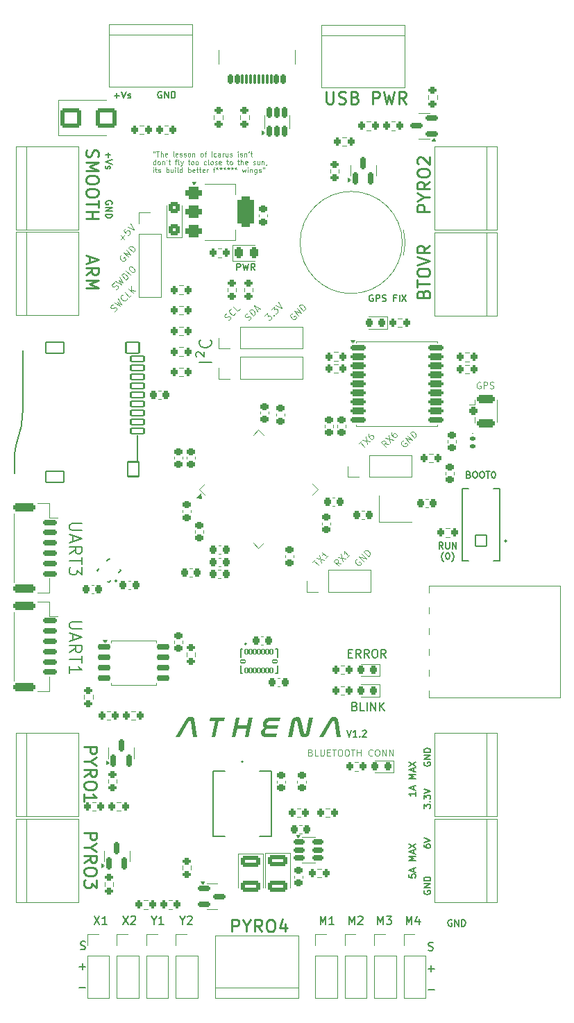
<source format=gto>
%TF.GenerationSoftware,KiCad,Pcbnew,8.0.3*%
%TF.CreationDate,2025-07-22T23:59:42+01:00*%
%TF.ProjectId,Athena,41746865-6e61-42e6-9b69-6361645f7063,rev?*%
%TF.SameCoordinates,Original*%
%TF.FileFunction,Legend,Top*%
%TF.FilePolarity,Positive*%
%FSLAX46Y46*%
G04 Gerber Fmt 4.6, Leading zero omitted, Abs format (unit mm)*
G04 Created by KiCad (PCBNEW 8.0.3) date 2025-07-22 23:59:42*
%MOMM*%
%LPD*%
G01*
G04 APERTURE LIST*
G04 Aperture macros list*
%AMRoundRect*
0 Rectangle with rounded corners*
0 $1 Rounding radius*
0 $2 $3 $4 $5 $6 $7 $8 $9 X,Y pos of 4 corners*
0 Add a 4 corners polygon primitive as box body*
4,1,4,$2,$3,$4,$5,$6,$7,$8,$9,$2,$3,0*
0 Add four circle primitives for the rounded corners*
1,1,$1+$1,$2,$3*
1,1,$1+$1,$4,$5*
1,1,$1+$1,$6,$7*
1,1,$1+$1,$8,$9*
0 Add four rect primitives between the rounded corners*
20,1,$1+$1,$2,$3,$4,$5,0*
20,1,$1+$1,$4,$5,$6,$7,0*
20,1,$1+$1,$6,$7,$8,$9,0*
20,1,$1+$1,$8,$9,$2,$3,0*%
G04 Aperture macros list end*
%ADD10C,0.125000*%
%ADD11C,0.160000*%
%ADD12C,0.150000*%
%ADD13C,0.250000*%
%ADD14C,0.200000*%
%ADD15C,0.120000*%
%ADD16C,0.100000*%
%ADD17C,0.127000*%
%ADD18C,0.152400*%
%ADD19RoundRect,0.200000X0.200000X0.275000X-0.200000X0.275000X-0.200000X-0.275000X0.200000X-0.275000X0*%
%ADD20RoundRect,0.225000X-0.225000X-0.250000X0.225000X-0.250000X0.225000X0.250000X-0.225000X0.250000X0*%
%ADD21RoundRect,0.147500X-0.172500X0.147500X-0.172500X-0.147500X0.172500X-0.147500X0.172500X0.147500X0*%
%ADD22RoundRect,0.250000X0.425000X-0.450000X0.425000X0.450000X-0.425000X0.450000X-0.425000X-0.450000X0*%
%ADD23RoundRect,0.225000X-0.250000X0.225000X-0.250000X-0.225000X0.250000X-0.225000X0.250000X0.225000X0*%
%ADD24RoundRect,0.200000X0.275000X-0.200000X0.275000X0.200000X-0.275000X0.200000X-0.275000X-0.200000X0*%
%ADD25RoundRect,0.200000X-0.200000X-0.275000X0.200000X-0.275000X0.200000X0.275000X-0.200000X0.275000X0*%
%ADD26R,3.000000X3.000000*%
%ADD27C,3.000000*%
%ADD28RoundRect,0.225000X0.225000X0.250000X-0.225000X0.250000X-0.225000X-0.250000X0.225000X-0.250000X0*%
%ADD29RoundRect,0.225000X0.250000X-0.225000X0.250000X0.225000X-0.250000X0.225000X-0.250000X-0.225000X0*%
%ADD30R,1.700000X1.700000*%
%ADD31O,1.700000X1.700000*%
%ADD32RoundRect,0.218750X0.218750X0.256250X-0.218750X0.256250X-0.218750X-0.256250X0.218750X-0.256250X0*%
%ADD33RoundRect,0.200000X-0.275000X0.200000X-0.275000X-0.200000X0.275000X-0.200000X0.275000X0.200000X0*%
%ADD34RoundRect,0.150000X-0.700000X0.150000X-0.700000X-0.150000X0.700000X-0.150000X0.700000X0.150000X0*%
%ADD35RoundRect,0.250000X-1.100000X0.250000X-1.100000X-0.250000X1.100000X-0.250000X1.100000X0.250000X0*%
%ADD36RoundRect,0.243750X-0.243750X-0.456250X0.243750X-0.456250X0.243750X0.456250X-0.243750X0.456250X0*%
%ADD37C,0.900000*%
%ADD38RoundRect,0.102000X-0.800000X0.350000X-0.800000X-0.350000X0.800000X-0.350000X0.800000X0.350000X0*%
%ADD39RoundRect,0.102000X-0.800000X0.700000X-0.800000X-0.700000X0.800000X-0.700000X0.800000X0.700000X0*%
%ADD40RoundRect,0.102000X-1.100000X0.700000X-1.100000X-0.700000X1.100000X-0.700000X1.100000X0.700000X0*%
%ADD41RoundRect,0.102000X-0.700000X0.900000X-0.700000X-0.900000X0.700000X-0.900000X0.700000X0.900000X0*%
%ADD42RoundRect,0.150000X-0.650000X-0.150000X0.650000X-0.150000X0.650000X0.150000X-0.650000X0.150000X0*%
%ADD43RoundRect,0.018450X0.274428X0.010607X0.010607X0.274428X-0.274428X-0.010607X-0.010607X-0.274428X0*%
%ADD44RoundRect,0.150000X0.150000X-0.587500X0.150000X0.587500X-0.150000X0.587500X-0.150000X-0.587500X0*%
%ADD45R,1.400000X1.150000*%
%ADD46C,6.400000*%
%ADD47RoundRect,0.150000X0.150000X-0.512500X0.150000X0.512500X-0.150000X0.512500X-0.150000X-0.512500X0*%
%ADD48RoundRect,0.250000X-0.925000X0.412500X-0.925000X-0.412500X0.925000X-0.412500X0.925000X0.412500X0*%
%ADD49RoundRect,0.218750X-0.256250X0.218750X-0.256250X-0.218750X0.256250X-0.218750X0.256250X0.218750X0*%
%ADD50RoundRect,0.050000X-0.175000X-0.295000X0.175000X-0.295000X0.175000X0.295000X-0.175000X0.295000X0*%
%ADD51RoundRect,0.050000X-0.295000X-0.175000X0.295000X-0.175000X0.295000X0.175000X-0.295000X0.175000X0*%
%ADD52RoundRect,0.375000X-0.625000X-0.375000X0.625000X-0.375000X0.625000X0.375000X-0.625000X0.375000X0*%
%ADD53RoundRect,0.500000X-0.500000X-1.400000X0.500000X-1.400000X0.500000X1.400000X-0.500000X1.400000X0*%
%ADD54C,0.650000*%
%ADD55RoundRect,0.150000X0.150000X0.425000X-0.150000X0.425000X-0.150000X-0.425000X0.150000X-0.425000X0*%
%ADD56RoundRect,0.075000X0.075000X0.500000X-0.075000X0.500000X-0.075000X-0.500000X0.075000X-0.500000X0*%
%ADD57O,1.000000X2.100000*%
%ADD58O,1.000000X1.800000*%
%ADD59RoundRect,0.150000X-0.587500X-0.150000X0.587500X-0.150000X0.587500X0.150000X-0.587500X0.150000X0*%
%ADD60RoundRect,0.175000X-0.725000X-0.175000X0.725000X-0.175000X0.725000X0.175000X-0.725000X0.175000X0*%
%ADD61RoundRect,0.200000X-0.700000X-0.200000X0.700000X-0.200000X0.700000X0.200000X-0.700000X0.200000X0*%
%ADD62RoundRect,0.250000X-0.275000X-0.250000X0.275000X-0.250000X0.275000X0.250000X-0.275000X0.250000X0*%
%ADD63RoundRect,0.250000X-0.850000X-0.275000X0.850000X-0.275000X0.850000X0.275000X-0.850000X0.275000X0*%
%ADD64RoundRect,0.075000X-0.441942X-0.548008X0.548008X0.441942X0.441942X0.548008X-0.548008X-0.441942X0*%
%ADD65RoundRect,0.075000X0.441942X-0.548008X0.548008X-0.441942X-0.441942X0.548008X-0.548008X0.441942X0*%
%ADD66RoundRect,0.150000X-0.512500X-0.150000X0.512500X-0.150000X0.512500X0.150000X-0.512500X0.150000X0*%
%ADD67RoundRect,0.150000X0.587500X0.150000X-0.587500X0.150000X-0.587500X-0.150000X0.587500X-0.150000X0*%
%ADD68RoundRect,0.250000X-1.000000X-0.900000X1.000000X-0.900000X1.000000X0.900000X-1.000000X0.900000X0*%
%ADD69RoundRect,0.102000X0.654000X-0.654000X0.654000X0.654000X-0.654000X0.654000X-0.654000X-0.654000X0*%
%ADD70C,1.512000*%
%ADD71O,2.664000X1.434000*%
%ADD72R,3.000000X1.800000*%
%ADD73R,2.000000X2.000000*%
%ADD74C,2.000000*%
%ADD75R,3.505200X2.362200*%
G04 APERTURE END LIST*
D10*
X124540138Y-81208339D02*
X124647888Y-81154464D01*
X124647888Y-81154464D02*
X124782575Y-81019777D01*
X124782575Y-81019777D02*
X124809512Y-80938965D01*
X124809512Y-80938965D02*
X124809512Y-80885090D01*
X124809512Y-80885090D02*
X124782575Y-80804278D01*
X124782575Y-80804278D02*
X124728700Y-80750403D01*
X124728700Y-80750403D02*
X124647888Y-80723465D01*
X124647888Y-80723465D02*
X124594013Y-80723465D01*
X124594013Y-80723465D02*
X124513201Y-80750403D01*
X124513201Y-80750403D02*
X124378514Y-80831215D01*
X124378514Y-80831215D02*
X124297701Y-80858152D01*
X124297701Y-80858152D02*
X124243827Y-80858152D01*
X124243827Y-80858152D02*
X124163014Y-80831215D01*
X124163014Y-80831215D02*
X124109140Y-80777340D01*
X124109140Y-80777340D02*
X124082202Y-80696528D01*
X124082202Y-80696528D02*
X124082202Y-80642653D01*
X124082202Y-80642653D02*
X124109140Y-80561841D01*
X124109140Y-80561841D02*
X124243827Y-80427154D01*
X124243827Y-80427154D02*
X124351576Y-80373279D01*
X125132761Y-80669590D02*
X124567076Y-80103905D01*
X124567076Y-80103905D02*
X124701763Y-79969218D01*
X124701763Y-79969218D02*
X124809512Y-79915343D01*
X124809512Y-79915343D02*
X124917262Y-79915343D01*
X124917262Y-79915343D02*
X124998074Y-79942281D01*
X124998074Y-79942281D02*
X125132761Y-80023093D01*
X125132761Y-80023093D02*
X125213573Y-80103905D01*
X125213573Y-80103905D02*
X125294385Y-80238592D01*
X125294385Y-80238592D02*
X125321323Y-80319404D01*
X125321323Y-80319404D02*
X125321323Y-80427154D01*
X125321323Y-80427154D02*
X125267448Y-80534903D01*
X125267448Y-80534903D02*
X125132761Y-80669590D01*
X125509885Y-79969218D02*
X125779259Y-79699844D01*
X125617634Y-80184717D02*
X125240511Y-79430470D01*
X125240511Y-79430470D02*
X125994758Y-79807594D01*
X108335909Y-77462565D02*
X108443659Y-77408690D01*
X108443659Y-77408690D02*
X108578346Y-77274003D01*
X108578346Y-77274003D02*
X108605283Y-77193191D01*
X108605283Y-77193191D02*
X108605283Y-77139316D01*
X108605283Y-77139316D02*
X108578346Y-77058504D01*
X108578346Y-77058504D02*
X108524471Y-77004629D01*
X108524471Y-77004629D02*
X108443659Y-76977691D01*
X108443659Y-76977691D02*
X108389784Y-76977691D01*
X108389784Y-76977691D02*
X108308972Y-77004629D01*
X108308972Y-77004629D02*
X108174285Y-77085441D01*
X108174285Y-77085441D02*
X108093472Y-77112378D01*
X108093472Y-77112378D02*
X108039597Y-77112378D01*
X108039597Y-77112378D02*
X107958785Y-77085441D01*
X107958785Y-77085441D02*
X107904910Y-77031566D01*
X107904910Y-77031566D02*
X107877973Y-76950754D01*
X107877973Y-76950754D02*
X107877973Y-76896879D01*
X107877973Y-76896879D02*
X107904910Y-76816067D01*
X107904910Y-76816067D02*
X108039597Y-76681380D01*
X108039597Y-76681380D02*
X108147347Y-76627505D01*
X108308972Y-76412006D02*
X109009344Y-76843004D01*
X109009344Y-76843004D02*
X108713033Y-76331194D01*
X108713033Y-76331194D02*
X109224843Y-76627505D01*
X109224843Y-76627505D02*
X108793845Y-75927133D01*
X109575030Y-76277319D02*
X109009344Y-75711633D01*
X109009344Y-75711633D02*
X109144031Y-75576946D01*
X109144031Y-75576946D02*
X109251781Y-75523071D01*
X109251781Y-75523071D02*
X109359531Y-75523071D01*
X109359531Y-75523071D02*
X109440343Y-75550009D01*
X109440343Y-75550009D02*
X109575030Y-75630821D01*
X109575030Y-75630821D02*
X109655842Y-75711633D01*
X109655842Y-75711633D02*
X109736654Y-75846320D01*
X109736654Y-75846320D02*
X109763592Y-75927132D01*
X109763592Y-75927132D02*
X109763592Y-76034882D01*
X109763592Y-76034882D02*
X109709717Y-76142632D01*
X109709717Y-76142632D02*
X109575030Y-76277319D01*
X110140715Y-75711633D02*
X109575030Y-75145948D01*
X109952153Y-74768824D02*
X110059903Y-74661075D01*
X110059903Y-74661075D02*
X110140715Y-74634137D01*
X110140715Y-74634137D02*
X110248464Y-74634137D01*
X110248464Y-74634137D02*
X110383151Y-74714950D01*
X110383151Y-74714950D02*
X110571713Y-74903511D01*
X110571713Y-74903511D02*
X110652526Y-75038198D01*
X110652526Y-75038198D02*
X110652526Y-75145948D01*
X110652526Y-75145948D02*
X110625588Y-75226760D01*
X110625588Y-75226760D02*
X110517839Y-75334510D01*
X110517839Y-75334510D02*
X110437026Y-75361447D01*
X110437026Y-75361447D02*
X110329277Y-75361447D01*
X110329277Y-75361447D02*
X110194590Y-75280635D01*
X110194590Y-75280635D02*
X110006028Y-75092073D01*
X110006028Y-75092073D02*
X109925216Y-74957386D01*
X109925216Y-74957386D02*
X109925216Y-74849637D01*
X109925216Y-74849637D02*
X109952153Y-74768824D01*
D11*
X149320476Y-154371870D02*
X149244286Y-154333775D01*
X149244286Y-154333775D02*
X149130000Y-154333775D01*
X149130000Y-154333775D02*
X149015714Y-154371870D01*
X149015714Y-154371870D02*
X148939524Y-154448060D01*
X148939524Y-154448060D02*
X148901429Y-154524251D01*
X148901429Y-154524251D02*
X148863333Y-154676632D01*
X148863333Y-154676632D02*
X148863333Y-154790918D01*
X148863333Y-154790918D02*
X148901429Y-154943299D01*
X148901429Y-154943299D02*
X148939524Y-155019489D01*
X148939524Y-155019489D02*
X149015714Y-155095680D01*
X149015714Y-155095680D02*
X149130000Y-155133775D01*
X149130000Y-155133775D02*
X149206191Y-155133775D01*
X149206191Y-155133775D02*
X149320476Y-155095680D01*
X149320476Y-155095680D02*
X149358572Y-155057584D01*
X149358572Y-155057584D02*
X149358572Y-154790918D01*
X149358572Y-154790918D02*
X149206191Y-154790918D01*
X149701429Y-155133775D02*
X149701429Y-154333775D01*
X149701429Y-154333775D02*
X150158572Y-155133775D01*
X150158572Y-155133775D02*
X150158572Y-154333775D01*
X150539524Y-155133775D02*
X150539524Y-154333775D01*
X150539524Y-154333775D02*
X150730000Y-154333775D01*
X150730000Y-154333775D02*
X150844286Y-154371870D01*
X150844286Y-154371870D02*
X150920476Y-154448060D01*
X150920476Y-154448060D02*
X150958571Y-154524251D01*
X150958571Y-154524251D02*
X150996667Y-154676632D01*
X150996667Y-154676632D02*
X150996667Y-154790918D01*
X150996667Y-154790918D02*
X150958571Y-154943299D01*
X150958571Y-154943299D02*
X150920476Y-155019489D01*
X150920476Y-155019489D02*
X150844286Y-155095680D01*
X150844286Y-155095680D02*
X150730000Y-155133775D01*
X150730000Y-155133775D02*
X150539524Y-155133775D01*
D10*
X143376574Y-95898278D02*
X143295762Y-95925216D01*
X143295762Y-95925216D02*
X143214950Y-96006028D01*
X143214950Y-96006028D02*
X143161075Y-96113777D01*
X143161075Y-96113777D02*
X143161075Y-96221527D01*
X143161075Y-96221527D02*
X143188012Y-96302339D01*
X143188012Y-96302339D02*
X143268825Y-96437026D01*
X143268825Y-96437026D02*
X143349637Y-96517838D01*
X143349637Y-96517838D02*
X143484324Y-96598651D01*
X143484324Y-96598651D02*
X143565136Y-96625588D01*
X143565136Y-96625588D02*
X143672886Y-96625588D01*
X143672886Y-96625588D02*
X143780635Y-96571713D01*
X143780635Y-96571713D02*
X143834510Y-96517838D01*
X143834510Y-96517838D02*
X143888385Y-96410089D01*
X143888385Y-96410089D02*
X143888385Y-96356214D01*
X143888385Y-96356214D02*
X143699823Y-96167652D01*
X143699823Y-96167652D02*
X143592073Y-96275402D01*
X144184696Y-96167652D02*
X143619011Y-95601967D01*
X143619011Y-95601967D02*
X144507945Y-95844403D01*
X144507945Y-95844403D02*
X143942260Y-95278718D01*
X144777319Y-95575029D02*
X144211633Y-95009344D01*
X144211633Y-95009344D02*
X144346320Y-94874657D01*
X144346320Y-94874657D02*
X144454070Y-94820782D01*
X144454070Y-94820782D02*
X144561820Y-94820782D01*
X144561820Y-94820782D02*
X144642632Y-94847720D01*
X144642632Y-94847720D02*
X144777319Y-94928532D01*
X144777319Y-94928532D02*
X144858131Y-95009344D01*
X144858131Y-95009344D02*
X144938943Y-95144031D01*
X144938943Y-95144031D02*
X144965881Y-95224843D01*
X144965881Y-95224843D02*
X144965881Y-95332593D01*
X144965881Y-95332593D02*
X144912006Y-95440342D01*
X144912006Y-95440342D02*
X144777319Y-95575029D01*
X126474453Y-80696528D02*
X126824639Y-80346342D01*
X126824639Y-80346342D02*
X126851576Y-80750403D01*
X126851576Y-80750403D02*
X126932388Y-80669591D01*
X126932388Y-80669591D02*
X127013201Y-80642653D01*
X127013201Y-80642653D02*
X127067075Y-80642653D01*
X127067075Y-80642653D02*
X127147888Y-80669591D01*
X127147888Y-80669591D02*
X127282575Y-80804278D01*
X127282575Y-80804278D02*
X127309512Y-80885090D01*
X127309512Y-80885090D02*
X127309512Y-80938965D01*
X127309512Y-80938965D02*
X127282575Y-81019777D01*
X127282575Y-81019777D02*
X127120950Y-81181401D01*
X127120950Y-81181401D02*
X127040138Y-81208339D01*
X127040138Y-81208339D02*
X126986263Y-81208339D01*
X127578886Y-80615716D02*
X127632761Y-80615716D01*
X127632761Y-80615716D02*
X127632761Y-80669590D01*
X127632761Y-80669590D02*
X127578886Y-80669590D01*
X127578886Y-80669590D02*
X127578886Y-80615716D01*
X127578886Y-80615716D02*
X127632761Y-80669590D01*
X127282575Y-79888406D02*
X127632761Y-79538220D01*
X127632761Y-79538220D02*
X127659698Y-79942281D01*
X127659698Y-79942281D02*
X127740510Y-79861469D01*
X127740510Y-79861469D02*
X127821323Y-79834531D01*
X127821323Y-79834531D02*
X127875197Y-79834531D01*
X127875197Y-79834531D02*
X127956010Y-79861469D01*
X127956010Y-79861469D02*
X128090697Y-79996156D01*
X128090697Y-79996156D02*
X128117634Y-80076968D01*
X128117634Y-80076968D02*
X128117634Y-80130843D01*
X128117634Y-80130843D02*
X128090697Y-80211655D01*
X128090697Y-80211655D02*
X127929072Y-80373279D01*
X127929072Y-80373279D02*
X127848260Y-80400217D01*
X127848260Y-80400217D02*
X127794385Y-80400217D01*
X127794385Y-79376595D02*
X128548633Y-79753719D01*
X128548633Y-79753719D02*
X128171509Y-78999472D01*
D12*
X103896779Y-160058866D02*
X104658684Y-160058866D01*
X104277731Y-160439819D02*
X104277731Y-159677914D01*
D11*
X108171404Y-53819013D02*
X108780928Y-53819013D01*
X108476166Y-54123775D02*
X108476166Y-53514251D01*
X109047594Y-53323775D02*
X109314261Y-54123775D01*
X109314261Y-54123775D02*
X109580927Y-53323775D01*
X109809498Y-54085680D02*
X109885689Y-54123775D01*
X109885689Y-54123775D02*
X110038070Y-54123775D01*
X110038070Y-54123775D02*
X110114260Y-54085680D01*
X110114260Y-54085680D02*
X110152356Y-54009489D01*
X110152356Y-54009489D02*
X110152356Y-53971394D01*
X110152356Y-53971394D02*
X110114260Y-53895203D01*
X110114260Y-53895203D02*
X110038070Y-53857108D01*
X110038070Y-53857108D02*
X109923784Y-53857108D01*
X109923784Y-53857108D02*
X109847594Y-53819013D01*
X109847594Y-53819013D02*
X109809498Y-53742822D01*
X109809498Y-53742822D02*
X109809498Y-53704727D01*
X109809498Y-53704727D02*
X109847594Y-53628537D01*
X109847594Y-53628537D02*
X109923784Y-53590441D01*
X109923784Y-53590441D02*
X110038070Y-53590441D01*
X110038070Y-53590441D02*
X110114260Y-53628537D01*
X123120927Y-75093775D02*
X123120927Y-74293775D01*
X123120927Y-74293775D02*
X123425689Y-74293775D01*
X123425689Y-74293775D02*
X123501879Y-74331870D01*
X123501879Y-74331870D02*
X123539974Y-74369965D01*
X123539974Y-74369965D02*
X123578070Y-74446156D01*
X123578070Y-74446156D02*
X123578070Y-74560441D01*
X123578070Y-74560441D02*
X123539974Y-74636632D01*
X123539974Y-74636632D02*
X123501879Y-74674727D01*
X123501879Y-74674727D02*
X123425689Y-74712822D01*
X123425689Y-74712822D02*
X123120927Y-74712822D01*
X123844736Y-74293775D02*
X124035212Y-75093775D01*
X124035212Y-75093775D02*
X124187593Y-74522346D01*
X124187593Y-74522346D02*
X124339974Y-75093775D01*
X124339974Y-75093775D02*
X124530451Y-74293775D01*
X125292356Y-75093775D02*
X125025689Y-74712822D01*
X124835213Y-75093775D02*
X124835213Y-74293775D01*
X124835213Y-74293775D02*
X125139975Y-74293775D01*
X125139975Y-74293775D02*
X125216165Y-74331870D01*
X125216165Y-74331870D02*
X125254260Y-74369965D01*
X125254260Y-74369965D02*
X125292356Y-74446156D01*
X125292356Y-74446156D02*
X125292356Y-74560441D01*
X125292356Y-74560441D02*
X125254260Y-74636632D01*
X125254260Y-74636632D02*
X125216165Y-74674727D01*
X125216165Y-74674727D02*
X125139975Y-74712822D01*
X125139975Y-74712822D02*
X124835213Y-74712822D01*
D13*
X105125142Y-73450187D02*
X105125142Y-74164473D01*
X104696571Y-73307330D02*
X106196571Y-73807330D01*
X106196571Y-73807330D02*
X104696571Y-74307330D01*
X104696571Y-75664472D02*
X105410857Y-75164472D01*
X104696571Y-74807329D02*
X106196571Y-74807329D01*
X106196571Y-74807329D02*
X106196571Y-75378758D01*
X106196571Y-75378758D02*
X106125142Y-75521615D01*
X106125142Y-75521615D02*
X106053714Y-75593044D01*
X106053714Y-75593044D02*
X105910857Y-75664472D01*
X105910857Y-75664472D02*
X105696571Y-75664472D01*
X105696571Y-75664472D02*
X105553714Y-75593044D01*
X105553714Y-75593044D02*
X105482285Y-75521615D01*
X105482285Y-75521615D02*
X105410857Y-75378758D01*
X105410857Y-75378758D02*
X105410857Y-74807329D01*
X104696571Y-76307329D02*
X106196571Y-76307329D01*
X106196571Y-76307329D02*
X105125142Y-76807329D01*
X105125142Y-76807329D02*
X106196571Y-77307329D01*
X106196571Y-77307329D02*
X104696571Y-77307329D01*
D11*
X139704260Y-78131870D02*
X139628070Y-78093775D01*
X139628070Y-78093775D02*
X139513784Y-78093775D01*
X139513784Y-78093775D02*
X139399498Y-78131870D01*
X139399498Y-78131870D02*
X139323308Y-78208060D01*
X139323308Y-78208060D02*
X139285213Y-78284251D01*
X139285213Y-78284251D02*
X139247117Y-78436632D01*
X139247117Y-78436632D02*
X139247117Y-78550918D01*
X139247117Y-78550918D02*
X139285213Y-78703299D01*
X139285213Y-78703299D02*
X139323308Y-78779489D01*
X139323308Y-78779489D02*
X139399498Y-78855680D01*
X139399498Y-78855680D02*
X139513784Y-78893775D01*
X139513784Y-78893775D02*
X139589975Y-78893775D01*
X139589975Y-78893775D02*
X139704260Y-78855680D01*
X139704260Y-78855680D02*
X139742356Y-78817584D01*
X139742356Y-78817584D02*
X139742356Y-78550918D01*
X139742356Y-78550918D02*
X139589975Y-78550918D01*
X140085213Y-78893775D02*
X140085213Y-78093775D01*
X140085213Y-78093775D02*
X140389975Y-78093775D01*
X140389975Y-78093775D02*
X140466165Y-78131870D01*
X140466165Y-78131870D02*
X140504260Y-78169965D01*
X140504260Y-78169965D02*
X140542356Y-78246156D01*
X140542356Y-78246156D02*
X140542356Y-78360441D01*
X140542356Y-78360441D02*
X140504260Y-78436632D01*
X140504260Y-78436632D02*
X140466165Y-78474727D01*
X140466165Y-78474727D02*
X140389975Y-78512822D01*
X140389975Y-78512822D02*
X140085213Y-78512822D01*
X140847117Y-78855680D02*
X140961403Y-78893775D01*
X140961403Y-78893775D02*
X141151879Y-78893775D01*
X141151879Y-78893775D02*
X141228070Y-78855680D01*
X141228070Y-78855680D02*
X141266165Y-78817584D01*
X141266165Y-78817584D02*
X141304260Y-78741394D01*
X141304260Y-78741394D02*
X141304260Y-78665203D01*
X141304260Y-78665203D02*
X141266165Y-78589013D01*
X141266165Y-78589013D02*
X141228070Y-78550918D01*
X141228070Y-78550918D02*
X141151879Y-78512822D01*
X141151879Y-78512822D02*
X140999498Y-78474727D01*
X140999498Y-78474727D02*
X140923308Y-78436632D01*
X140923308Y-78436632D02*
X140885213Y-78398537D01*
X140885213Y-78398537D02*
X140847117Y-78322346D01*
X140847117Y-78322346D02*
X140847117Y-78246156D01*
X140847117Y-78246156D02*
X140885213Y-78169965D01*
X140885213Y-78169965D02*
X140923308Y-78131870D01*
X140923308Y-78131870D02*
X140999498Y-78093775D01*
X140999498Y-78093775D02*
X141189975Y-78093775D01*
X141189975Y-78093775D02*
X141304260Y-78131870D01*
X142523308Y-78474727D02*
X142256642Y-78474727D01*
X142256642Y-78893775D02*
X142256642Y-78093775D01*
X142256642Y-78093775D02*
X142637594Y-78093775D01*
X142942356Y-78893775D02*
X142942356Y-78093775D01*
X143247117Y-78093775D02*
X143780451Y-78893775D01*
X143780451Y-78093775D02*
X143247117Y-78893775D01*
D12*
X136537030Y-131219295D02*
X136803697Y-132019295D01*
X136803697Y-132019295D02*
X137070363Y-131219295D01*
X137756077Y-132019295D02*
X137298934Y-132019295D01*
X137527506Y-132019295D02*
X137527506Y-131219295D01*
X137527506Y-131219295D02*
X137451315Y-131333580D01*
X137451315Y-131333580D02*
X137375125Y-131409771D01*
X137375125Y-131409771D02*
X137298934Y-131447866D01*
X138098935Y-131943104D02*
X138137030Y-131981200D01*
X138137030Y-131981200D02*
X138098935Y-132019295D01*
X138098935Y-132019295D02*
X138060839Y-131981200D01*
X138060839Y-131981200D02*
X138098935Y-131943104D01*
X138098935Y-131943104D02*
X138098935Y-132019295D01*
X138441791Y-131295485D02*
X138479887Y-131257390D01*
X138479887Y-131257390D02*
X138556077Y-131219295D01*
X138556077Y-131219295D02*
X138746553Y-131219295D01*
X138746553Y-131219295D02*
X138822744Y-131257390D01*
X138822744Y-131257390D02*
X138860839Y-131295485D01*
X138860839Y-131295485D02*
X138898934Y-131371676D01*
X138898934Y-131371676D02*
X138898934Y-131447866D01*
X138898934Y-131447866D02*
X138860839Y-131562152D01*
X138860839Y-131562152D02*
X138403696Y-132019295D01*
X138403696Y-132019295D02*
X138898934Y-132019295D01*
D11*
X107410986Y-60761404D02*
X107410986Y-61370928D01*
X107106224Y-61066166D02*
X107715748Y-61066166D01*
X107906224Y-61637594D02*
X107106224Y-61904261D01*
X107106224Y-61904261D02*
X107906224Y-62170927D01*
X107144320Y-62399498D02*
X107106224Y-62475689D01*
X107106224Y-62475689D02*
X107106224Y-62628070D01*
X107106224Y-62628070D02*
X107144320Y-62704260D01*
X107144320Y-62704260D02*
X107220510Y-62742356D01*
X107220510Y-62742356D02*
X107258605Y-62742356D01*
X107258605Y-62742356D02*
X107334796Y-62704260D01*
X107334796Y-62704260D02*
X107372891Y-62628070D01*
X107372891Y-62628070D02*
X107372891Y-62513784D01*
X107372891Y-62513784D02*
X107410986Y-62437594D01*
X107410986Y-62437594D02*
X107487177Y-62399498D01*
X107487177Y-62399498D02*
X107525272Y-62399498D01*
X107525272Y-62399498D02*
X107601462Y-62437594D01*
X107601462Y-62437594D02*
X107639558Y-62513784D01*
X107639558Y-62513784D02*
X107639558Y-62628070D01*
X107639558Y-62628070D02*
X107601462Y-62704260D01*
D13*
X134021615Y-53303428D02*
X134021615Y-54517714D01*
X134021615Y-54517714D02*
X134093044Y-54660571D01*
X134093044Y-54660571D02*
X134164473Y-54732000D01*
X134164473Y-54732000D02*
X134307330Y-54803428D01*
X134307330Y-54803428D02*
X134593044Y-54803428D01*
X134593044Y-54803428D02*
X134735901Y-54732000D01*
X134735901Y-54732000D02*
X134807330Y-54660571D01*
X134807330Y-54660571D02*
X134878758Y-54517714D01*
X134878758Y-54517714D02*
X134878758Y-53303428D01*
X135521616Y-54732000D02*
X135735902Y-54803428D01*
X135735902Y-54803428D02*
X136093044Y-54803428D01*
X136093044Y-54803428D02*
X136235902Y-54732000D01*
X136235902Y-54732000D02*
X136307330Y-54660571D01*
X136307330Y-54660571D02*
X136378759Y-54517714D01*
X136378759Y-54517714D02*
X136378759Y-54374857D01*
X136378759Y-54374857D02*
X136307330Y-54232000D01*
X136307330Y-54232000D02*
X136235902Y-54160571D01*
X136235902Y-54160571D02*
X136093044Y-54089142D01*
X136093044Y-54089142D02*
X135807330Y-54017714D01*
X135807330Y-54017714D02*
X135664473Y-53946285D01*
X135664473Y-53946285D02*
X135593044Y-53874857D01*
X135593044Y-53874857D02*
X135521616Y-53732000D01*
X135521616Y-53732000D02*
X135521616Y-53589142D01*
X135521616Y-53589142D02*
X135593044Y-53446285D01*
X135593044Y-53446285D02*
X135664473Y-53374857D01*
X135664473Y-53374857D02*
X135807330Y-53303428D01*
X135807330Y-53303428D02*
X136164473Y-53303428D01*
X136164473Y-53303428D02*
X136378759Y-53374857D01*
X137521615Y-54017714D02*
X137735901Y-54089142D01*
X137735901Y-54089142D02*
X137807330Y-54160571D01*
X137807330Y-54160571D02*
X137878758Y-54303428D01*
X137878758Y-54303428D02*
X137878758Y-54517714D01*
X137878758Y-54517714D02*
X137807330Y-54660571D01*
X137807330Y-54660571D02*
X137735901Y-54732000D01*
X137735901Y-54732000D02*
X137593044Y-54803428D01*
X137593044Y-54803428D02*
X137021615Y-54803428D01*
X137021615Y-54803428D02*
X137021615Y-53303428D01*
X137021615Y-53303428D02*
X137521615Y-53303428D01*
X137521615Y-53303428D02*
X137664473Y-53374857D01*
X137664473Y-53374857D02*
X137735901Y-53446285D01*
X137735901Y-53446285D02*
X137807330Y-53589142D01*
X137807330Y-53589142D02*
X137807330Y-53732000D01*
X137807330Y-53732000D02*
X137735901Y-53874857D01*
X137735901Y-53874857D02*
X137664473Y-53946285D01*
X137664473Y-53946285D02*
X137521615Y-54017714D01*
X137521615Y-54017714D02*
X137021615Y-54017714D01*
X139664472Y-54803428D02*
X139664472Y-53303428D01*
X139664472Y-53303428D02*
X140235901Y-53303428D01*
X140235901Y-53303428D02*
X140378758Y-53374857D01*
X140378758Y-53374857D02*
X140450187Y-53446285D01*
X140450187Y-53446285D02*
X140521615Y-53589142D01*
X140521615Y-53589142D02*
X140521615Y-53803428D01*
X140521615Y-53803428D02*
X140450187Y-53946285D01*
X140450187Y-53946285D02*
X140378758Y-54017714D01*
X140378758Y-54017714D02*
X140235901Y-54089142D01*
X140235901Y-54089142D02*
X139664472Y-54089142D01*
X141021615Y-53303428D02*
X141378758Y-54803428D01*
X141378758Y-54803428D02*
X141664472Y-53732000D01*
X141664472Y-53732000D02*
X141950187Y-54803428D01*
X141950187Y-54803428D02*
X142307330Y-53303428D01*
X143735901Y-54803428D02*
X143235901Y-54089142D01*
X142878758Y-54803428D02*
X142878758Y-53303428D01*
X142878758Y-53303428D02*
X143450187Y-53303428D01*
X143450187Y-53303428D02*
X143593044Y-53374857D01*
X143593044Y-53374857D02*
X143664473Y-53446285D01*
X143664473Y-53446285D02*
X143735901Y-53589142D01*
X143735901Y-53589142D02*
X143735901Y-53803428D01*
X143735901Y-53803428D02*
X143664473Y-53946285D01*
X143664473Y-53946285D02*
X143593044Y-54017714D01*
X143593044Y-54017714D02*
X143450187Y-54089142D01*
X143450187Y-54089142D02*
X142878758Y-54089142D01*
D12*
X136786779Y-154919819D02*
X136786779Y-153919819D01*
X136786779Y-153919819D02*
X137120112Y-154634104D01*
X137120112Y-154634104D02*
X137453445Y-153919819D01*
X137453445Y-153919819D02*
X137453445Y-154919819D01*
X137882017Y-154015057D02*
X137929636Y-153967438D01*
X137929636Y-153967438D02*
X138024874Y-153919819D01*
X138024874Y-153919819D02*
X138262969Y-153919819D01*
X138262969Y-153919819D02*
X138358207Y-153967438D01*
X138358207Y-153967438D02*
X138405826Y-154015057D01*
X138405826Y-154015057D02*
X138453445Y-154110295D01*
X138453445Y-154110295D02*
X138453445Y-154205533D01*
X138453445Y-154205533D02*
X138405826Y-154348390D01*
X138405826Y-154348390D02*
X137834398Y-154919819D01*
X137834398Y-154919819D02*
X138453445Y-154919819D01*
D10*
X132108240Y-133951547D02*
X132222526Y-133989642D01*
X132222526Y-133989642D02*
X132260621Y-134027738D01*
X132260621Y-134027738D02*
X132298717Y-134103928D01*
X132298717Y-134103928D02*
X132298717Y-134218214D01*
X132298717Y-134218214D02*
X132260621Y-134294404D01*
X132260621Y-134294404D02*
X132222526Y-134332500D01*
X132222526Y-134332500D02*
X132146336Y-134370595D01*
X132146336Y-134370595D02*
X131841574Y-134370595D01*
X131841574Y-134370595D02*
X131841574Y-133570595D01*
X131841574Y-133570595D02*
X132108240Y-133570595D01*
X132108240Y-133570595D02*
X132184431Y-133608690D01*
X132184431Y-133608690D02*
X132222526Y-133646785D01*
X132222526Y-133646785D02*
X132260621Y-133722976D01*
X132260621Y-133722976D02*
X132260621Y-133799166D01*
X132260621Y-133799166D02*
X132222526Y-133875357D01*
X132222526Y-133875357D02*
X132184431Y-133913452D01*
X132184431Y-133913452D02*
X132108240Y-133951547D01*
X132108240Y-133951547D02*
X131841574Y-133951547D01*
X133022526Y-134370595D02*
X132641574Y-134370595D01*
X132641574Y-134370595D02*
X132641574Y-133570595D01*
X133289193Y-133570595D02*
X133289193Y-134218214D01*
X133289193Y-134218214D02*
X133327288Y-134294404D01*
X133327288Y-134294404D02*
X133365383Y-134332500D01*
X133365383Y-134332500D02*
X133441574Y-134370595D01*
X133441574Y-134370595D02*
X133593955Y-134370595D01*
X133593955Y-134370595D02*
X133670145Y-134332500D01*
X133670145Y-134332500D02*
X133708240Y-134294404D01*
X133708240Y-134294404D02*
X133746336Y-134218214D01*
X133746336Y-134218214D02*
X133746336Y-133570595D01*
X134127288Y-133951547D02*
X134393954Y-133951547D01*
X134508240Y-134370595D02*
X134127288Y-134370595D01*
X134127288Y-134370595D02*
X134127288Y-133570595D01*
X134127288Y-133570595D02*
X134508240Y-133570595D01*
X134736812Y-133570595D02*
X135193955Y-133570595D01*
X134965383Y-134370595D02*
X134965383Y-133570595D01*
X135613003Y-133570595D02*
X135765384Y-133570595D01*
X135765384Y-133570595D02*
X135841574Y-133608690D01*
X135841574Y-133608690D02*
X135917765Y-133684880D01*
X135917765Y-133684880D02*
X135955860Y-133837261D01*
X135955860Y-133837261D02*
X135955860Y-134103928D01*
X135955860Y-134103928D02*
X135917765Y-134256309D01*
X135917765Y-134256309D02*
X135841574Y-134332500D01*
X135841574Y-134332500D02*
X135765384Y-134370595D01*
X135765384Y-134370595D02*
X135613003Y-134370595D01*
X135613003Y-134370595D02*
X135536812Y-134332500D01*
X135536812Y-134332500D02*
X135460622Y-134256309D01*
X135460622Y-134256309D02*
X135422526Y-134103928D01*
X135422526Y-134103928D02*
X135422526Y-133837261D01*
X135422526Y-133837261D02*
X135460622Y-133684880D01*
X135460622Y-133684880D02*
X135536812Y-133608690D01*
X135536812Y-133608690D02*
X135613003Y-133570595D01*
X136451098Y-133570595D02*
X136603479Y-133570595D01*
X136603479Y-133570595D02*
X136679669Y-133608690D01*
X136679669Y-133608690D02*
X136755860Y-133684880D01*
X136755860Y-133684880D02*
X136793955Y-133837261D01*
X136793955Y-133837261D02*
X136793955Y-134103928D01*
X136793955Y-134103928D02*
X136755860Y-134256309D01*
X136755860Y-134256309D02*
X136679669Y-134332500D01*
X136679669Y-134332500D02*
X136603479Y-134370595D01*
X136603479Y-134370595D02*
X136451098Y-134370595D01*
X136451098Y-134370595D02*
X136374907Y-134332500D01*
X136374907Y-134332500D02*
X136298717Y-134256309D01*
X136298717Y-134256309D02*
X136260621Y-134103928D01*
X136260621Y-134103928D02*
X136260621Y-133837261D01*
X136260621Y-133837261D02*
X136298717Y-133684880D01*
X136298717Y-133684880D02*
X136374907Y-133608690D01*
X136374907Y-133608690D02*
X136451098Y-133570595D01*
X137022526Y-133570595D02*
X137479669Y-133570595D01*
X137251097Y-134370595D02*
X137251097Y-133570595D01*
X137746336Y-134370595D02*
X137746336Y-133570595D01*
X137746336Y-133951547D02*
X138203479Y-133951547D01*
X138203479Y-134370595D02*
X138203479Y-133570595D01*
X139651098Y-134294404D02*
X139613002Y-134332500D01*
X139613002Y-134332500D02*
X139498717Y-134370595D01*
X139498717Y-134370595D02*
X139422526Y-134370595D01*
X139422526Y-134370595D02*
X139308240Y-134332500D01*
X139308240Y-134332500D02*
X139232050Y-134256309D01*
X139232050Y-134256309D02*
X139193955Y-134180119D01*
X139193955Y-134180119D02*
X139155859Y-134027738D01*
X139155859Y-134027738D02*
X139155859Y-133913452D01*
X139155859Y-133913452D02*
X139193955Y-133761071D01*
X139193955Y-133761071D02*
X139232050Y-133684880D01*
X139232050Y-133684880D02*
X139308240Y-133608690D01*
X139308240Y-133608690D02*
X139422526Y-133570595D01*
X139422526Y-133570595D02*
X139498717Y-133570595D01*
X139498717Y-133570595D02*
X139613002Y-133608690D01*
X139613002Y-133608690D02*
X139651098Y-133646785D01*
X140146336Y-133570595D02*
X140298717Y-133570595D01*
X140298717Y-133570595D02*
X140374907Y-133608690D01*
X140374907Y-133608690D02*
X140451098Y-133684880D01*
X140451098Y-133684880D02*
X140489193Y-133837261D01*
X140489193Y-133837261D02*
X140489193Y-134103928D01*
X140489193Y-134103928D02*
X140451098Y-134256309D01*
X140451098Y-134256309D02*
X140374907Y-134332500D01*
X140374907Y-134332500D02*
X140298717Y-134370595D01*
X140298717Y-134370595D02*
X140146336Y-134370595D01*
X140146336Y-134370595D02*
X140070145Y-134332500D01*
X140070145Y-134332500D02*
X139993955Y-134256309D01*
X139993955Y-134256309D02*
X139955859Y-134103928D01*
X139955859Y-134103928D02*
X139955859Y-133837261D01*
X139955859Y-133837261D02*
X139993955Y-133684880D01*
X139993955Y-133684880D02*
X140070145Y-133608690D01*
X140070145Y-133608690D02*
X140146336Y-133570595D01*
X140832050Y-134370595D02*
X140832050Y-133570595D01*
X140832050Y-133570595D02*
X141289193Y-134370595D01*
X141289193Y-134370595D02*
X141289193Y-133570595D01*
X141670145Y-134370595D02*
X141670145Y-133570595D01*
X141670145Y-133570595D02*
X142127288Y-134370595D01*
X142127288Y-134370595D02*
X142127288Y-133570595D01*
D12*
X146446779Y-160328866D02*
X147208684Y-160328866D01*
X146827731Y-160709819D02*
X146827731Y-159947914D01*
D14*
X104193971Y-117988720D02*
X102979685Y-117988720D01*
X102979685Y-117988720D02*
X102836828Y-118060149D01*
X102836828Y-118060149D02*
X102765400Y-118131578D01*
X102765400Y-118131578D02*
X102693971Y-118274435D01*
X102693971Y-118274435D02*
X102693971Y-118560149D01*
X102693971Y-118560149D02*
X102765400Y-118703006D01*
X102765400Y-118703006D02*
X102836828Y-118774435D01*
X102836828Y-118774435D02*
X102979685Y-118845863D01*
X102979685Y-118845863D02*
X104193971Y-118845863D01*
X103122542Y-119488721D02*
X103122542Y-120203007D01*
X102693971Y-119345864D02*
X104193971Y-119845864D01*
X104193971Y-119845864D02*
X102693971Y-120345864D01*
X102693971Y-121703006D02*
X103408257Y-121203006D01*
X102693971Y-120845863D02*
X104193971Y-120845863D01*
X104193971Y-120845863D02*
X104193971Y-121417292D01*
X104193971Y-121417292D02*
X104122542Y-121560149D01*
X104122542Y-121560149D02*
X104051114Y-121631578D01*
X104051114Y-121631578D02*
X103908257Y-121703006D01*
X103908257Y-121703006D02*
X103693971Y-121703006D01*
X103693971Y-121703006D02*
X103551114Y-121631578D01*
X103551114Y-121631578D02*
X103479685Y-121560149D01*
X103479685Y-121560149D02*
X103408257Y-121417292D01*
X103408257Y-121417292D02*
X103408257Y-120845863D01*
X104193971Y-122131578D02*
X104193971Y-122988721D01*
X102693971Y-122560149D02*
X104193971Y-122560149D01*
X102693971Y-124274435D02*
X102693971Y-123417292D01*
X102693971Y-123845863D02*
X104193971Y-123845863D01*
X104193971Y-123845863D02*
X103979685Y-123703006D01*
X103979685Y-123703006D02*
X103836828Y-123560149D01*
X103836828Y-123560149D02*
X103765400Y-123417292D01*
X120006028Y-86311279D02*
X118506028Y-86311279D01*
X118148885Y-85668421D02*
X118077457Y-85525564D01*
X118077457Y-85525564D02*
X118077457Y-85311278D01*
X118077457Y-85311278D02*
X118148885Y-85168421D01*
X118148885Y-85168421D02*
X118291742Y-85096993D01*
X118291742Y-85096993D02*
X118434600Y-85096993D01*
X118434600Y-85096993D02*
X118577457Y-85168421D01*
X118577457Y-85168421D02*
X119077457Y-85668421D01*
X119077457Y-85668421D02*
X119077457Y-85096993D01*
X119863171Y-83596993D02*
X119934600Y-83668421D01*
X119934600Y-83668421D02*
X120006028Y-83882707D01*
X120006028Y-83882707D02*
X120006028Y-84025564D01*
X120006028Y-84025564D02*
X119934600Y-84239850D01*
X119934600Y-84239850D02*
X119791742Y-84382707D01*
X119791742Y-84382707D02*
X119648885Y-84454136D01*
X119648885Y-84454136D02*
X119363171Y-84525564D01*
X119363171Y-84525564D02*
X119148885Y-84525564D01*
X119148885Y-84525564D02*
X118863171Y-84454136D01*
X118863171Y-84454136D02*
X118720314Y-84382707D01*
X118720314Y-84382707D02*
X118577457Y-84239850D01*
X118577457Y-84239850D02*
X118506028Y-84025564D01*
X118506028Y-84025564D02*
X118506028Y-83882707D01*
X118506028Y-83882707D02*
X118577457Y-83668421D01*
X118577457Y-83668421D02*
X118648885Y-83596993D01*
D12*
X109191541Y-153894819D02*
X109858207Y-154894819D01*
X109858207Y-153894819D02*
X109191541Y-154894819D01*
X110191541Y-153990057D02*
X110239160Y-153942438D01*
X110239160Y-153942438D02*
X110334398Y-153894819D01*
X110334398Y-153894819D02*
X110572493Y-153894819D01*
X110572493Y-153894819D02*
X110667731Y-153942438D01*
X110667731Y-153942438D02*
X110715350Y-153990057D01*
X110715350Y-153990057D02*
X110762969Y-154085295D01*
X110762969Y-154085295D02*
X110762969Y-154180533D01*
X110762969Y-154180533D02*
X110715350Y-154323390D01*
X110715350Y-154323390D02*
X110143922Y-154894819D01*
X110143922Y-154894819D02*
X110762969Y-154894819D01*
X116477255Y-154418628D02*
X116477255Y-154894819D01*
X116143922Y-153894819D02*
X116477255Y-154418628D01*
X116477255Y-154418628D02*
X116810588Y-153894819D01*
X117096303Y-153990057D02*
X117143922Y-153942438D01*
X117143922Y-153942438D02*
X117239160Y-153894819D01*
X117239160Y-153894819D02*
X117477255Y-153894819D01*
X117477255Y-153894819D02*
X117572493Y-153942438D01*
X117572493Y-153942438D02*
X117620112Y-153990057D01*
X117620112Y-153990057D02*
X117667731Y-154085295D01*
X117667731Y-154085295D02*
X117667731Y-154180533D01*
X117667731Y-154180533D02*
X117620112Y-154323390D01*
X117620112Y-154323390D02*
X117048684Y-154894819D01*
X117048684Y-154894819D02*
X117667731Y-154894819D01*
D14*
G36*
X117274808Y-130135423D02*
G01*
X117378056Y-130063913D01*
X117391434Y-130063372D01*
X117467760Y-130128096D01*
X117774285Y-132062500D01*
X118262771Y-132062500D01*
X117918999Y-129921711D01*
X117877592Y-129790368D01*
X117791899Y-129685038D01*
X117667251Y-129623299D01*
X117527849Y-129601616D01*
X117483025Y-129600532D01*
X117350414Y-129610192D01*
X117230481Y-129640460D01*
X117105971Y-129704396D01*
X117011935Y-129785942D01*
X116929124Y-129894215D01*
X116916382Y-129914994D01*
X115647540Y-132062500D01*
X116137858Y-132062500D01*
X117274808Y-130135423D01*
G37*
G36*
X119863172Y-129678689D02*
G01*
X119769749Y-130131149D01*
X120444470Y-130131149D01*
X120042690Y-132062500D01*
X120489655Y-132062500D01*
X120891434Y-130131149D01*
X121565544Y-130131149D01*
X121658967Y-129678689D01*
X119863172Y-129678689D01*
G37*
G36*
X122976047Y-129678689D02*
G01*
X122480845Y-132062500D01*
X122924145Y-132062500D01*
X123127477Y-131085528D01*
X124269313Y-131085528D01*
X124065981Y-132062500D01*
X124512945Y-132062500D01*
X125008147Y-129678689D01*
X124561183Y-129678689D01*
X124362736Y-130633679D01*
X123220900Y-130633679D01*
X123419348Y-129678689D01*
X122976047Y-129678689D01*
G37*
G36*
X127219156Y-129678689D02*
G01*
X127070371Y-129685823D01*
X126935051Y-129706651D01*
X126812976Y-129740313D01*
X126670429Y-129803671D01*
X126550514Y-129886276D01*
X126452708Y-129986089D01*
X126376488Y-130101070D01*
X126321333Y-130229179D01*
X126293475Y-130332650D01*
X126276734Y-130471209D01*
X126285769Y-130593620D01*
X126326503Y-130713381D01*
X126409398Y-130816002D01*
X126479100Y-130859603D01*
X126357426Y-130925207D01*
X126263471Y-131005887D01*
X126182372Y-131107935D01*
X126117268Y-131230217D01*
X126077499Y-131346756D01*
X126065719Y-131396938D01*
X126048517Y-131532826D01*
X126056560Y-131658583D01*
X126104468Y-131797780D01*
X126197256Y-131912492D01*
X126305827Y-131983401D01*
X126446598Y-132033101D01*
X126574238Y-132054977D01*
X126721511Y-132062500D01*
X127907921Y-132062500D01*
X128001954Y-131610650D01*
X126807607Y-131610650D01*
X126679497Y-131596986D01*
X126566277Y-131531621D01*
X126530064Y-131400920D01*
X126538329Y-131338930D01*
X126584048Y-131219575D01*
X126676583Y-131127537D01*
X126796383Y-131082127D01*
X126930949Y-131069652D01*
X128094156Y-131069652D01*
X128180251Y-130655661D01*
X127019487Y-130655661D01*
X126891138Y-130644897D01*
X126774459Y-130589378D01*
X126734423Y-130467494D01*
X126742272Y-130405922D01*
X126785138Y-130290861D01*
X126874911Y-130195801D01*
X126994999Y-130145667D01*
X127133671Y-130131149D01*
X128306036Y-130131149D01*
X128399459Y-129678689D01*
X127219156Y-129678689D01*
G37*
G36*
X130212962Y-130161069D02*
G01*
X130282693Y-130056980D01*
X130363172Y-130038948D01*
X130463998Y-130114617D01*
X130466975Y-130126264D01*
X130824791Y-131647897D01*
X130849839Y-131768952D01*
X130899792Y-131893358D01*
X130976306Y-131991771D01*
X131084524Y-132060762D01*
X131202636Y-132093304D01*
X131317551Y-132101578D01*
X131447589Y-132091669D01*
X131591727Y-132052824D01*
X131714862Y-131987020D01*
X131816408Y-131896870D01*
X131895777Y-131784988D01*
X131952382Y-131653987D01*
X131975175Y-131567297D01*
X132367795Y-129678689D01*
X131920831Y-129678689D01*
X131533095Y-131544094D01*
X131458913Y-131645454D01*
X131387771Y-131660109D01*
X131284174Y-131591422D01*
X131279693Y-131577677D01*
X130915771Y-130085964D01*
X130893399Y-129952638D01*
X130846127Y-129818268D01*
X130771645Y-129714037D01*
X130664739Y-129642263D01*
X130547117Y-129608918D01*
X130432170Y-129600532D01*
X130301283Y-129610460D01*
X130156795Y-129649322D01*
X130033891Y-129715032D01*
X129932934Y-129804863D01*
X129854288Y-129916091D01*
X129798316Y-130045991D01*
X129775768Y-130131760D01*
X129374599Y-132062500D01*
X129817900Y-132062500D01*
X130212962Y-130161069D01*
G37*
G36*
X134787020Y-130135423D02*
G01*
X134890268Y-130063913D01*
X134903646Y-130063372D01*
X134979972Y-130128096D01*
X135286497Y-132062500D01*
X135774983Y-132062500D01*
X135431211Y-129921711D01*
X135389805Y-129790368D01*
X135304112Y-129685038D01*
X135179464Y-129623299D01*
X135040062Y-129601616D01*
X134995237Y-129600532D01*
X134862626Y-129610192D01*
X134742693Y-129640460D01*
X134618184Y-129704396D01*
X134524147Y-129785942D01*
X134441337Y-129894215D01*
X134428594Y-129914994D01*
X133159752Y-132062500D01*
X133650070Y-132062500D01*
X134787020Y-130135423D01*
G37*
D12*
X105691541Y-153894819D02*
X106358207Y-154894819D01*
X106358207Y-153894819D02*
X105691541Y-154894819D01*
X107262969Y-154894819D02*
X106691541Y-154894819D01*
X106977255Y-154894819D02*
X106977255Y-153894819D01*
X106977255Y-153894819D02*
X106882017Y-154037676D01*
X106882017Y-154037676D02*
X106786779Y-154132914D01*
X106786779Y-154132914D02*
X106691541Y-154180533D01*
D10*
X141617260Y-96360089D02*
X141159324Y-96279277D01*
X141294011Y-96683338D02*
X140728325Y-96117652D01*
X140728325Y-96117652D02*
X140943825Y-95902153D01*
X140943825Y-95902153D02*
X141024637Y-95875216D01*
X141024637Y-95875216D02*
X141078512Y-95875216D01*
X141078512Y-95875216D02*
X141159324Y-95902153D01*
X141159324Y-95902153D02*
X141240136Y-95982965D01*
X141240136Y-95982965D02*
X141267073Y-96063777D01*
X141267073Y-96063777D02*
X141267073Y-96117652D01*
X141267073Y-96117652D02*
X141240136Y-96198464D01*
X141240136Y-96198464D02*
X141024637Y-96413964D01*
X141240136Y-95605841D02*
X142182945Y-95794403D01*
X141617260Y-95228718D02*
X141805821Y-96171527D01*
X142075196Y-94770782D02*
X141967446Y-94878531D01*
X141967446Y-94878531D02*
X141940509Y-94959344D01*
X141940509Y-94959344D02*
X141940509Y-95013219D01*
X141940509Y-95013219D02*
X141967446Y-95147906D01*
X141967446Y-95147906D02*
X142048258Y-95282593D01*
X142048258Y-95282593D02*
X142263757Y-95498092D01*
X142263757Y-95498092D02*
X142344570Y-95525029D01*
X142344570Y-95525029D02*
X142398444Y-95525029D01*
X142398444Y-95525029D02*
X142479257Y-95498092D01*
X142479257Y-95498092D02*
X142587006Y-95390342D01*
X142587006Y-95390342D02*
X142613944Y-95309530D01*
X142613944Y-95309530D02*
X142613944Y-95255655D01*
X142613944Y-95255655D02*
X142587006Y-95174843D01*
X142587006Y-95174843D02*
X142452319Y-95040156D01*
X142452319Y-95040156D02*
X142371507Y-95013219D01*
X142371507Y-95013219D02*
X142317632Y-95013219D01*
X142317632Y-95013219D02*
X142236820Y-95040156D01*
X142236820Y-95040156D02*
X142129070Y-95147906D01*
X142129070Y-95147906D02*
X142102133Y-95228718D01*
X142102133Y-95228718D02*
X142102133Y-95282593D01*
X142102133Y-95282593D02*
X142129070Y-95363405D01*
D11*
X145923775Y-145209548D02*
X145923775Y-145361929D01*
X145923775Y-145361929D02*
X145961870Y-145438120D01*
X145961870Y-145438120D02*
X145999965Y-145476215D01*
X145999965Y-145476215D02*
X146114251Y-145552405D01*
X146114251Y-145552405D02*
X146266632Y-145590501D01*
X146266632Y-145590501D02*
X146571394Y-145590501D01*
X146571394Y-145590501D02*
X146647584Y-145552405D01*
X146647584Y-145552405D02*
X146685680Y-145514310D01*
X146685680Y-145514310D02*
X146723775Y-145438120D01*
X146723775Y-145438120D02*
X146723775Y-145285739D01*
X146723775Y-145285739D02*
X146685680Y-145209548D01*
X146685680Y-145209548D02*
X146647584Y-145171453D01*
X146647584Y-145171453D02*
X146571394Y-145133358D01*
X146571394Y-145133358D02*
X146380918Y-145133358D01*
X146380918Y-145133358D02*
X146304727Y-145171453D01*
X146304727Y-145171453D02*
X146266632Y-145209548D01*
X146266632Y-145209548D02*
X146228537Y-145285739D01*
X146228537Y-145285739D02*
X146228537Y-145438120D01*
X146228537Y-145438120D02*
X146266632Y-145514310D01*
X146266632Y-145514310D02*
X146304727Y-145552405D01*
X146304727Y-145552405D02*
X146380918Y-145590501D01*
X145923775Y-144904786D02*
X146723775Y-144638119D01*
X146723775Y-144638119D02*
X145923775Y-144371453D01*
D14*
X137506517Y-128293409D02*
X137649374Y-128341028D01*
X137649374Y-128341028D02*
X137696993Y-128388647D01*
X137696993Y-128388647D02*
X137744612Y-128483885D01*
X137744612Y-128483885D02*
X137744612Y-128626742D01*
X137744612Y-128626742D02*
X137696993Y-128721980D01*
X137696993Y-128721980D02*
X137649374Y-128769600D01*
X137649374Y-128769600D02*
X137554136Y-128817219D01*
X137554136Y-128817219D02*
X137173184Y-128817219D01*
X137173184Y-128817219D02*
X137173184Y-127817219D01*
X137173184Y-127817219D02*
X137506517Y-127817219D01*
X137506517Y-127817219D02*
X137601755Y-127864838D01*
X137601755Y-127864838D02*
X137649374Y-127912457D01*
X137649374Y-127912457D02*
X137696993Y-128007695D01*
X137696993Y-128007695D02*
X137696993Y-128102933D01*
X137696993Y-128102933D02*
X137649374Y-128198171D01*
X137649374Y-128198171D02*
X137601755Y-128245790D01*
X137601755Y-128245790D02*
X137506517Y-128293409D01*
X137506517Y-128293409D02*
X137173184Y-128293409D01*
X138649374Y-128817219D02*
X138173184Y-128817219D01*
X138173184Y-128817219D02*
X138173184Y-127817219D01*
X138982708Y-128817219D02*
X138982708Y-127817219D01*
X139458898Y-128817219D02*
X139458898Y-127817219D01*
X139458898Y-127817219D02*
X140030326Y-128817219D01*
X140030326Y-128817219D02*
X140030326Y-127817219D01*
X140506517Y-128817219D02*
X140506517Y-127817219D01*
X141077945Y-128817219D02*
X140649374Y-128245790D01*
X141077945Y-127817219D02*
X140506517Y-128388647D01*
D12*
X146469160Y-158062200D02*
X146612017Y-158109819D01*
X146612017Y-158109819D02*
X146850112Y-158109819D01*
X146850112Y-158109819D02*
X146945350Y-158062200D01*
X146945350Y-158062200D02*
X146992969Y-158014580D01*
X146992969Y-158014580D02*
X147040588Y-157919342D01*
X147040588Y-157919342D02*
X147040588Y-157824104D01*
X147040588Y-157824104D02*
X146992969Y-157728866D01*
X146992969Y-157728866D02*
X146945350Y-157681247D01*
X146945350Y-157681247D02*
X146850112Y-157633628D01*
X146850112Y-157633628D02*
X146659636Y-157586009D01*
X146659636Y-157586009D02*
X146564398Y-157538390D01*
X146564398Y-157538390D02*
X146516779Y-157490771D01*
X146516779Y-157490771D02*
X146469160Y-157395533D01*
X146469160Y-157395533D02*
X146469160Y-157300295D01*
X146469160Y-157300295D02*
X146516779Y-157205057D01*
X146516779Y-157205057D02*
X146564398Y-157157438D01*
X146564398Y-157157438D02*
X146659636Y-157109819D01*
X146659636Y-157109819D02*
X146897731Y-157109819D01*
X146897731Y-157109819D02*
X147040588Y-157157438D01*
D10*
X132347513Y-110698464D02*
X132670762Y-110375216D01*
X133074823Y-111102525D02*
X132509138Y-110536840D01*
X132805449Y-110240528D02*
X133748258Y-110429090D01*
X133182573Y-109863405D02*
X133371135Y-110806214D01*
X134260069Y-109917279D02*
X133936820Y-110240528D01*
X134098445Y-110078904D02*
X133532759Y-109513218D01*
X133532759Y-109513218D02*
X133559697Y-109647905D01*
X133559697Y-109647905D02*
X133559697Y-109755655D01*
X133559697Y-109755655D02*
X133532759Y-109836467D01*
X129851574Y-80373278D02*
X129770762Y-80400216D01*
X129770762Y-80400216D02*
X129689950Y-80481028D01*
X129689950Y-80481028D02*
X129636075Y-80588777D01*
X129636075Y-80588777D02*
X129636075Y-80696527D01*
X129636075Y-80696527D02*
X129663012Y-80777339D01*
X129663012Y-80777339D02*
X129743825Y-80912026D01*
X129743825Y-80912026D02*
X129824637Y-80992838D01*
X129824637Y-80992838D02*
X129959324Y-81073651D01*
X129959324Y-81073651D02*
X130040136Y-81100588D01*
X130040136Y-81100588D02*
X130147886Y-81100588D01*
X130147886Y-81100588D02*
X130255635Y-81046713D01*
X130255635Y-81046713D02*
X130309510Y-80992838D01*
X130309510Y-80992838D02*
X130363385Y-80885089D01*
X130363385Y-80885089D02*
X130363385Y-80831214D01*
X130363385Y-80831214D02*
X130174823Y-80642652D01*
X130174823Y-80642652D02*
X130067073Y-80750402D01*
X130659696Y-80642652D02*
X130094011Y-80076967D01*
X130094011Y-80076967D02*
X130982945Y-80319403D01*
X130982945Y-80319403D02*
X130417260Y-79753718D01*
X131252319Y-80050029D02*
X130686633Y-79484344D01*
X130686633Y-79484344D02*
X130821320Y-79349657D01*
X130821320Y-79349657D02*
X130929070Y-79295782D01*
X130929070Y-79295782D02*
X131036820Y-79295782D01*
X131036820Y-79295782D02*
X131117632Y-79322720D01*
X131117632Y-79322720D02*
X131252319Y-79403532D01*
X131252319Y-79403532D02*
X131333131Y-79484344D01*
X131333131Y-79484344D02*
X131413943Y-79619031D01*
X131413943Y-79619031D02*
X131440881Y-79699843D01*
X131440881Y-79699843D02*
X131440881Y-79807593D01*
X131440881Y-79807593D02*
X131387006Y-79915342D01*
X131387006Y-79915342D02*
X131252319Y-80050029D01*
D11*
X151410260Y-100033727D02*
X151524546Y-100071822D01*
X151524546Y-100071822D02*
X151562641Y-100109918D01*
X151562641Y-100109918D02*
X151600737Y-100186108D01*
X151600737Y-100186108D02*
X151600737Y-100300394D01*
X151600737Y-100300394D02*
X151562641Y-100376584D01*
X151562641Y-100376584D02*
X151524546Y-100414680D01*
X151524546Y-100414680D02*
X151448356Y-100452775D01*
X151448356Y-100452775D02*
X151143594Y-100452775D01*
X151143594Y-100452775D02*
X151143594Y-99652775D01*
X151143594Y-99652775D02*
X151410260Y-99652775D01*
X151410260Y-99652775D02*
X151486451Y-99690870D01*
X151486451Y-99690870D02*
X151524546Y-99728965D01*
X151524546Y-99728965D02*
X151562641Y-99805156D01*
X151562641Y-99805156D02*
X151562641Y-99881346D01*
X151562641Y-99881346D02*
X151524546Y-99957537D01*
X151524546Y-99957537D02*
X151486451Y-99995632D01*
X151486451Y-99995632D02*
X151410260Y-100033727D01*
X151410260Y-100033727D02*
X151143594Y-100033727D01*
X152095975Y-99652775D02*
X152248356Y-99652775D01*
X152248356Y-99652775D02*
X152324546Y-99690870D01*
X152324546Y-99690870D02*
X152400737Y-99767060D01*
X152400737Y-99767060D02*
X152438832Y-99919441D01*
X152438832Y-99919441D02*
X152438832Y-100186108D01*
X152438832Y-100186108D02*
X152400737Y-100338489D01*
X152400737Y-100338489D02*
X152324546Y-100414680D01*
X152324546Y-100414680D02*
X152248356Y-100452775D01*
X152248356Y-100452775D02*
X152095975Y-100452775D01*
X152095975Y-100452775D02*
X152019784Y-100414680D01*
X152019784Y-100414680D02*
X151943594Y-100338489D01*
X151943594Y-100338489D02*
X151905498Y-100186108D01*
X151905498Y-100186108D02*
X151905498Y-99919441D01*
X151905498Y-99919441D02*
X151943594Y-99767060D01*
X151943594Y-99767060D02*
X152019784Y-99690870D01*
X152019784Y-99690870D02*
X152095975Y-99652775D01*
X152934070Y-99652775D02*
X153086451Y-99652775D01*
X153086451Y-99652775D02*
X153162641Y-99690870D01*
X153162641Y-99690870D02*
X153238832Y-99767060D01*
X153238832Y-99767060D02*
X153276927Y-99919441D01*
X153276927Y-99919441D02*
X153276927Y-100186108D01*
X153276927Y-100186108D02*
X153238832Y-100338489D01*
X153238832Y-100338489D02*
X153162641Y-100414680D01*
X153162641Y-100414680D02*
X153086451Y-100452775D01*
X153086451Y-100452775D02*
X152934070Y-100452775D01*
X152934070Y-100452775D02*
X152857879Y-100414680D01*
X152857879Y-100414680D02*
X152781689Y-100338489D01*
X152781689Y-100338489D02*
X152743593Y-100186108D01*
X152743593Y-100186108D02*
X152743593Y-99919441D01*
X152743593Y-99919441D02*
X152781689Y-99767060D01*
X152781689Y-99767060D02*
X152857879Y-99690870D01*
X152857879Y-99690870D02*
X152934070Y-99652775D01*
X153505498Y-99652775D02*
X153962641Y-99652775D01*
X153734069Y-100452775D02*
X153734069Y-99652775D01*
X154381689Y-99652775D02*
X154457879Y-99652775D01*
X154457879Y-99652775D02*
X154534070Y-99690870D01*
X154534070Y-99690870D02*
X154572165Y-99728965D01*
X154572165Y-99728965D02*
X154610260Y-99805156D01*
X154610260Y-99805156D02*
X154648355Y-99957537D01*
X154648355Y-99957537D02*
X154648355Y-100148013D01*
X154648355Y-100148013D02*
X154610260Y-100300394D01*
X154610260Y-100300394D02*
X154572165Y-100376584D01*
X154572165Y-100376584D02*
X154534070Y-100414680D01*
X154534070Y-100414680D02*
X154457879Y-100452775D01*
X154457879Y-100452775D02*
X154381689Y-100452775D01*
X154381689Y-100452775D02*
X154305498Y-100414680D01*
X154305498Y-100414680D02*
X154267403Y-100376584D01*
X154267403Y-100376584D02*
X154229308Y-100300394D01*
X154229308Y-100300394D02*
X154191212Y-100148013D01*
X154191212Y-100148013D02*
X154191212Y-99957537D01*
X154191212Y-99957537D02*
X154229308Y-99805156D01*
X154229308Y-99805156D02*
X154267403Y-99728965D01*
X154267403Y-99728965D02*
X154305498Y-99690870D01*
X154305498Y-99690870D02*
X154381689Y-99652775D01*
D10*
X137751574Y-110348278D02*
X137670762Y-110375216D01*
X137670762Y-110375216D02*
X137589950Y-110456028D01*
X137589950Y-110456028D02*
X137536075Y-110563777D01*
X137536075Y-110563777D02*
X137536075Y-110671527D01*
X137536075Y-110671527D02*
X137563012Y-110752339D01*
X137563012Y-110752339D02*
X137643825Y-110887026D01*
X137643825Y-110887026D02*
X137724637Y-110967838D01*
X137724637Y-110967838D02*
X137859324Y-111048651D01*
X137859324Y-111048651D02*
X137940136Y-111075588D01*
X137940136Y-111075588D02*
X138047886Y-111075588D01*
X138047886Y-111075588D02*
X138155635Y-111021713D01*
X138155635Y-111021713D02*
X138209510Y-110967838D01*
X138209510Y-110967838D02*
X138263385Y-110860089D01*
X138263385Y-110860089D02*
X138263385Y-110806214D01*
X138263385Y-110806214D02*
X138074823Y-110617652D01*
X138074823Y-110617652D02*
X137967073Y-110725402D01*
X138559696Y-110617652D02*
X137994011Y-110051967D01*
X137994011Y-110051967D02*
X138882945Y-110294403D01*
X138882945Y-110294403D02*
X138317260Y-109728718D01*
X139152319Y-110025029D02*
X138586633Y-109459344D01*
X138586633Y-109459344D02*
X138721320Y-109324657D01*
X138721320Y-109324657D02*
X138829070Y-109270782D01*
X138829070Y-109270782D02*
X138936820Y-109270782D01*
X138936820Y-109270782D02*
X139017632Y-109297720D01*
X139017632Y-109297720D02*
X139152319Y-109378532D01*
X139152319Y-109378532D02*
X139233131Y-109459344D01*
X139233131Y-109459344D02*
X139313943Y-109594031D01*
X139313943Y-109594031D02*
X139340881Y-109674843D01*
X139340881Y-109674843D02*
X139340881Y-109782593D01*
X139340881Y-109782593D02*
X139287006Y-109890342D01*
X139287006Y-109890342D02*
X139152319Y-110025029D01*
D13*
X145847714Y-77948384D02*
X145919142Y-77734098D01*
X145919142Y-77734098D02*
X145990571Y-77662669D01*
X145990571Y-77662669D02*
X146133428Y-77591241D01*
X146133428Y-77591241D02*
X146347714Y-77591241D01*
X146347714Y-77591241D02*
X146490571Y-77662669D01*
X146490571Y-77662669D02*
X146562000Y-77734098D01*
X146562000Y-77734098D02*
X146633428Y-77876955D01*
X146633428Y-77876955D02*
X146633428Y-78448384D01*
X146633428Y-78448384D02*
X145133428Y-78448384D01*
X145133428Y-78448384D02*
X145133428Y-77948384D01*
X145133428Y-77948384D02*
X145204857Y-77805527D01*
X145204857Y-77805527D02*
X145276285Y-77734098D01*
X145276285Y-77734098D02*
X145419142Y-77662669D01*
X145419142Y-77662669D02*
X145562000Y-77662669D01*
X145562000Y-77662669D02*
X145704857Y-77734098D01*
X145704857Y-77734098D02*
X145776285Y-77805527D01*
X145776285Y-77805527D02*
X145847714Y-77948384D01*
X145847714Y-77948384D02*
X145847714Y-78448384D01*
X145133428Y-77162669D02*
X145133428Y-76305527D01*
X146633428Y-76734098D02*
X145133428Y-76734098D01*
X145133428Y-75519812D02*
X145133428Y-75234098D01*
X145133428Y-75234098D02*
X145204857Y-75091241D01*
X145204857Y-75091241D02*
X145347714Y-74948384D01*
X145347714Y-74948384D02*
X145633428Y-74876955D01*
X145633428Y-74876955D02*
X146133428Y-74876955D01*
X146133428Y-74876955D02*
X146419142Y-74948384D01*
X146419142Y-74948384D02*
X146562000Y-75091241D01*
X146562000Y-75091241D02*
X146633428Y-75234098D01*
X146633428Y-75234098D02*
X146633428Y-75519812D01*
X146633428Y-75519812D02*
X146562000Y-75662670D01*
X146562000Y-75662670D02*
X146419142Y-75805527D01*
X146419142Y-75805527D02*
X146133428Y-75876955D01*
X146133428Y-75876955D02*
X145633428Y-75876955D01*
X145633428Y-75876955D02*
X145347714Y-75805527D01*
X145347714Y-75805527D02*
X145204857Y-75662670D01*
X145204857Y-75662670D02*
X145133428Y-75519812D01*
X145133428Y-74448383D02*
X146633428Y-73948383D01*
X146633428Y-73948383D02*
X145133428Y-73448383D01*
X146633428Y-72091241D02*
X145919142Y-72591241D01*
X146633428Y-72948384D02*
X145133428Y-72948384D01*
X145133428Y-72948384D02*
X145133428Y-72376955D01*
X145133428Y-72376955D02*
X145204857Y-72234098D01*
X145204857Y-72234098D02*
X145276285Y-72162669D01*
X145276285Y-72162669D02*
X145419142Y-72091241D01*
X145419142Y-72091241D02*
X145633428Y-72091241D01*
X145633428Y-72091241D02*
X145776285Y-72162669D01*
X145776285Y-72162669D02*
X145847714Y-72234098D01*
X145847714Y-72234098D02*
X145919142Y-72376955D01*
X145919142Y-72376955D02*
X145919142Y-72948384D01*
D12*
X143786779Y-154919819D02*
X143786779Y-153919819D01*
X143786779Y-153919819D02*
X144120112Y-154634104D01*
X144120112Y-154634104D02*
X144453445Y-153919819D01*
X144453445Y-153919819D02*
X144453445Y-154919819D01*
X145358207Y-154253152D02*
X145358207Y-154919819D01*
X145120112Y-153872200D02*
X144882017Y-154586485D01*
X144882017Y-154586485D02*
X145501064Y-154586485D01*
D13*
X146633428Y-67948384D02*
X145133428Y-67948384D01*
X145133428Y-67948384D02*
X145133428Y-67376955D01*
X145133428Y-67376955D02*
X145204857Y-67234098D01*
X145204857Y-67234098D02*
X145276285Y-67162669D01*
X145276285Y-67162669D02*
X145419142Y-67091241D01*
X145419142Y-67091241D02*
X145633428Y-67091241D01*
X145633428Y-67091241D02*
X145776285Y-67162669D01*
X145776285Y-67162669D02*
X145847714Y-67234098D01*
X145847714Y-67234098D02*
X145919142Y-67376955D01*
X145919142Y-67376955D02*
X145919142Y-67948384D01*
X145919142Y-66162669D02*
X146633428Y-66162669D01*
X145133428Y-66662669D02*
X145919142Y-66162669D01*
X145919142Y-66162669D02*
X145133428Y-65662669D01*
X146633428Y-64305527D02*
X145919142Y-64805527D01*
X146633428Y-65162670D02*
X145133428Y-65162670D01*
X145133428Y-65162670D02*
X145133428Y-64591241D01*
X145133428Y-64591241D02*
X145204857Y-64448384D01*
X145204857Y-64448384D02*
X145276285Y-64376955D01*
X145276285Y-64376955D02*
X145419142Y-64305527D01*
X145419142Y-64305527D02*
X145633428Y-64305527D01*
X145633428Y-64305527D02*
X145776285Y-64376955D01*
X145776285Y-64376955D02*
X145847714Y-64448384D01*
X145847714Y-64448384D02*
X145919142Y-64591241D01*
X145919142Y-64591241D02*
X145919142Y-65162670D01*
X145133428Y-63376955D02*
X145133428Y-63091241D01*
X145133428Y-63091241D02*
X145204857Y-62948384D01*
X145204857Y-62948384D02*
X145347714Y-62805527D01*
X145347714Y-62805527D02*
X145633428Y-62734098D01*
X145633428Y-62734098D02*
X146133428Y-62734098D01*
X146133428Y-62734098D02*
X146419142Y-62805527D01*
X146419142Y-62805527D02*
X146562000Y-62948384D01*
X146562000Y-62948384D02*
X146633428Y-63091241D01*
X146633428Y-63091241D02*
X146633428Y-63376955D01*
X146633428Y-63376955D02*
X146562000Y-63519813D01*
X146562000Y-63519813D02*
X146419142Y-63662670D01*
X146419142Y-63662670D02*
X146133428Y-63734098D01*
X146133428Y-63734098D02*
X145633428Y-63734098D01*
X145633428Y-63734098D02*
X145347714Y-63662670D01*
X145347714Y-63662670D02*
X145204857Y-63519813D01*
X145204857Y-63519813D02*
X145133428Y-63376955D01*
X145276285Y-62162669D02*
X145204857Y-62091241D01*
X145204857Y-62091241D02*
X145133428Y-61948384D01*
X145133428Y-61948384D02*
X145133428Y-61591241D01*
X145133428Y-61591241D02*
X145204857Y-61448384D01*
X145204857Y-61448384D02*
X145276285Y-61376955D01*
X145276285Y-61376955D02*
X145419142Y-61305526D01*
X145419142Y-61305526D02*
X145562000Y-61305526D01*
X145562000Y-61305526D02*
X145776285Y-61376955D01*
X145776285Y-61376955D02*
X146633428Y-62234098D01*
X146633428Y-62234098D02*
X146633428Y-61305526D01*
D14*
X104193971Y-105988720D02*
X102979685Y-105988720D01*
X102979685Y-105988720D02*
X102836828Y-106060149D01*
X102836828Y-106060149D02*
X102765400Y-106131578D01*
X102765400Y-106131578D02*
X102693971Y-106274435D01*
X102693971Y-106274435D02*
X102693971Y-106560149D01*
X102693971Y-106560149D02*
X102765400Y-106703006D01*
X102765400Y-106703006D02*
X102836828Y-106774435D01*
X102836828Y-106774435D02*
X102979685Y-106845863D01*
X102979685Y-106845863D02*
X104193971Y-106845863D01*
X103122542Y-107488721D02*
X103122542Y-108203007D01*
X102693971Y-107345864D02*
X104193971Y-107845864D01*
X104193971Y-107845864D02*
X102693971Y-108345864D01*
X102693971Y-109703006D02*
X103408257Y-109203006D01*
X102693971Y-108845863D02*
X104193971Y-108845863D01*
X104193971Y-108845863D02*
X104193971Y-109417292D01*
X104193971Y-109417292D02*
X104122542Y-109560149D01*
X104122542Y-109560149D02*
X104051114Y-109631578D01*
X104051114Y-109631578D02*
X103908257Y-109703006D01*
X103908257Y-109703006D02*
X103693971Y-109703006D01*
X103693971Y-109703006D02*
X103551114Y-109631578D01*
X103551114Y-109631578D02*
X103479685Y-109560149D01*
X103479685Y-109560149D02*
X103408257Y-109417292D01*
X103408257Y-109417292D02*
X103408257Y-108845863D01*
X104193971Y-110131578D02*
X104193971Y-110988721D01*
X102693971Y-110560149D02*
X104193971Y-110560149D01*
X104193971Y-111345863D02*
X104193971Y-112274435D01*
X104193971Y-112274435D02*
X103622542Y-111774435D01*
X103622542Y-111774435D02*
X103622542Y-111988720D01*
X103622542Y-111988720D02*
X103551114Y-112131578D01*
X103551114Y-112131578D02*
X103479685Y-112203006D01*
X103479685Y-112203006D02*
X103336828Y-112274435D01*
X103336828Y-112274435D02*
X102979685Y-112274435D01*
X102979685Y-112274435D02*
X102836828Y-112203006D01*
X102836828Y-112203006D02*
X102765400Y-112131578D01*
X102765400Y-112131578D02*
X102693971Y-111988720D01*
X102693971Y-111988720D02*
X102693971Y-111560149D01*
X102693971Y-111560149D02*
X102765400Y-111417292D01*
X102765400Y-111417292D02*
X102836828Y-111345863D01*
D12*
X146466779Y-162888866D02*
X147228684Y-162888866D01*
X133286779Y-154919819D02*
X133286779Y-153919819D01*
X133286779Y-153919819D02*
X133620112Y-154634104D01*
X133620112Y-154634104D02*
X133953445Y-153919819D01*
X133953445Y-153919819D02*
X133953445Y-154919819D01*
X134953445Y-154919819D02*
X134382017Y-154919819D01*
X134667731Y-154919819D02*
X134667731Y-153919819D01*
X134667731Y-153919819D02*
X134572493Y-154062676D01*
X134572493Y-154062676D02*
X134477255Y-154157914D01*
X134477255Y-154157914D02*
X134382017Y-154205533D01*
X140286779Y-154919819D02*
X140286779Y-153919819D01*
X140286779Y-153919819D02*
X140620112Y-154634104D01*
X140620112Y-154634104D02*
X140953445Y-153919819D01*
X140953445Y-153919819D02*
X140953445Y-154919819D01*
X141334398Y-153919819D02*
X141953445Y-153919819D01*
X141953445Y-153919819D02*
X141620112Y-154300771D01*
X141620112Y-154300771D02*
X141762969Y-154300771D01*
X141762969Y-154300771D02*
X141858207Y-154348390D01*
X141858207Y-154348390D02*
X141905826Y-154396009D01*
X141905826Y-154396009D02*
X141953445Y-154491247D01*
X141953445Y-154491247D02*
X141953445Y-154729342D01*
X141953445Y-154729342D02*
X141905826Y-154824580D01*
X141905826Y-154824580D02*
X141858207Y-154872200D01*
X141858207Y-154872200D02*
X141762969Y-154919819D01*
X141762969Y-154919819D02*
X141477255Y-154919819D01*
X141477255Y-154919819D02*
X141382017Y-154872200D01*
X141382017Y-154872200D02*
X141334398Y-154824580D01*
D13*
X104768000Y-60450187D02*
X104696571Y-60664473D01*
X104696571Y-60664473D02*
X104696571Y-61021615D01*
X104696571Y-61021615D02*
X104768000Y-61164473D01*
X104768000Y-61164473D02*
X104839428Y-61235901D01*
X104839428Y-61235901D02*
X104982285Y-61307330D01*
X104982285Y-61307330D02*
X105125142Y-61307330D01*
X105125142Y-61307330D02*
X105268000Y-61235901D01*
X105268000Y-61235901D02*
X105339428Y-61164473D01*
X105339428Y-61164473D02*
X105410857Y-61021615D01*
X105410857Y-61021615D02*
X105482285Y-60735901D01*
X105482285Y-60735901D02*
X105553714Y-60593044D01*
X105553714Y-60593044D02*
X105625142Y-60521615D01*
X105625142Y-60521615D02*
X105768000Y-60450187D01*
X105768000Y-60450187D02*
X105910857Y-60450187D01*
X105910857Y-60450187D02*
X106053714Y-60521615D01*
X106053714Y-60521615D02*
X106125142Y-60593044D01*
X106125142Y-60593044D02*
X106196571Y-60735901D01*
X106196571Y-60735901D02*
X106196571Y-61093044D01*
X106196571Y-61093044D02*
X106125142Y-61307330D01*
X104696571Y-61950186D02*
X106196571Y-61950186D01*
X106196571Y-61950186D02*
X105125142Y-62450186D01*
X105125142Y-62450186D02*
X106196571Y-62950186D01*
X106196571Y-62950186D02*
X104696571Y-62950186D01*
X106196571Y-63950187D02*
X106196571Y-64235901D01*
X106196571Y-64235901D02*
X106125142Y-64378758D01*
X106125142Y-64378758D02*
X105982285Y-64521615D01*
X105982285Y-64521615D02*
X105696571Y-64593044D01*
X105696571Y-64593044D02*
X105196571Y-64593044D01*
X105196571Y-64593044D02*
X104910857Y-64521615D01*
X104910857Y-64521615D02*
X104768000Y-64378758D01*
X104768000Y-64378758D02*
X104696571Y-64235901D01*
X104696571Y-64235901D02*
X104696571Y-63950187D01*
X104696571Y-63950187D02*
X104768000Y-63807330D01*
X104768000Y-63807330D02*
X104910857Y-63664472D01*
X104910857Y-63664472D02*
X105196571Y-63593044D01*
X105196571Y-63593044D02*
X105696571Y-63593044D01*
X105696571Y-63593044D02*
X105982285Y-63664472D01*
X105982285Y-63664472D02*
X106125142Y-63807330D01*
X106125142Y-63807330D02*
X106196571Y-63950187D01*
X106196571Y-65521616D02*
X106196571Y-65807330D01*
X106196571Y-65807330D02*
X106125142Y-65950187D01*
X106125142Y-65950187D02*
X105982285Y-66093044D01*
X105982285Y-66093044D02*
X105696571Y-66164473D01*
X105696571Y-66164473D02*
X105196571Y-66164473D01*
X105196571Y-66164473D02*
X104910857Y-66093044D01*
X104910857Y-66093044D02*
X104768000Y-65950187D01*
X104768000Y-65950187D02*
X104696571Y-65807330D01*
X104696571Y-65807330D02*
X104696571Y-65521616D01*
X104696571Y-65521616D02*
X104768000Y-65378759D01*
X104768000Y-65378759D02*
X104910857Y-65235901D01*
X104910857Y-65235901D02*
X105196571Y-65164473D01*
X105196571Y-65164473D02*
X105696571Y-65164473D01*
X105696571Y-65164473D02*
X105982285Y-65235901D01*
X105982285Y-65235901D02*
X106125142Y-65378759D01*
X106125142Y-65378759D02*
X106196571Y-65521616D01*
X106196571Y-66593045D02*
X106196571Y-67450188D01*
X104696571Y-67021616D02*
X106196571Y-67021616D01*
X104696571Y-67950187D02*
X106196571Y-67950187D01*
X105482285Y-67950187D02*
X105482285Y-68807330D01*
X104696571Y-68807330D02*
X106196571Y-68807330D01*
D10*
X108174284Y-80124189D02*
X108282034Y-80070315D01*
X108282034Y-80070315D02*
X108416721Y-79935628D01*
X108416721Y-79935628D02*
X108443658Y-79854815D01*
X108443658Y-79854815D02*
X108443658Y-79800941D01*
X108443658Y-79800941D02*
X108416721Y-79720128D01*
X108416721Y-79720128D02*
X108362846Y-79666254D01*
X108362846Y-79666254D02*
X108282034Y-79639316D01*
X108282034Y-79639316D02*
X108228159Y-79639316D01*
X108228159Y-79639316D02*
X108147347Y-79666254D01*
X108147347Y-79666254D02*
X108012660Y-79747066D01*
X108012660Y-79747066D02*
X107931847Y-79774003D01*
X107931847Y-79774003D02*
X107877973Y-79774003D01*
X107877973Y-79774003D02*
X107797160Y-79747066D01*
X107797160Y-79747066D02*
X107743286Y-79693191D01*
X107743286Y-79693191D02*
X107716348Y-79612379D01*
X107716348Y-79612379D02*
X107716348Y-79558504D01*
X107716348Y-79558504D02*
X107743286Y-79477692D01*
X107743286Y-79477692D02*
X107877973Y-79343005D01*
X107877973Y-79343005D02*
X107985722Y-79289130D01*
X108147347Y-79073631D02*
X108847719Y-79504629D01*
X108847719Y-79504629D02*
X108551408Y-78992818D01*
X108551408Y-78992818D02*
X109063219Y-79289130D01*
X109063219Y-79289130D02*
X108632220Y-78588757D01*
X109682779Y-78561820D02*
X109682779Y-78615695D01*
X109682779Y-78615695D02*
X109628904Y-78723444D01*
X109628904Y-78723444D02*
X109575029Y-78777319D01*
X109575029Y-78777319D02*
X109467280Y-78831194D01*
X109467280Y-78831194D02*
X109359530Y-78831194D01*
X109359530Y-78831194D02*
X109278718Y-78804256D01*
X109278718Y-78804256D02*
X109144031Y-78723444D01*
X109144031Y-78723444D02*
X109063219Y-78642632D01*
X109063219Y-78642632D02*
X108982407Y-78507945D01*
X108982407Y-78507945D02*
X108955469Y-78427133D01*
X108955469Y-78427133D02*
X108955469Y-78319383D01*
X108955469Y-78319383D02*
X109009344Y-78211634D01*
X109009344Y-78211634D02*
X109063219Y-78157759D01*
X109063219Y-78157759D02*
X109170968Y-78103884D01*
X109170968Y-78103884D02*
X109224843Y-78103884D01*
X110248464Y-78103884D02*
X109979090Y-78373258D01*
X109979090Y-78373258D02*
X109413405Y-77807573D01*
X110437026Y-77915322D02*
X109871341Y-77349637D01*
X110760275Y-77592073D02*
X110194590Y-77511261D01*
X110194590Y-77026388D02*
X110194590Y-77672886D01*
D11*
X145961870Y-135123834D02*
X145923775Y-135200024D01*
X145923775Y-135200024D02*
X145923775Y-135314310D01*
X145923775Y-135314310D02*
X145961870Y-135428596D01*
X145961870Y-135428596D02*
X146038060Y-135504786D01*
X146038060Y-135504786D02*
X146114251Y-135542881D01*
X146114251Y-135542881D02*
X146266632Y-135580977D01*
X146266632Y-135580977D02*
X146380918Y-135580977D01*
X146380918Y-135580977D02*
X146533299Y-135542881D01*
X146533299Y-135542881D02*
X146609489Y-135504786D01*
X146609489Y-135504786D02*
X146685680Y-135428596D01*
X146685680Y-135428596D02*
X146723775Y-135314310D01*
X146723775Y-135314310D02*
X146723775Y-135238119D01*
X146723775Y-135238119D02*
X146685680Y-135123834D01*
X146685680Y-135123834D02*
X146647584Y-135085738D01*
X146647584Y-135085738D02*
X146380918Y-135085738D01*
X146380918Y-135085738D02*
X146380918Y-135238119D01*
X146723775Y-134742881D02*
X145923775Y-134742881D01*
X145923775Y-134742881D02*
X146723775Y-134285738D01*
X146723775Y-134285738D02*
X145923775Y-134285738D01*
X146723775Y-133904786D02*
X145923775Y-133904786D01*
X145923775Y-133904786D02*
X145923775Y-133714310D01*
X145923775Y-133714310D02*
X145961870Y-133600024D01*
X145961870Y-133600024D02*
X146038060Y-133523834D01*
X146038060Y-133523834D02*
X146114251Y-133485739D01*
X146114251Y-133485739D02*
X146266632Y-133447643D01*
X146266632Y-133447643D02*
X146380918Y-133447643D01*
X146380918Y-133447643D02*
X146533299Y-133485739D01*
X146533299Y-133485739D02*
X146609489Y-133523834D01*
X146609489Y-133523834D02*
X146685680Y-133600024D01*
X146685680Y-133600024D02*
X146723775Y-133714310D01*
X146723775Y-133714310D02*
X146723775Y-133904786D01*
X148234524Y-109080820D02*
X147967857Y-108699867D01*
X147777381Y-109080820D02*
X147777381Y-108280820D01*
X147777381Y-108280820D02*
X148082143Y-108280820D01*
X148082143Y-108280820D02*
X148158333Y-108318915D01*
X148158333Y-108318915D02*
X148196428Y-108357010D01*
X148196428Y-108357010D02*
X148234524Y-108433201D01*
X148234524Y-108433201D02*
X148234524Y-108547486D01*
X148234524Y-108547486D02*
X148196428Y-108623677D01*
X148196428Y-108623677D02*
X148158333Y-108661772D01*
X148158333Y-108661772D02*
X148082143Y-108699867D01*
X148082143Y-108699867D02*
X147777381Y-108699867D01*
X148577381Y-108280820D02*
X148577381Y-108928439D01*
X148577381Y-108928439D02*
X148615476Y-109004629D01*
X148615476Y-109004629D02*
X148653571Y-109042725D01*
X148653571Y-109042725D02*
X148729762Y-109080820D01*
X148729762Y-109080820D02*
X148882143Y-109080820D01*
X148882143Y-109080820D02*
X148958333Y-109042725D01*
X148958333Y-109042725D02*
X148996428Y-109004629D01*
X148996428Y-109004629D02*
X149034524Y-108928439D01*
X149034524Y-108928439D02*
X149034524Y-108280820D01*
X149415476Y-109080820D02*
X149415476Y-108280820D01*
X149415476Y-108280820D02*
X149872619Y-109080820D01*
X149872619Y-109080820D02*
X149872619Y-108280820D01*
X148329762Y-110673537D02*
X148291667Y-110635441D01*
X148291667Y-110635441D02*
X148215476Y-110521156D01*
X148215476Y-110521156D02*
X148177381Y-110444965D01*
X148177381Y-110444965D02*
X148139286Y-110330680D01*
X148139286Y-110330680D02*
X148101191Y-110140203D01*
X148101191Y-110140203D02*
X148101191Y-109987822D01*
X148101191Y-109987822D02*
X148139286Y-109797346D01*
X148139286Y-109797346D02*
X148177381Y-109683060D01*
X148177381Y-109683060D02*
X148215476Y-109606870D01*
X148215476Y-109606870D02*
X148291667Y-109492584D01*
X148291667Y-109492584D02*
X148329762Y-109454489D01*
X148786905Y-109568775D02*
X148863095Y-109568775D01*
X148863095Y-109568775D02*
X148939286Y-109606870D01*
X148939286Y-109606870D02*
X148977381Y-109644965D01*
X148977381Y-109644965D02*
X149015476Y-109721156D01*
X149015476Y-109721156D02*
X149053571Y-109873537D01*
X149053571Y-109873537D02*
X149053571Y-110064013D01*
X149053571Y-110064013D02*
X149015476Y-110216394D01*
X149015476Y-110216394D02*
X148977381Y-110292584D01*
X148977381Y-110292584D02*
X148939286Y-110330680D01*
X148939286Y-110330680D02*
X148863095Y-110368775D01*
X148863095Y-110368775D02*
X148786905Y-110368775D01*
X148786905Y-110368775D02*
X148710714Y-110330680D01*
X148710714Y-110330680D02*
X148672619Y-110292584D01*
X148672619Y-110292584D02*
X148634524Y-110216394D01*
X148634524Y-110216394D02*
X148596428Y-110064013D01*
X148596428Y-110064013D02*
X148596428Y-109873537D01*
X148596428Y-109873537D02*
X148634524Y-109721156D01*
X148634524Y-109721156D02*
X148672619Y-109644965D01*
X148672619Y-109644965D02*
X148710714Y-109606870D01*
X148710714Y-109606870D02*
X148786905Y-109568775D01*
X149320238Y-110673537D02*
X149358333Y-110635441D01*
X149358333Y-110635441D02*
X149434524Y-110521156D01*
X149434524Y-110521156D02*
X149472619Y-110444965D01*
X149472619Y-110444965D02*
X149510714Y-110330680D01*
X149510714Y-110330680D02*
X149548810Y-110140203D01*
X149548810Y-110140203D02*
X149548810Y-109987822D01*
X149548810Y-109987822D02*
X149510714Y-109797346D01*
X149510714Y-109797346D02*
X149472619Y-109683060D01*
X149472619Y-109683060D02*
X149434524Y-109606870D01*
X149434524Y-109606870D02*
X149358333Y-109492584D01*
X149358333Y-109492584D02*
X149320238Y-109454489D01*
X145923775Y-140771453D02*
X145923775Y-140276215D01*
X145923775Y-140276215D02*
X146228537Y-140542881D01*
X146228537Y-140542881D02*
X146228537Y-140428596D01*
X146228537Y-140428596D02*
X146266632Y-140352405D01*
X146266632Y-140352405D02*
X146304727Y-140314310D01*
X146304727Y-140314310D02*
X146380918Y-140276215D01*
X146380918Y-140276215D02*
X146571394Y-140276215D01*
X146571394Y-140276215D02*
X146647584Y-140314310D01*
X146647584Y-140314310D02*
X146685680Y-140352405D01*
X146685680Y-140352405D02*
X146723775Y-140428596D01*
X146723775Y-140428596D02*
X146723775Y-140657167D01*
X146723775Y-140657167D02*
X146685680Y-140733358D01*
X146685680Y-140733358D02*
X146647584Y-140771453D01*
X146647584Y-139933357D02*
X146685680Y-139895262D01*
X146685680Y-139895262D02*
X146723775Y-139933357D01*
X146723775Y-139933357D02*
X146685680Y-139971453D01*
X146685680Y-139971453D02*
X146647584Y-139933357D01*
X146647584Y-139933357D02*
X146723775Y-139933357D01*
X145923775Y-139628596D02*
X145923775Y-139133358D01*
X145923775Y-139133358D02*
X146228537Y-139400024D01*
X146228537Y-139400024D02*
X146228537Y-139285739D01*
X146228537Y-139285739D02*
X146266632Y-139209548D01*
X146266632Y-139209548D02*
X146304727Y-139171453D01*
X146304727Y-139171453D02*
X146380918Y-139133358D01*
X146380918Y-139133358D02*
X146571394Y-139133358D01*
X146571394Y-139133358D02*
X146647584Y-139171453D01*
X146647584Y-139171453D02*
X146685680Y-139209548D01*
X146685680Y-139209548D02*
X146723775Y-139285739D01*
X146723775Y-139285739D02*
X146723775Y-139514310D01*
X146723775Y-139514310D02*
X146685680Y-139590501D01*
X146685680Y-139590501D02*
X146647584Y-139628596D01*
X145923775Y-138904786D02*
X146723775Y-138638119D01*
X146723775Y-138638119D02*
X145923775Y-138371453D01*
X144893775Y-138770000D02*
X144893775Y-139227143D01*
X144893775Y-138998571D02*
X144093775Y-138998571D01*
X144093775Y-138998571D02*
X144208060Y-139074762D01*
X144208060Y-139074762D02*
X144284251Y-139150952D01*
X144284251Y-139150952D02*
X144322346Y-139227143D01*
X144665203Y-138465238D02*
X144665203Y-138084285D01*
X144893775Y-138541428D02*
X144093775Y-138274761D01*
X144093775Y-138274761D02*
X144893775Y-138008095D01*
X144893775Y-137131904D02*
X144093775Y-137131904D01*
X144093775Y-137131904D02*
X144665203Y-136865238D01*
X144665203Y-136865238D02*
X144093775Y-136598571D01*
X144093775Y-136598571D02*
X144893775Y-136598571D01*
X144665203Y-136255714D02*
X144665203Y-135874761D01*
X144893775Y-136331904D02*
X144093775Y-136065237D01*
X144093775Y-136065237D02*
X144893775Y-135798571D01*
X144093775Y-135608095D02*
X144893775Y-135074761D01*
X144093775Y-135074761D02*
X144893775Y-135608095D01*
D14*
X136754136Y-121843409D02*
X137087469Y-121843409D01*
X137230326Y-122367219D02*
X136754136Y-122367219D01*
X136754136Y-122367219D02*
X136754136Y-121367219D01*
X136754136Y-121367219D02*
X137230326Y-121367219D01*
X138230326Y-122367219D02*
X137896993Y-121891028D01*
X137658898Y-122367219D02*
X137658898Y-121367219D01*
X137658898Y-121367219D02*
X138039850Y-121367219D01*
X138039850Y-121367219D02*
X138135088Y-121414838D01*
X138135088Y-121414838D02*
X138182707Y-121462457D01*
X138182707Y-121462457D02*
X138230326Y-121557695D01*
X138230326Y-121557695D02*
X138230326Y-121700552D01*
X138230326Y-121700552D02*
X138182707Y-121795790D01*
X138182707Y-121795790D02*
X138135088Y-121843409D01*
X138135088Y-121843409D02*
X138039850Y-121891028D01*
X138039850Y-121891028D02*
X137658898Y-121891028D01*
X139230326Y-122367219D02*
X138896993Y-121891028D01*
X138658898Y-122367219D02*
X138658898Y-121367219D01*
X138658898Y-121367219D02*
X139039850Y-121367219D01*
X139039850Y-121367219D02*
X139135088Y-121414838D01*
X139135088Y-121414838D02*
X139182707Y-121462457D01*
X139182707Y-121462457D02*
X139230326Y-121557695D01*
X139230326Y-121557695D02*
X139230326Y-121700552D01*
X139230326Y-121700552D02*
X139182707Y-121795790D01*
X139182707Y-121795790D02*
X139135088Y-121843409D01*
X139135088Y-121843409D02*
X139039850Y-121891028D01*
X139039850Y-121891028D02*
X138658898Y-121891028D01*
X139849374Y-121367219D02*
X140039850Y-121367219D01*
X140039850Y-121367219D02*
X140135088Y-121414838D01*
X140135088Y-121414838D02*
X140230326Y-121510076D01*
X140230326Y-121510076D02*
X140277945Y-121700552D01*
X140277945Y-121700552D02*
X140277945Y-122033885D01*
X140277945Y-122033885D02*
X140230326Y-122224361D01*
X140230326Y-122224361D02*
X140135088Y-122319600D01*
X140135088Y-122319600D02*
X140039850Y-122367219D01*
X140039850Y-122367219D02*
X139849374Y-122367219D01*
X139849374Y-122367219D02*
X139754136Y-122319600D01*
X139754136Y-122319600D02*
X139658898Y-122224361D01*
X139658898Y-122224361D02*
X139611279Y-122033885D01*
X139611279Y-122033885D02*
X139611279Y-121700552D01*
X139611279Y-121700552D02*
X139658898Y-121510076D01*
X139658898Y-121510076D02*
X139754136Y-121414838D01*
X139754136Y-121414838D02*
X139849374Y-121367219D01*
X141277945Y-122367219D02*
X140944612Y-121891028D01*
X140706517Y-122367219D02*
X140706517Y-121367219D01*
X140706517Y-121367219D02*
X141087469Y-121367219D01*
X141087469Y-121367219D02*
X141182707Y-121414838D01*
X141182707Y-121414838D02*
X141230326Y-121462457D01*
X141230326Y-121462457D02*
X141277945Y-121557695D01*
X141277945Y-121557695D02*
X141277945Y-121700552D01*
X141277945Y-121700552D02*
X141230326Y-121795790D01*
X141230326Y-121795790D02*
X141182707Y-121843409D01*
X141182707Y-121843409D02*
X141087469Y-121891028D01*
X141087469Y-121891028D02*
X140706517Y-121891028D01*
D10*
X122040138Y-81208339D02*
X122147888Y-81154464D01*
X122147888Y-81154464D02*
X122282575Y-81019777D01*
X122282575Y-81019777D02*
X122309512Y-80938965D01*
X122309512Y-80938965D02*
X122309512Y-80885090D01*
X122309512Y-80885090D02*
X122282575Y-80804278D01*
X122282575Y-80804278D02*
X122228700Y-80750403D01*
X122228700Y-80750403D02*
X122147888Y-80723465D01*
X122147888Y-80723465D02*
X122094013Y-80723465D01*
X122094013Y-80723465D02*
X122013201Y-80750403D01*
X122013201Y-80750403D02*
X121878514Y-80831215D01*
X121878514Y-80831215D02*
X121797701Y-80858152D01*
X121797701Y-80858152D02*
X121743827Y-80858152D01*
X121743827Y-80858152D02*
X121663014Y-80831215D01*
X121663014Y-80831215D02*
X121609140Y-80777340D01*
X121609140Y-80777340D02*
X121582202Y-80696528D01*
X121582202Y-80696528D02*
X121582202Y-80642653D01*
X121582202Y-80642653D02*
X121609140Y-80561841D01*
X121609140Y-80561841D02*
X121743827Y-80427154D01*
X121743827Y-80427154D02*
X121851576Y-80373279D01*
X122902135Y-80292467D02*
X122902135Y-80346342D01*
X122902135Y-80346342D02*
X122848260Y-80454091D01*
X122848260Y-80454091D02*
X122794385Y-80507966D01*
X122794385Y-80507966D02*
X122686636Y-80561841D01*
X122686636Y-80561841D02*
X122578886Y-80561841D01*
X122578886Y-80561841D02*
X122498074Y-80534903D01*
X122498074Y-80534903D02*
X122363387Y-80454091D01*
X122363387Y-80454091D02*
X122282575Y-80373279D01*
X122282575Y-80373279D02*
X122201763Y-80238592D01*
X122201763Y-80238592D02*
X122174825Y-80157780D01*
X122174825Y-80157780D02*
X122174825Y-80050030D01*
X122174825Y-80050030D02*
X122228700Y-79942281D01*
X122228700Y-79942281D02*
X122282575Y-79888406D01*
X122282575Y-79888406D02*
X122390324Y-79834531D01*
X122390324Y-79834531D02*
X122444199Y-79834531D01*
X123467820Y-79834531D02*
X123198446Y-80103905D01*
X123198446Y-80103905D02*
X122632761Y-79538220D01*
D15*
X112893232Y-60638399D02*
X112893232Y-60752685D01*
X113121804Y-60638399D02*
X113121804Y-60752685D01*
X113293232Y-60638399D02*
X113636090Y-60638399D01*
X113464661Y-61238399D02*
X113464661Y-60638399D01*
X113836090Y-61238399D02*
X113836090Y-60638399D01*
X114093233Y-61238399D02*
X114093233Y-60924113D01*
X114093233Y-60924113D02*
X114064661Y-60866970D01*
X114064661Y-60866970D02*
X114007518Y-60838399D01*
X114007518Y-60838399D02*
X113921804Y-60838399D01*
X113921804Y-60838399D02*
X113864661Y-60866970D01*
X113864661Y-60866970D02*
X113836090Y-60895542D01*
X114607518Y-61209828D02*
X114550375Y-61238399D01*
X114550375Y-61238399D02*
X114436090Y-61238399D01*
X114436090Y-61238399D02*
X114378947Y-61209828D01*
X114378947Y-61209828D02*
X114350375Y-61152685D01*
X114350375Y-61152685D02*
X114350375Y-60924113D01*
X114350375Y-60924113D02*
X114378947Y-60866970D01*
X114378947Y-60866970D02*
X114436090Y-60838399D01*
X114436090Y-60838399D02*
X114550375Y-60838399D01*
X114550375Y-60838399D02*
X114607518Y-60866970D01*
X114607518Y-60866970D02*
X114636090Y-60924113D01*
X114636090Y-60924113D02*
X114636090Y-60981256D01*
X114636090Y-60981256D02*
X114350375Y-61038399D01*
X115436090Y-61238399D02*
X115378947Y-61209828D01*
X115378947Y-61209828D02*
X115350376Y-61152685D01*
X115350376Y-61152685D02*
X115350376Y-60638399D01*
X115893233Y-61209828D02*
X115836090Y-61238399D01*
X115836090Y-61238399D02*
X115721805Y-61238399D01*
X115721805Y-61238399D02*
X115664662Y-61209828D01*
X115664662Y-61209828D02*
X115636090Y-61152685D01*
X115636090Y-61152685D02*
X115636090Y-60924113D01*
X115636090Y-60924113D02*
X115664662Y-60866970D01*
X115664662Y-60866970D02*
X115721805Y-60838399D01*
X115721805Y-60838399D02*
X115836090Y-60838399D01*
X115836090Y-60838399D02*
X115893233Y-60866970D01*
X115893233Y-60866970D02*
X115921805Y-60924113D01*
X115921805Y-60924113D02*
X115921805Y-60981256D01*
X115921805Y-60981256D02*
X115636090Y-61038399D01*
X116150376Y-61209828D02*
X116207519Y-61238399D01*
X116207519Y-61238399D02*
X116321805Y-61238399D01*
X116321805Y-61238399D02*
X116378948Y-61209828D01*
X116378948Y-61209828D02*
X116407519Y-61152685D01*
X116407519Y-61152685D02*
X116407519Y-61124113D01*
X116407519Y-61124113D02*
X116378948Y-61066970D01*
X116378948Y-61066970D02*
X116321805Y-61038399D01*
X116321805Y-61038399D02*
X116236091Y-61038399D01*
X116236091Y-61038399D02*
X116178948Y-61009828D01*
X116178948Y-61009828D02*
X116150376Y-60952685D01*
X116150376Y-60952685D02*
X116150376Y-60924113D01*
X116150376Y-60924113D02*
X116178948Y-60866970D01*
X116178948Y-60866970D02*
X116236091Y-60838399D01*
X116236091Y-60838399D02*
X116321805Y-60838399D01*
X116321805Y-60838399D02*
X116378948Y-60866970D01*
X116636090Y-61209828D02*
X116693233Y-61238399D01*
X116693233Y-61238399D02*
X116807519Y-61238399D01*
X116807519Y-61238399D02*
X116864662Y-61209828D01*
X116864662Y-61209828D02*
X116893233Y-61152685D01*
X116893233Y-61152685D02*
X116893233Y-61124113D01*
X116893233Y-61124113D02*
X116864662Y-61066970D01*
X116864662Y-61066970D02*
X116807519Y-61038399D01*
X116807519Y-61038399D02*
X116721805Y-61038399D01*
X116721805Y-61038399D02*
X116664662Y-61009828D01*
X116664662Y-61009828D02*
X116636090Y-60952685D01*
X116636090Y-60952685D02*
X116636090Y-60924113D01*
X116636090Y-60924113D02*
X116664662Y-60866970D01*
X116664662Y-60866970D02*
X116721805Y-60838399D01*
X116721805Y-60838399D02*
X116807519Y-60838399D01*
X116807519Y-60838399D02*
X116864662Y-60866970D01*
X117236090Y-61238399D02*
X117178947Y-61209828D01*
X117178947Y-61209828D02*
X117150376Y-61181256D01*
X117150376Y-61181256D02*
X117121804Y-61124113D01*
X117121804Y-61124113D02*
X117121804Y-60952685D01*
X117121804Y-60952685D02*
X117150376Y-60895542D01*
X117150376Y-60895542D02*
X117178947Y-60866970D01*
X117178947Y-60866970D02*
X117236090Y-60838399D01*
X117236090Y-60838399D02*
X117321804Y-60838399D01*
X117321804Y-60838399D02*
X117378947Y-60866970D01*
X117378947Y-60866970D02*
X117407519Y-60895542D01*
X117407519Y-60895542D02*
X117436090Y-60952685D01*
X117436090Y-60952685D02*
X117436090Y-61124113D01*
X117436090Y-61124113D02*
X117407519Y-61181256D01*
X117407519Y-61181256D02*
X117378947Y-61209828D01*
X117378947Y-61209828D02*
X117321804Y-61238399D01*
X117321804Y-61238399D02*
X117236090Y-61238399D01*
X117693233Y-60838399D02*
X117693233Y-61238399D01*
X117693233Y-60895542D02*
X117721804Y-60866970D01*
X117721804Y-60866970D02*
X117778947Y-60838399D01*
X117778947Y-60838399D02*
X117864661Y-60838399D01*
X117864661Y-60838399D02*
X117921804Y-60866970D01*
X117921804Y-60866970D02*
X117950376Y-60924113D01*
X117950376Y-60924113D02*
X117950376Y-61238399D01*
X118778947Y-61238399D02*
X118721804Y-61209828D01*
X118721804Y-61209828D02*
X118693233Y-61181256D01*
X118693233Y-61181256D02*
X118664661Y-61124113D01*
X118664661Y-61124113D02*
X118664661Y-60952685D01*
X118664661Y-60952685D02*
X118693233Y-60895542D01*
X118693233Y-60895542D02*
X118721804Y-60866970D01*
X118721804Y-60866970D02*
X118778947Y-60838399D01*
X118778947Y-60838399D02*
X118864661Y-60838399D01*
X118864661Y-60838399D02*
X118921804Y-60866970D01*
X118921804Y-60866970D02*
X118950376Y-60895542D01*
X118950376Y-60895542D02*
X118978947Y-60952685D01*
X118978947Y-60952685D02*
X118978947Y-61124113D01*
X118978947Y-61124113D02*
X118950376Y-61181256D01*
X118950376Y-61181256D02*
X118921804Y-61209828D01*
X118921804Y-61209828D02*
X118864661Y-61238399D01*
X118864661Y-61238399D02*
X118778947Y-61238399D01*
X119150375Y-60838399D02*
X119378947Y-60838399D01*
X119236090Y-61238399D02*
X119236090Y-60724113D01*
X119236090Y-60724113D02*
X119264661Y-60666970D01*
X119264661Y-60666970D02*
X119321804Y-60638399D01*
X119321804Y-60638399D02*
X119378947Y-60638399D01*
X120036090Y-61238399D02*
X120036090Y-60638399D01*
X120578947Y-61209828D02*
X120521804Y-61238399D01*
X120521804Y-61238399D02*
X120407518Y-61238399D01*
X120407518Y-61238399D02*
X120350375Y-61209828D01*
X120350375Y-61209828D02*
X120321804Y-61181256D01*
X120321804Y-61181256D02*
X120293232Y-61124113D01*
X120293232Y-61124113D02*
X120293232Y-60952685D01*
X120293232Y-60952685D02*
X120321804Y-60895542D01*
X120321804Y-60895542D02*
X120350375Y-60866970D01*
X120350375Y-60866970D02*
X120407518Y-60838399D01*
X120407518Y-60838399D02*
X120521804Y-60838399D01*
X120521804Y-60838399D02*
X120578947Y-60866970D01*
X121093233Y-61238399D02*
X121093233Y-60924113D01*
X121093233Y-60924113D02*
X121064661Y-60866970D01*
X121064661Y-60866970D02*
X121007518Y-60838399D01*
X121007518Y-60838399D02*
X120893233Y-60838399D01*
X120893233Y-60838399D02*
X120836090Y-60866970D01*
X121093233Y-61209828D02*
X121036090Y-61238399D01*
X121036090Y-61238399D02*
X120893233Y-61238399D01*
X120893233Y-61238399D02*
X120836090Y-61209828D01*
X120836090Y-61209828D02*
X120807518Y-61152685D01*
X120807518Y-61152685D02*
X120807518Y-61095542D01*
X120807518Y-61095542D02*
X120836090Y-61038399D01*
X120836090Y-61038399D02*
X120893233Y-61009828D01*
X120893233Y-61009828D02*
X121036090Y-61009828D01*
X121036090Y-61009828D02*
X121093233Y-60981256D01*
X121378947Y-61238399D02*
X121378947Y-60838399D01*
X121378947Y-60952685D02*
X121407518Y-60895542D01*
X121407518Y-60895542D02*
X121436090Y-60866970D01*
X121436090Y-60866970D02*
X121493232Y-60838399D01*
X121493232Y-60838399D02*
X121550375Y-60838399D01*
X122007519Y-60838399D02*
X122007519Y-61238399D01*
X121750376Y-60838399D02*
X121750376Y-61152685D01*
X121750376Y-61152685D02*
X121778947Y-61209828D01*
X121778947Y-61209828D02*
X121836090Y-61238399D01*
X121836090Y-61238399D02*
X121921804Y-61238399D01*
X121921804Y-61238399D02*
X121978947Y-61209828D01*
X121978947Y-61209828D02*
X122007519Y-61181256D01*
X122264661Y-61209828D02*
X122321804Y-61238399D01*
X122321804Y-61238399D02*
X122436090Y-61238399D01*
X122436090Y-61238399D02*
X122493233Y-61209828D01*
X122493233Y-61209828D02*
X122521804Y-61152685D01*
X122521804Y-61152685D02*
X122521804Y-61124113D01*
X122521804Y-61124113D02*
X122493233Y-61066970D01*
X122493233Y-61066970D02*
X122436090Y-61038399D01*
X122436090Y-61038399D02*
X122350376Y-61038399D01*
X122350376Y-61038399D02*
X122293233Y-61009828D01*
X122293233Y-61009828D02*
X122264661Y-60952685D01*
X122264661Y-60952685D02*
X122264661Y-60924113D01*
X122264661Y-60924113D02*
X122293233Y-60866970D01*
X122293233Y-60866970D02*
X122350376Y-60838399D01*
X122350376Y-60838399D02*
X122436090Y-60838399D01*
X122436090Y-60838399D02*
X122493233Y-60866970D01*
X123236090Y-61238399D02*
X123236090Y-60838399D01*
X123236090Y-60638399D02*
X123207518Y-60666970D01*
X123207518Y-60666970D02*
X123236090Y-60695542D01*
X123236090Y-60695542D02*
X123264661Y-60666970D01*
X123264661Y-60666970D02*
X123236090Y-60638399D01*
X123236090Y-60638399D02*
X123236090Y-60695542D01*
X123493232Y-61209828D02*
X123550375Y-61238399D01*
X123550375Y-61238399D02*
X123664661Y-61238399D01*
X123664661Y-61238399D02*
X123721804Y-61209828D01*
X123721804Y-61209828D02*
X123750375Y-61152685D01*
X123750375Y-61152685D02*
X123750375Y-61124113D01*
X123750375Y-61124113D02*
X123721804Y-61066970D01*
X123721804Y-61066970D02*
X123664661Y-61038399D01*
X123664661Y-61038399D02*
X123578947Y-61038399D01*
X123578947Y-61038399D02*
X123521804Y-61009828D01*
X123521804Y-61009828D02*
X123493232Y-60952685D01*
X123493232Y-60952685D02*
X123493232Y-60924113D01*
X123493232Y-60924113D02*
X123521804Y-60866970D01*
X123521804Y-60866970D02*
X123578947Y-60838399D01*
X123578947Y-60838399D02*
X123664661Y-60838399D01*
X123664661Y-60838399D02*
X123721804Y-60866970D01*
X124007518Y-60838399D02*
X124007518Y-61238399D01*
X124007518Y-60895542D02*
X124036089Y-60866970D01*
X124036089Y-60866970D02*
X124093232Y-60838399D01*
X124093232Y-60838399D02*
X124178946Y-60838399D01*
X124178946Y-60838399D02*
X124236089Y-60866970D01*
X124236089Y-60866970D02*
X124264661Y-60924113D01*
X124264661Y-60924113D02*
X124264661Y-61238399D01*
X124578946Y-60638399D02*
X124521803Y-60752685D01*
X124750374Y-60838399D02*
X124978946Y-60838399D01*
X124836089Y-60638399D02*
X124836089Y-61152685D01*
X124836089Y-61152685D02*
X124864660Y-61209828D01*
X124864660Y-61209828D02*
X124921803Y-61238399D01*
X124921803Y-61238399D02*
X124978946Y-61238399D01*
X113178947Y-62204365D02*
X113178947Y-61604365D01*
X113178947Y-62175794D02*
X113121804Y-62204365D01*
X113121804Y-62204365D02*
X113007518Y-62204365D01*
X113007518Y-62204365D02*
X112950375Y-62175794D01*
X112950375Y-62175794D02*
X112921804Y-62147222D01*
X112921804Y-62147222D02*
X112893232Y-62090079D01*
X112893232Y-62090079D02*
X112893232Y-61918651D01*
X112893232Y-61918651D02*
X112921804Y-61861508D01*
X112921804Y-61861508D02*
X112950375Y-61832936D01*
X112950375Y-61832936D02*
X113007518Y-61804365D01*
X113007518Y-61804365D02*
X113121804Y-61804365D01*
X113121804Y-61804365D02*
X113178947Y-61832936D01*
X113550375Y-62204365D02*
X113493232Y-62175794D01*
X113493232Y-62175794D02*
X113464661Y-62147222D01*
X113464661Y-62147222D02*
X113436089Y-62090079D01*
X113436089Y-62090079D02*
X113436089Y-61918651D01*
X113436089Y-61918651D02*
X113464661Y-61861508D01*
X113464661Y-61861508D02*
X113493232Y-61832936D01*
X113493232Y-61832936D02*
X113550375Y-61804365D01*
X113550375Y-61804365D02*
X113636089Y-61804365D01*
X113636089Y-61804365D02*
X113693232Y-61832936D01*
X113693232Y-61832936D02*
X113721804Y-61861508D01*
X113721804Y-61861508D02*
X113750375Y-61918651D01*
X113750375Y-61918651D02*
X113750375Y-62090079D01*
X113750375Y-62090079D02*
X113721804Y-62147222D01*
X113721804Y-62147222D02*
X113693232Y-62175794D01*
X113693232Y-62175794D02*
X113636089Y-62204365D01*
X113636089Y-62204365D02*
X113550375Y-62204365D01*
X114007518Y-61804365D02*
X114007518Y-62204365D01*
X114007518Y-61861508D02*
X114036089Y-61832936D01*
X114036089Y-61832936D02*
X114093232Y-61804365D01*
X114093232Y-61804365D02*
X114178946Y-61804365D01*
X114178946Y-61804365D02*
X114236089Y-61832936D01*
X114236089Y-61832936D02*
X114264661Y-61890079D01*
X114264661Y-61890079D02*
X114264661Y-62204365D01*
X114578946Y-61604365D02*
X114521803Y-61718651D01*
X114750374Y-61804365D02*
X114978946Y-61804365D01*
X114836089Y-61604365D02*
X114836089Y-62118651D01*
X114836089Y-62118651D02*
X114864660Y-62175794D01*
X114864660Y-62175794D02*
X114921803Y-62204365D01*
X114921803Y-62204365D02*
X114978946Y-62204365D01*
X115550374Y-61804365D02*
X115778946Y-61804365D01*
X115636089Y-62204365D02*
X115636089Y-61690079D01*
X115636089Y-61690079D02*
X115664660Y-61632936D01*
X115664660Y-61632936D02*
X115721803Y-61604365D01*
X115721803Y-61604365D02*
X115778946Y-61604365D01*
X116064660Y-62204365D02*
X116007517Y-62175794D01*
X116007517Y-62175794D02*
X115978946Y-62118651D01*
X115978946Y-62118651D02*
X115978946Y-61604365D01*
X116236089Y-61804365D02*
X116378946Y-62204365D01*
X116521803Y-61804365D02*
X116378946Y-62204365D01*
X116378946Y-62204365D02*
X116321803Y-62347222D01*
X116321803Y-62347222D02*
X116293232Y-62375794D01*
X116293232Y-62375794D02*
X116236089Y-62404365D01*
X117121803Y-61804365D02*
X117350375Y-61804365D01*
X117207518Y-61604365D02*
X117207518Y-62118651D01*
X117207518Y-62118651D02*
X117236089Y-62175794D01*
X117236089Y-62175794D02*
X117293232Y-62204365D01*
X117293232Y-62204365D02*
X117350375Y-62204365D01*
X117636089Y-62204365D02*
X117578946Y-62175794D01*
X117578946Y-62175794D02*
X117550375Y-62147222D01*
X117550375Y-62147222D02*
X117521803Y-62090079D01*
X117521803Y-62090079D02*
X117521803Y-61918651D01*
X117521803Y-61918651D02*
X117550375Y-61861508D01*
X117550375Y-61861508D02*
X117578946Y-61832936D01*
X117578946Y-61832936D02*
X117636089Y-61804365D01*
X117636089Y-61804365D02*
X117721803Y-61804365D01*
X117721803Y-61804365D02*
X117778946Y-61832936D01*
X117778946Y-61832936D02*
X117807518Y-61861508D01*
X117807518Y-61861508D02*
X117836089Y-61918651D01*
X117836089Y-61918651D02*
X117836089Y-62090079D01*
X117836089Y-62090079D02*
X117807518Y-62147222D01*
X117807518Y-62147222D02*
X117778946Y-62175794D01*
X117778946Y-62175794D02*
X117721803Y-62204365D01*
X117721803Y-62204365D02*
X117636089Y-62204365D01*
X118178946Y-62204365D02*
X118121803Y-62175794D01*
X118121803Y-62175794D02*
X118093232Y-62147222D01*
X118093232Y-62147222D02*
X118064660Y-62090079D01*
X118064660Y-62090079D02*
X118064660Y-61918651D01*
X118064660Y-61918651D02*
X118093232Y-61861508D01*
X118093232Y-61861508D02*
X118121803Y-61832936D01*
X118121803Y-61832936D02*
X118178946Y-61804365D01*
X118178946Y-61804365D02*
X118264660Y-61804365D01*
X118264660Y-61804365D02*
X118321803Y-61832936D01*
X118321803Y-61832936D02*
X118350375Y-61861508D01*
X118350375Y-61861508D02*
X118378946Y-61918651D01*
X118378946Y-61918651D02*
X118378946Y-62090079D01*
X118378946Y-62090079D02*
X118350375Y-62147222D01*
X118350375Y-62147222D02*
X118321803Y-62175794D01*
X118321803Y-62175794D02*
X118264660Y-62204365D01*
X118264660Y-62204365D02*
X118178946Y-62204365D01*
X119350375Y-62175794D02*
X119293232Y-62204365D01*
X119293232Y-62204365D02*
X119178946Y-62204365D01*
X119178946Y-62204365D02*
X119121803Y-62175794D01*
X119121803Y-62175794D02*
X119093232Y-62147222D01*
X119093232Y-62147222D02*
X119064660Y-62090079D01*
X119064660Y-62090079D02*
X119064660Y-61918651D01*
X119064660Y-61918651D02*
X119093232Y-61861508D01*
X119093232Y-61861508D02*
X119121803Y-61832936D01*
X119121803Y-61832936D02*
X119178946Y-61804365D01*
X119178946Y-61804365D02*
X119293232Y-61804365D01*
X119293232Y-61804365D02*
X119350375Y-61832936D01*
X119693232Y-62204365D02*
X119636089Y-62175794D01*
X119636089Y-62175794D02*
X119607518Y-62118651D01*
X119607518Y-62118651D02*
X119607518Y-61604365D01*
X120007518Y-62204365D02*
X119950375Y-62175794D01*
X119950375Y-62175794D02*
X119921804Y-62147222D01*
X119921804Y-62147222D02*
X119893232Y-62090079D01*
X119893232Y-62090079D02*
X119893232Y-61918651D01*
X119893232Y-61918651D02*
X119921804Y-61861508D01*
X119921804Y-61861508D02*
X119950375Y-61832936D01*
X119950375Y-61832936D02*
X120007518Y-61804365D01*
X120007518Y-61804365D02*
X120093232Y-61804365D01*
X120093232Y-61804365D02*
X120150375Y-61832936D01*
X120150375Y-61832936D02*
X120178947Y-61861508D01*
X120178947Y-61861508D02*
X120207518Y-61918651D01*
X120207518Y-61918651D02*
X120207518Y-62090079D01*
X120207518Y-62090079D02*
X120178947Y-62147222D01*
X120178947Y-62147222D02*
X120150375Y-62175794D01*
X120150375Y-62175794D02*
X120093232Y-62204365D01*
X120093232Y-62204365D02*
X120007518Y-62204365D01*
X120436089Y-62175794D02*
X120493232Y-62204365D01*
X120493232Y-62204365D02*
X120607518Y-62204365D01*
X120607518Y-62204365D02*
X120664661Y-62175794D01*
X120664661Y-62175794D02*
X120693232Y-62118651D01*
X120693232Y-62118651D02*
X120693232Y-62090079D01*
X120693232Y-62090079D02*
X120664661Y-62032936D01*
X120664661Y-62032936D02*
X120607518Y-62004365D01*
X120607518Y-62004365D02*
X120521804Y-62004365D01*
X120521804Y-62004365D02*
X120464661Y-61975794D01*
X120464661Y-61975794D02*
X120436089Y-61918651D01*
X120436089Y-61918651D02*
X120436089Y-61890079D01*
X120436089Y-61890079D02*
X120464661Y-61832936D01*
X120464661Y-61832936D02*
X120521804Y-61804365D01*
X120521804Y-61804365D02*
X120607518Y-61804365D01*
X120607518Y-61804365D02*
X120664661Y-61832936D01*
X121178946Y-62175794D02*
X121121803Y-62204365D01*
X121121803Y-62204365D02*
X121007518Y-62204365D01*
X121007518Y-62204365D02*
X120950375Y-62175794D01*
X120950375Y-62175794D02*
X120921803Y-62118651D01*
X120921803Y-62118651D02*
X120921803Y-61890079D01*
X120921803Y-61890079D02*
X120950375Y-61832936D01*
X120950375Y-61832936D02*
X121007518Y-61804365D01*
X121007518Y-61804365D02*
X121121803Y-61804365D01*
X121121803Y-61804365D02*
X121178946Y-61832936D01*
X121178946Y-61832936D02*
X121207518Y-61890079D01*
X121207518Y-61890079D02*
X121207518Y-61947222D01*
X121207518Y-61947222D02*
X120921803Y-62004365D01*
X121836089Y-61804365D02*
X122064661Y-61804365D01*
X121921804Y-61604365D02*
X121921804Y-62118651D01*
X121921804Y-62118651D02*
X121950375Y-62175794D01*
X121950375Y-62175794D02*
X122007518Y-62204365D01*
X122007518Y-62204365D02*
X122064661Y-62204365D01*
X122350375Y-62204365D02*
X122293232Y-62175794D01*
X122293232Y-62175794D02*
X122264661Y-62147222D01*
X122264661Y-62147222D02*
X122236089Y-62090079D01*
X122236089Y-62090079D02*
X122236089Y-61918651D01*
X122236089Y-61918651D02*
X122264661Y-61861508D01*
X122264661Y-61861508D02*
X122293232Y-61832936D01*
X122293232Y-61832936D02*
X122350375Y-61804365D01*
X122350375Y-61804365D02*
X122436089Y-61804365D01*
X122436089Y-61804365D02*
X122493232Y-61832936D01*
X122493232Y-61832936D02*
X122521804Y-61861508D01*
X122521804Y-61861508D02*
X122550375Y-61918651D01*
X122550375Y-61918651D02*
X122550375Y-62090079D01*
X122550375Y-62090079D02*
X122521804Y-62147222D01*
X122521804Y-62147222D02*
X122493232Y-62175794D01*
X122493232Y-62175794D02*
X122436089Y-62204365D01*
X122436089Y-62204365D02*
X122350375Y-62204365D01*
X123178946Y-61804365D02*
X123407518Y-61804365D01*
X123264661Y-61604365D02*
X123264661Y-62118651D01*
X123264661Y-62118651D02*
X123293232Y-62175794D01*
X123293232Y-62175794D02*
X123350375Y-62204365D01*
X123350375Y-62204365D02*
X123407518Y-62204365D01*
X123607518Y-62204365D02*
X123607518Y-61604365D01*
X123864661Y-62204365D02*
X123864661Y-61890079D01*
X123864661Y-61890079D02*
X123836089Y-61832936D01*
X123836089Y-61832936D02*
X123778946Y-61804365D01*
X123778946Y-61804365D02*
X123693232Y-61804365D01*
X123693232Y-61804365D02*
X123636089Y-61832936D01*
X123636089Y-61832936D02*
X123607518Y-61861508D01*
X124378946Y-62175794D02*
X124321803Y-62204365D01*
X124321803Y-62204365D02*
X124207518Y-62204365D01*
X124207518Y-62204365D02*
X124150375Y-62175794D01*
X124150375Y-62175794D02*
X124121803Y-62118651D01*
X124121803Y-62118651D02*
X124121803Y-61890079D01*
X124121803Y-61890079D02*
X124150375Y-61832936D01*
X124150375Y-61832936D02*
X124207518Y-61804365D01*
X124207518Y-61804365D02*
X124321803Y-61804365D01*
X124321803Y-61804365D02*
X124378946Y-61832936D01*
X124378946Y-61832936D02*
X124407518Y-61890079D01*
X124407518Y-61890079D02*
X124407518Y-61947222D01*
X124407518Y-61947222D02*
X124121803Y-62004365D01*
X125093232Y-62175794D02*
X125150375Y-62204365D01*
X125150375Y-62204365D02*
X125264661Y-62204365D01*
X125264661Y-62204365D02*
X125321804Y-62175794D01*
X125321804Y-62175794D02*
X125350375Y-62118651D01*
X125350375Y-62118651D02*
X125350375Y-62090079D01*
X125350375Y-62090079D02*
X125321804Y-62032936D01*
X125321804Y-62032936D02*
X125264661Y-62004365D01*
X125264661Y-62004365D02*
X125178947Y-62004365D01*
X125178947Y-62004365D02*
X125121804Y-61975794D01*
X125121804Y-61975794D02*
X125093232Y-61918651D01*
X125093232Y-61918651D02*
X125093232Y-61890079D01*
X125093232Y-61890079D02*
X125121804Y-61832936D01*
X125121804Y-61832936D02*
X125178947Y-61804365D01*
X125178947Y-61804365D02*
X125264661Y-61804365D01*
X125264661Y-61804365D02*
X125321804Y-61832936D01*
X125864661Y-61804365D02*
X125864661Y-62204365D01*
X125607518Y-61804365D02*
X125607518Y-62118651D01*
X125607518Y-62118651D02*
X125636089Y-62175794D01*
X125636089Y-62175794D02*
X125693232Y-62204365D01*
X125693232Y-62204365D02*
X125778946Y-62204365D01*
X125778946Y-62204365D02*
X125836089Y-62175794D01*
X125836089Y-62175794D02*
X125864661Y-62147222D01*
X126150375Y-61804365D02*
X126150375Y-62204365D01*
X126150375Y-61861508D02*
X126178946Y-61832936D01*
X126178946Y-61832936D02*
X126236089Y-61804365D01*
X126236089Y-61804365D02*
X126321803Y-61804365D01*
X126321803Y-61804365D02*
X126378946Y-61832936D01*
X126378946Y-61832936D02*
X126407518Y-61890079D01*
X126407518Y-61890079D02*
X126407518Y-62204365D01*
X126721803Y-62175794D02*
X126721803Y-62204365D01*
X126721803Y-62204365D02*
X126693232Y-62261508D01*
X126693232Y-62261508D02*
X126664660Y-62290079D01*
X112921804Y-63170331D02*
X112921804Y-62770331D01*
X112921804Y-62570331D02*
X112893232Y-62598902D01*
X112893232Y-62598902D02*
X112921804Y-62627474D01*
X112921804Y-62627474D02*
X112950375Y-62598902D01*
X112950375Y-62598902D02*
X112921804Y-62570331D01*
X112921804Y-62570331D02*
X112921804Y-62627474D01*
X113121803Y-62770331D02*
X113350375Y-62770331D01*
X113207518Y-62570331D02*
X113207518Y-63084617D01*
X113207518Y-63084617D02*
X113236089Y-63141760D01*
X113236089Y-63141760D02*
X113293232Y-63170331D01*
X113293232Y-63170331D02*
X113350375Y-63170331D01*
X113521803Y-63141760D02*
X113578946Y-63170331D01*
X113578946Y-63170331D02*
X113693232Y-63170331D01*
X113693232Y-63170331D02*
X113750375Y-63141760D01*
X113750375Y-63141760D02*
X113778946Y-63084617D01*
X113778946Y-63084617D02*
X113778946Y-63056045D01*
X113778946Y-63056045D02*
X113750375Y-62998902D01*
X113750375Y-62998902D02*
X113693232Y-62970331D01*
X113693232Y-62970331D02*
X113607518Y-62970331D01*
X113607518Y-62970331D02*
X113550375Y-62941760D01*
X113550375Y-62941760D02*
X113521803Y-62884617D01*
X113521803Y-62884617D02*
X113521803Y-62856045D01*
X113521803Y-62856045D02*
X113550375Y-62798902D01*
X113550375Y-62798902D02*
X113607518Y-62770331D01*
X113607518Y-62770331D02*
X113693232Y-62770331D01*
X113693232Y-62770331D02*
X113750375Y-62798902D01*
X114493232Y-63170331D02*
X114493232Y-62570331D01*
X114493232Y-62798902D02*
X114550375Y-62770331D01*
X114550375Y-62770331D02*
X114664660Y-62770331D01*
X114664660Y-62770331D02*
X114721803Y-62798902D01*
X114721803Y-62798902D02*
X114750375Y-62827474D01*
X114750375Y-62827474D02*
X114778946Y-62884617D01*
X114778946Y-62884617D02*
X114778946Y-63056045D01*
X114778946Y-63056045D02*
X114750375Y-63113188D01*
X114750375Y-63113188D02*
X114721803Y-63141760D01*
X114721803Y-63141760D02*
X114664660Y-63170331D01*
X114664660Y-63170331D02*
X114550375Y-63170331D01*
X114550375Y-63170331D02*
X114493232Y-63141760D01*
X115293232Y-62770331D02*
X115293232Y-63170331D01*
X115036089Y-62770331D02*
X115036089Y-63084617D01*
X115036089Y-63084617D02*
X115064660Y-63141760D01*
X115064660Y-63141760D02*
X115121803Y-63170331D01*
X115121803Y-63170331D02*
X115207517Y-63170331D01*
X115207517Y-63170331D02*
X115264660Y-63141760D01*
X115264660Y-63141760D02*
X115293232Y-63113188D01*
X115578946Y-63170331D02*
X115578946Y-62770331D01*
X115578946Y-62570331D02*
X115550374Y-62598902D01*
X115550374Y-62598902D02*
X115578946Y-62627474D01*
X115578946Y-62627474D02*
X115607517Y-62598902D01*
X115607517Y-62598902D02*
X115578946Y-62570331D01*
X115578946Y-62570331D02*
X115578946Y-62627474D01*
X115950374Y-63170331D02*
X115893231Y-63141760D01*
X115893231Y-63141760D02*
X115864660Y-63084617D01*
X115864660Y-63084617D02*
X115864660Y-62570331D01*
X116436089Y-63170331D02*
X116436089Y-62570331D01*
X116436089Y-63141760D02*
X116378946Y-63170331D01*
X116378946Y-63170331D02*
X116264660Y-63170331D01*
X116264660Y-63170331D02*
X116207517Y-63141760D01*
X116207517Y-63141760D02*
X116178946Y-63113188D01*
X116178946Y-63113188D02*
X116150374Y-63056045D01*
X116150374Y-63056045D02*
X116150374Y-62884617D01*
X116150374Y-62884617D02*
X116178946Y-62827474D01*
X116178946Y-62827474D02*
X116207517Y-62798902D01*
X116207517Y-62798902D02*
X116264660Y-62770331D01*
X116264660Y-62770331D02*
X116378946Y-62770331D01*
X116378946Y-62770331D02*
X116436089Y-62798902D01*
X117178946Y-63170331D02*
X117178946Y-62570331D01*
X117178946Y-62798902D02*
X117236089Y-62770331D01*
X117236089Y-62770331D02*
X117350374Y-62770331D01*
X117350374Y-62770331D02*
X117407517Y-62798902D01*
X117407517Y-62798902D02*
X117436089Y-62827474D01*
X117436089Y-62827474D02*
X117464660Y-62884617D01*
X117464660Y-62884617D02*
X117464660Y-63056045D01*
X117464660Y-63056045D02*
X117436089Y-63113188D01*
X117436089Y-63113188D02*
X117407517Y-63141760D01*
X117407517Y-63141760D02*
X117350374Y-63170331D01*
X117350374Y-63170331D02*
X117236089Y-63170331D01*
X117236089Y-63170331D02*
X117178946Y-63141760D01*
X117950374Y-63141760D02*
X117893231Y-63170331D01*
X117893231Y-63170331D02*
X117778946Y-63170331D01*
X117778946Y-63170331D02*
X117721803Y-63141760D01*
X117721803Y-63141760D02*
X117693231Y-63084617D01*
X117693231Y-63084617D02*
X117693231Y-62856045D01*
X117693231Y-62856045D02*
X117721803Y-62798902D01*
X117721803Y-62798902D02*
X117778946Y-62770331D01*
X117778946Y-62770331D02*
X117893231Y-62770331D01*
X117893231Y-62770331D02*
X117950374Y-62798902D01*
X117950374Y-62798902D02*
X117978946Y-62856045D01*
X117978946Y-62856045D02*
X117978946Y-62913188D01*
X117978946Y-62913188D02*
X117693231Y-62970331D01*
X118150374Y-62770331D02*
X118378946Y-62770331D01*
X118236089Y-62570331D02*
X118236089Y-63084617D01*
X118236089Y-63084617D02*
X118264660Y-63141760D01*
X118264660Y-63141760D02*
X118321803Y-63170331D01*
X118321803Y-63170331D02*
X118378946Y-63170331D01*
X118493231Y-62770331D02*
X118721803Y-62770331D01*
X118578946Y-62570331D02*
X118578946Y-63084617D01*
X118578946Y-63084617D02*
X118607517Y-63141760D01*
X118607517Y-63141760D02*
X118664660Y-63170331D01*
X118664660Y-63170331D02*
X118721803Y-63170331D01*
X119150374Y-63141760D02*
X119093231Y-63170331D01*
X119093231Y-63170331D02*
X118978946Y-63170331D01*
X118978946Y-63170331D02*
X118921803Y-63141760D01*
X118921803Y-63141760D02*
X118893231Y-63084617D01*
X118893231Y-63084617D02*
X118893231Y-62856045D01*
X118893231Y-62856045D02*
X118921803Y-62798902D01*
X118921803Y-62798902D02*
X118978946Y-62770331D01*
X118978946Y-62770331D02*
X119093231Y-62770331D01*
X119093231Y-62770331D02*
X119150374Y-62798902D01*
X119150374Y-62798902D02*
X119178946Y-62856045D01*
X119178946Y-62856045D02*
X119178946Y-62913188D01*
X119178946Y-62913188D02*
X118893231Y-62970331D01*
X119436089Y-63170331D02*
X119436089Y-62770331D01*
X119436089Y-62884617D02*
X119464660Y-62827474D01*
X119464660Y-62827474D02*
X119493232Y-62798902D01*
X119493232Y-62798902D02*
X119550374Y-62770331D01*
X119550374Y-62770331D02*
X119607517Y-62770331D01*
X120178946Y-62770331D02*
X120407518Y-62770331D01*
X120264661Y-63170331D02*
X120264661Y-62656045D01*
X120264661Y-62656045D02*
X120293232Y-62598902D01*
X120293232Y-62598902D02*
X120350375Y-62570331D01*
X120350375Y-62570331D02*
X120407518Y-62570331D01*
X120693232Y-62570331D02*
X120693232Y-62713188D01*
X120550375Y-62656045D02*
X120693232Y-62713188D01*
X120693232Y-62713188D02*
X120836089Y-62656045D01*
X120607518Y-62827474D02*
X120693232Y-62713188D01*
X120693232Y-62713188D02*
X120778946Y-62827474D01*
X121150375Y-62570331D02*
X121150375Y-62713188D01*
X121007518Y-62656045D02*
X121150375Y-62713188D01*
X121150375Y-62713188D02*
X121293232Y-62656045D01*
X121064661Y-62827474D02*
X121150375Y-62713188D01*
X121150375Y-62713188D02*
X121236089Y-62827474D01*
X121607518Y-62570331D02*
X121607518Y-62713188D01*
X121464661Y-62656045D02*
X121607518Y-62713188D01*
X121607518Y-62713188D02*
X121750375Y-62656045D01*
X121521804Y-62827474D02*
X121607518Y-62713188D01*
X121607518Y-62713188D02*
X121693232Y-62827474D01*
X122064661Y-62570331D02*
X122064661Y-62713188D01*
X121921804Y-62656045D02*
X122064661Y-62713188D01*
X122064661Y-62713188D02*
X122207518Y-62656045D01*
X121978947Y-62827474D02*
X122064661Y-62713188D01*
X122064661Y-62713188D02*
X122150375Y-62827474D01*
X122521804Y-62570331D02*
X122521804Y-62713188D01*
X122378947Y-62656045D02*
X122521804Y-62713188D01*
X122521804Y-62713188D02*
X122664661Y-62656045D01*
X122436090Y-62827474D02*
X122521804Y-62713188D01*
X122521804Y-62713188D02*
X122607518Y-62827474D01*
X122978947Y-62570331D02*
X122978947Y-62713188D01*
X122836090Y-62656045D02*
X122978947Y-62713188D01*
X122978947Y-62713188D02*
X123121804Y-62656045D01*
X122893233Y-62827474D02*
X122978947Y-62713188D01*
X122978947Y-62713188D02*
X123064661Y-62827474D01*
X123750376Y-62770331D02*
X123864662Y-63170331D01*
X123864662Y-63170331D02*
X123978947Y-62884617D01*
X123978947Y-62884617D02*
X124093233Y-63170331D01*
X124093233Y-63170331D02*
X124207519Y-62770331D01*
X124436090Y-63170331D02*
X124436090Y-62770331D01*
X124436090Y-62570331D02*
X124407518Y-62598902D01*
X124407518Y-62598902D02*
X124436090Y-62627474D01*
X124436090Y-62627474D02*
X124464661Y-62598902D01*
X124464661Y-62598902D02*
X124436090Y-62570331D01*
X124436090Y-62570331D02*
X124436090Y-62627474D01*
X124721804Y-62770331D02*
X124721804Y-63170331D01*
X124721804Y-62827474D02*
X124750375Y-62798902D01*
X124750375Y-62798902D02*
X124807518Y-62770331D01*
X124807518Y-62770331D02*
X124893232Y-62770331D01*
X124893232Y-62770331D02*
X124950375Y-62798902D01*
X124950375Y-62798902D02*
X124978947Y-62856045D01*
X124978947Y-62856045D02*
X124978947Y-63170331D01*
X125521804Y-62770331D02*
X125521804Y-63256045D01*
X125521804Y-63256045D02*
X125493232Y-63313188D01*
X125493232Y-63313188D02*
X125464661Y-63341760D01*
X125464661Y-63341760D02*
X125407518Y-63370331D01*
X125407518Y-63370331D02*
X125321804Y-63370331D01*
X125321804Y-63370331D02*
X125264661Y-63341760D01*
X125521804Y-63141760D02*
X125464661Y-63170331D01*
X125464661Y-63170331D02*
X125350375Y-63170331D01*
X125350375Y-63170331D02*
X125293232Y-63141760D01*
X125293232Y-63141760D02*
X125264661Y-63113188D01*
X125264661Y-63113188D02*
X125236089Y-63056045D01*
X125236089Y-63056045D02*
X125236089Y-62884617D01*
X125236089Y-62884617D02*
X125264661Y-62827474D01*
X125264661Y-62827474D02*
X125293232Y-62798902D01*
X125293232Y-62798902D02*
X125350375Y-62770331D01*
X125350375Y-62770331D02*
X125464661Y-62770331D01*
X125464661Y-62770331D02*
X125521804Y-62798902D01*
X125778946Y-63141760D02*
X125836089Y-63170331D01*
X125836089Y-63170331D02*
X125950375Y-63170331D01*
X125950375Y-63170331D02*
X126007518Y-63141760D01*
X126007518Y-63141760D02*
X126036089Y-63084617D01*
X126036089Y-63084617D02*
X126036089Y-63056045D01*
X126036089Y-63056045D02*
X126007518Y-62998902D01*
X126007518Y-62998902D02*
X125950375Y-62970331D01*
X125950375Y-62970331D02*
X125864661Y-62970331D01*
X125864661Y-62970331D02*
X125807518Y-62941760D01*
X125807518Y-62941760D02*
X125778946Y-62884617D01*
X125778946Y-62884617D02*
X125778946Y-62856045D01*
X125778946Y-62856045D02*
X125807518Y-62798902D01*
X125807518Y-62798902D02*
X125864661Y-62770331D01*
X125864661Y-62770331D02*
X125950375Y-62770331D01*
X125950375Y-62770331D02*
X126007518Y-62798902D01*
X126264660Y-62570331D02*
X126264660Y-62684617D01*
X126493232Y-62570331D02*
X126493232Y-62684617D01*
D10*
X152828571Y-88783690D02*
X152752381Y-88745595D01*
X152752381Y-88745595D02*
X152638095Y-88745595D01*
X152638095Y-88745595D02*
X152523809Y-88783690D01*
X152523809Y-88783690D02*
X152447619Y-88859880D01*
X152447619Y-88859880D02*
X152409524Y-88936071D01*
X152409524Y-88936071D02*
X152371428Y-89088452D01*
X152371428Y-89088452D02*
X152371428Y-89202738D01*
X152371428Y-89202738D02*
X152409524Y-89355119D01*
X152409524Y-89355119D02*
X152447619Y-89431309D01*
X152447619Y-89431309D02*
X152523809Y-89507500D01*
X152523809Y-89507500D02*
X152638095Y-89545595D01*
X152638095Y-89545595D02*
X152714286Y-89545595D01*
X152714286Y-89545595D02*
X152828571Y-89507500D01*
X152828571Y-89507500D02*
X152866667Y-89469404D01*
X152866667Y-89469404D02*
X152866667Y-89202738D01*
X152866667Y-89202738D02*
X152714286Y-89202738D01*
X153209524Y-89545595D02*
X153209524Y-88745595D01*
X153209524Y-88745595D02*
X153514286Y-88745595D01*
X153514286Y-88745595D02*
X153590476Y-88783690D01*
X153590476Y-88783690D02*
X153628571Y-88821785D01*
X153628571Y-88821785D02*
X153666667Y-88897976D01*
X153666667Y-88897976D02*
X153666667Y-89012261D01*
X153666667Y-89012261D02*
X153628571Y-89088452D01*
X153628571Y-89088452D02*
X153590476Y-89126547D01*
X153590476Y-89126547D02*
X153514286Y-89164642D01*
X153514286Y-89164642D02*
X153209524Y-89164642D01*
X153971428Y-89507500D02*
X154085714Y-89545595D01*
X154085714Y-89545595D02*
X154276190Y-89545595D01*
X154276190Y-89545595D02*
X154352381Y-89507500D01*
X154352381Y-89507500D02*
X154390476Y-89469404D01*
X154390476Y-89469404D02*
X154428571Y-89393214D01*
X154428571Y-89393214D02*
X154428571Y-89317023D01*
X154428571Y-89317023D02*
X154390476Y-89240833D01*
X154390476Y-89240833D02*
X154352381Y-89202738D01*
X154352381Y-89202738D02*
X154276190Y-89164642D01*
X154276190Y-89164642D02*
X154123809Y-89126547D01*
X154123809Y-89126547D02*
X154047619Y-89088452D01*
X154047619Y-89088452D02*
X154009524Y-89050357D01*
X154009524Y-89050357D02*
X153971428Y-88974166D01*
X153971428Y-88974166D02*
X153971428Y-88897976D01*
X153971428Y-88897976D02*
X154009524Y-88821785D01*
X154009524Y-88821785D02*
X154047619Y-88783690D01*
X154047619Y-88783690D02*
X154123809Y-88745595D01*
X154123809Y-88745595D02*
X154314286Y-88745595D01*
X154314286Y-88745595D02*
X154428571Y-88783690D01*
D11*
X113906165Y-53361870D02*
X113829975Y-53323775D01*
X113829975Y-53323775D02*
X113715689Y-53323775D01*
X113715689Y-53323775D02*
X113601403Y-53361870D01*
X113601403Y-53361870D02*
X113525213Y-53438060D01*
X113525213Y-53438060D02*
X113487118Y-53514251D01*
X113487118Y-53514251D02*
X113449022Y-53666632D01*
X113449022Y-53666632D02*
X113449022Y-53780918D01*
X113449022Y-53780918D02*
X113487118Y-53933299D01*
X113487118Y-53933299D02*
X113525213Y-54009489D01*
X113525213Y-54009489D02*
X113601403Y-54085680D01*
X113601403Y-54085680D02*
X113715689Y-54123775D01*
X113715689Y-54123775D02*
X113791880Y-54123775D01*
X113791880Y-54123775D02*
X113906165Y-54085680D01*
X113906165Y-54085680D02*
X113944261Y-54047584D01*
X113944261Y-54047584D02*
X113944261Y-53780918D01*
X113944261Y-53780918D02*
X113791880Y-53780918D01*
X114287118Y-54123775D02*
X114287118Y-53323775D01*
X114287118Y-53323775D02*
X114744261Y-54123775D01*
X114744261Y-54123775D02*
X114744261Y-53323775D01*
X115125213Y-54123775D02*
X115125213Y-53323775D01*
X115125213Y-53323775D02*
X115315689Y-53323775D01*
X115315689Y-53323775D02*
X115429975Y-53361870D01*
X115429975Y-53361870D02*
X115506165Y-53438060D01*
X115506165Y-53438060D02*
X115544260Y-53514251D01*
X115544260Y-53514251D02*
X115582356Y-53666632D01*
X115582356Y-53666632D02*
X115582356Y-53780918D01*
X115582356Y-53780918D02*
X115544260Y-53933299D01*
X115544260Y-53933299D02*
X115506165Y-54009489D01*
X115506165Y-54009489D02*
X115429975Y-54085680D01*
X115429975Y-54085680D02*
X115315689Y-54123775D01*
X115315689Y-54123775D02*
X115125213Y-54123775D01*
D12*
X103856779Y-162628866D02*
X104618684Y-162628866D01*
D11*
X107868129Y-67066165D02*
X107906224Y-66989975D01*
X107906224Y-66989975D02*
X107906224Y-66875689D01*
X107906224Y-66875689D02*
X107868129Y-66761403D01*
X107868129Y-66761403D02*
X107791939Y-66685213D01*
X107791939Y-66685213D02*
X107715748Y-66647118D01*
X107715748Y-66647118D02*
X107563367Y-66609022D01*
X107563367Y-66609022D02*
X107449081Y-66609022D01*
X107449081Y-66609022D02*
X107296700Y-66647118D01*
X107296700Y-66647118D02*
X107220510Y-66685213D01*
X107220510Y-66685213D02*
X107144320Y-66761403D01*
X107144320Y-66761403D02*
X107106224Y-66875689D01*
X107106224Y-66875689D02*
X107106224Y-66951880D01*
X107106224Y-66951880D02*
X107144320Y-67066165D01*
X107144320Y-67066165D02*
X107182415Y-67104261D01*
X107182415Y-67104261D02*
X107449081Y-67104261D01*
X107449081Y-67104261D02*
X107449081Y-66951880D01*
X107106224Y-67447118D02*
X107906224Y-67447118D01*
X107906224Y-67447118D02*
X107106224Y-67904261D01*
X107106224Y-67904261D02*
X107906224Y-67904261D01*
X107106224Y-68285213D02*
X107906224Y-68285213D01*
X107906224Y-68285213D02*
X107906224Y-68475689D01*
X107906224Y-68475689D02*
X107868129Y-68589975D01*
X107868129Y-68589975D02*
X107791939Y-68666165D01*
X107791939Y-68666165D02*
X107715748Y-68704260D01*
X107715748Y-68704260D02*
X107563367Y-68742356D01*
X107563367Y-68742356D02*
X107449081Y-68742356D01*
X107449081Y-68742356D02*
X107296700Y-68704260D01*
X107296700Y-68704260D02*
X107220510Y-68666165D01*
X107220510Y-68666165D02*
X107144320Y-68589975D01*
X107144320Y-68589975D02*
X107106224Y-68475689D01*
X107106224Y-68475689D02*
X107106224Y-68285213D01*
D13*
X122521615Y-155803428D02*
X122521615Y-154303428D01*
X122521615Y-154303428D02*
X123093044Y-154303428D01*
X123093044Y-154303428D02*
X123235901Y-154374857D01*
X123235901Y-154374857D02*
X123307330Y-154446285D01*
X123307330Y-154446285D02*
X123378758Y-154589142D01*
X123378758Y-154589142D02*
X123378758Y-154803428D01*
X123378758Y-154803428D02*
X123307330Y-154946285D01*
X123307330Y-154946285D02*
X123235901Y-155017714D01*
X123235901Y-155017714D02*
X123093044Y-155089142D01*
X123093044Y-155089142D02*
X122521615Y-155089142D01*
X124307330Y-155089142D02*
X124307330Y-155803428D01*
X123807330Y-154303428D02*
X124307330Y-155089142D01*
X124307330Y-155089142D02*
X124807330Y-154303428D01*
X126164472Y-155803428D02*
X125664472Y-155089142D01*
X125307329Y-155803428D02*
X125307329Y-154303428D01*
X125307329Y-154303428D02*
X125878758Y-154303428D01*
X125878758Y-154303428D02*
X126021615Y-154374857D01*
X126021615Y-154374857D02*
X126093044Y-154446285D01*
X126093044Y-154446285D02*
X126164472Y-154589142D01*
X126164472Y-154589142D02*
X126164472Y-154803428D01*
X126164472Y-154803428D02*
X126093044Y-154946285D01*
X126093044Y-154946285D02*
X126021615Y-155017714D01*
X126021615Y-155017714D02*
X125878758Y-155089142D01*
X125878758Y-155089142D02*
X125307329Y-155089142D01*
X127093044Y-154303428D02*
X127378758Y-154303428D01*
X127378758Y-154303428D02*
X127521615Y-154374857D01*
X127521615Y-154374857D02*
X127664472Y-154517714D01*
X127664472Y-154517714D02*
X127735901Y-154803428D01*
X127735901Y-154803428D02*
X127735901Y-155303428D01*
X127735901Y-155303428D02*
X127664472Y-155589142D01*
X127664472Y-155589142D02*
X127521615Y-155732000D01*
X127521615Y-155732000D02*
X127378758Y-155803428D01*
X127378758Y-155803428D02*
X127093044Y-155803428D01*
X127093044Y-155803428D02*
X126950187Y-155732000D01*
X126950187Y-155732000D02*
X126807329Y-155589142D01*
X126807329Y-155589142D02*
X126735901Y-155303428D01*
X126735901Y-155303428D02*
X126735901Y-154803428D01*
X126735901Y-154803428D02*
X126807329Y-154517714D01*
X126807329Y-154517714D02*
X126950187Y-154374857D01*
X126950187Y-154374857D02*
X127093044Y-154303428D01*
X129021616Y-154803428D02*
X129021616Y-155803428D01*
X128664473Y-154232000D02*
X128307330Y-155303428D01*
X128307330Y-155303428D02*
X129235901Y-155303428D01*
D11*
X144093775Y-148808095D02*
X144093775Y-149189047D01*
X144093775Y-149189047D02*
X144474727Y-149227143D01*
X144474727Y-149227143D02*
X144436632Y-149189047D01*
X144436632Y-149189047D02*
X144398537Y-149112857D01*
X144398537Y-149112857D02*
X144398537Y-148922381D01*
X144398537Y-148922381D02*
X144436632Y-148846190D01*
X144436632Y-148846190D02*
X144474727Y-148808095D01*
X144474727Y-148808095D02*
X144550918Y-148770000D01*
X144550918Y-148770000D02*
X144741394Y-148770000D01*
X144741394Y-148770000D02*
X144817584Y-148808095D01*
X144817584Y-148808095D02*
X144855680Y-148846190D01*
X144855680Y-148846190D02*
X144893775Y-148922381D01*
X144893775Y-148922381D02*
X144893775Y-149112857D01*
X144893775Y-149112857D02*
X144855680Y-149189047D01*
X144855680Y-149189047D02*
X144817584Y-149227143D01*
X144665203Y-148465238D02*
X144665203Y-148084285D01*
X144893775Y-148541428D02*
X144093775Y-148274761D01*
X144093775Y-148274761D02*
X144893775Y-148008095D01*
X144893775Y-147131904D02*
X144093775Y-147131904D01*
X144093775Y-147131904D02*
X144665203Y-146865238D01*
X144665203Y-146865238D02*
X144093775Y-146598571D01*
X144093775Y-146598571D02*
X144893775Y-146598571D01*
X144665203Y-146255714D02*
X144665203Y-145874761D01*
X144893775Y-146331904D02*
X144093775Y-146065237D01*
X144093775Y-146065237D02*
X144893775Y-145798571D01*
X144093775Y-145608095D02*
X144893775Y-145074761D01*
X144093775Y-145074761D02*
X144893775Y-145608095D01*
D12*
X104039160Y-157942200D02*
X104182017Y-157989819D01*
X104182017Y-157989819D02*
X104420112Y-157989819D01*
X104420112Y-157989819D02*
X104515350Y-157942200D01*
X104515350Y-157942200D02*
X104562969Y-157894580D01*
X104562969Y-157894580D02*
X104610588Y-157799342D01*
X104610588Y-157799342D02*
X104610588Y-157704104D01*
X104610588Y-157704104D02*
X104562969Y-157608866D01*
X104562969Y-157608866D02*
X104515350Y-157561247D01*
X104515350Y-157561247D02*
X104420112Y-157513628D01*
X104420112Y-157513628D02*
X104229636Y-157466009D01*
X104229636Y-157466009D02*
X104134398Y-157418390D01*
X104134398Y-157418390D02*
X104086779Y-157370771D01*
X104086779Y-157370771D02*
X104039160Y-157275533D01*
X104039160Y-157275533D02*
X104039160Y-157180295D01*
X104039160Y-157180295D02*
X104086779Y-157085057D01*
X104086779Y-157085057D02*
X104134398Y-157037438D01*
X104134398Y-157037438D02*
X104229636Y-156989819D01*
X104229636Y-156989819D02*
X104467731Y-156989819D01*
X104467731Y-156989819D02*
X104610588Y-157037438D01*
D13*
X104496571Y-143751615D02*
X105996571Y-143751615D01*
X105996571Y-143751615D02*
X105996571Y-144323044D01*
X105996571Y-144323044D02*
X105925142Y-144465901D01*
X105925142Y-144465901D02*
X105853714Y-144537330D01*
X105853714Y-144537330D02*
X105710857Y-144608758D01*
X105710857Y-144608758D02*
X105496571Y-144608758D01*
X105496571Y-144608758D02*
X105353714Y-144537330D01*
X105353714Y-144537330D02*
X105282285Y-144465901D01*
X105282285Y-144465901D02*
X105210857Y-144323044D01*
X105210857Y-144323044D02*
X105210857Y-143751615D01*
X105210857Y-145537330D02*
X104496571Y-145537330D01*
X105996571Y-145037330D02*
X105210857Y-145537330D01*
X105210857Y-145537330D02*
X105996571Y-146037330D01*
X104496571Y-147394472D02*
X105210857Y-146894472D01*
X104496571Y-146537329D02*
X105996571Y-146537329D01*
X105996571Y-146537329D02*
X105996571Y-147108758D01*
X105996571Y-147108758D02*
X105925142Y-147251615D01*
X105925142Y-147251615D02*
X105853714Y-147323044D01*
X105853714Y-147323044D02*
X105710857Y-147394472D01*
X105710857Y-147394472D02*
X105496571Y-147394472D01*
X105496571Y-147394472D02*
X105353714Y-147323044D01*
X105353714Y-147323044D02*
X105282285Y-147251615D01*
X105282285Y-147251615D02*
X105210857Y-147108758D01*
X105210857Y-147108758D02*
X105210857Y-146537329D01*
X105996571Y-148323044D02*
X105996571Y-148608758D01*
X105996571Y-148608758D02*
X105925142Y-148751615D01*
X105925142Y-148751615D02*
X105782285Y-148894472D01*
X105782285Y-148894472D02*
X105496571Y-148965901D01*
X105496571Y-148965901D02*
X104996571Y-148965901D01*
X104996571Y-148965901D02*
X104710857Y-148894472D01*
X104710857Y-148894472D02*
X104568000Y-148751615D01*
X104568000Y-148751615D02*
X104496571Y-148608758D01*
X104496571Y-148608758D02*
X104496571Y-148323044D01*
X104496571Y-148323044D02*
X104568000Y-148180187D01*
X104568000Y-148180187D02*
X104710857Y-148037329D01*
X104710857Y-148037329D02*
X104996571Y-147965901D01*
X104996571Y-147965901D02*
X105496571Y-147965901D01*
X105496571Y-147965901D02*
X105782285Y-148037329D01*
X105782285Y-148037329D02*
X105925142Y-148180187D01*
X105925142Y-148180187D02*
X105996571Y-148323044D01*
X105996571Y-149465901D02*
X105996571Y-150394473D01*
X105996571Y-150394473D02*
X105425142Y-149894473D01*
X105425142Y-149894473D02*
X105425142Y-150108758D01*
X105425142Y-150108758D02*
X105353714Y-150251616D01*
X105353714Y-150251616D02*
X105282285Y-150323044D01*
X105282285Y-150323044D02*
X105139428Y-150394473D01*
X105139428Y-150394473D02*
X104782285Y-150394473D01*
X104782285Y-150394473D02*
X104639428Y-150323044D01*
X104639428Y-150323044D02*
X104568000Y-150251616D01*
X104568000Y-150251616D02*
X104496571Y-150108758D01*
X104496571Y-150108758D02*
X104496571Y-149680187D01*
X104496571Y-149680187D02*
X104568000Y-149537330D01*
X104568000Y-149537330D02*
X104639428Y-149465901D01*
D11*
X145961870Y-150799523D02*
X145923775Y-150875713D01*
X145923775Y-150875713D02*
X145923775Y-150989999D01*
X145923775Y-150989999D02*
X145961870Y-151104285D01*
X145961870Y-151104285D02*
X146038060Y-151180475D01*
X146038060Y-151180475D02*
X146114251Y-151218570D01*
X146114251Y-151218570D02*
X146266632Y-151256666D01*
X146266632Y-151256666D02*
X146380918Y-151256666D01*
X146380918Y-151256666D02*
X146533299Y-151218570D01*
X146533299Y-151218570D02*
X146609489Y-151180475D01*
X146609489Y-151180475D02*
X146685680Y-151104285D01*
X146685680Y-151104285D02*
X146723775Y-150989999D01*
X146723775Y-150989999D02*
X146723775Y-150913808D01*
X146723775Y-150913808D02*
X146685680Y-150799523D01*
X146685680Y-150799523D02*
X146647584Y-150761427D01*
X146647584Y-150761427D02*
X146380918Y-150761427D01*
X146380918Y-150761427D02*
X146380918Y-150913808D01*
X146723775Y-150418570D02*
X145923775Y-150418570D01*
X145923775Y-150418570D02*
X146723775Y-149961427D01*
X146723775Y-149961427D02*
X145923775Y-149961427D01*
X146723775Y-149580475D02*
X145923775Y-149580475D01*
X145923775Y-149580475D02*
X145923775Y-149389999D01*
X145923775Y-149389999D02*
X145961870Y-149275713D01*
X145961870Y-149275713D02*
X146038060Y-149199523D01*
X146038060Y-149199523D02*
X146114251Y-149161428D01*
X146114251Y-149161428D02*
X146266632Y-149123332D01*
X146266632Y-149123332D02*
X146380918Y-149123332D01*
X146380918Y-149123332D02*
X146533299Y-149161428D01*
X146533299Y-149161428D02*
X146609489Y-149199523D01*
X146609489Y-149199523D02*
X146685680Y-149275713D01*
X146685680Y-149275713D02*
X146723775Y-149389999D01*
X146723775Y-149389999D02*
X146723775Y-149580475D01*
D10*
X135817260Y-110860089D02*
X135359324Y-110779277D01*
X135494011Y-111183338D02*
X134928325Y-110617652D01*
X134928325Y-110617652D02*
X135143825Y-110402153D01*
X135143825Y-110402153D02*
X135224637Y-110375216D01*
X135224637Y-110375216D02*
X135278512Y-110375216D01*
X135278512Y-110375216D02*
X135359324Y-110402153D01*
X135359324Y-110402153D02*
X135440136Y-110482965D01*
X135440136Y-110482965D02*
X135467073Y-110563777D01*
X135467073Y-110563777D02*
X135467073Y-110617652D01*
X135467073Y-110617652D02*
X135440136Y-110698464D01*
X135440136Y-110698464D02*
X135224637Y-110913964D01*
X135440136Y-110105841D02*
X136382945Y-110294403D01*
X135817260Y-109728718D02*
X136005821Y-110671527D01*
X136894756Y-109782593D02*
X136571507Y-110105841D01*
X136733131Y-109944217D02*
X136167446Y-109378531D01*
X136167446Y-109378531D02*
X136194383Y-109513219D01*
X136194383Y-109513219D02*
X136194383Y-109620968D01*
X136194383Y-109620968D02*
X136167446Y-109701780D01*
X108953219Y-71318131D02*
X109384217Y-70887133D01*
X109384217Y-71318131D02*
X108953219Y-70887133D01*
X109572779Y-69998199D02*
X109303405Y-70267573D01*
X109303405Y-70267573D02*
X109545842Y-70563884D01*
X109545842Y-70563884D02*
X109545842Y-70510009D01*
X109545842Y-70510009D02*
X109572779Y-70429197D01*
X109572779Y-70429197D02*
X109707466Y-70294510D01*
X109707466Y-70294510D02*
X109788278Y-70267573D01*
X109788278Y-70267573D02*
X109842153Y-70267573D01*
X109842153Y-70267573D02*
X109922965Y-70294510D01*
X109922965Y-70294510D02*
X110057652Y-70429197D01*
X110057652Y-70429197D02*
X110084590Y-70510009D01*
X110084590Y-70510009D02*
X110084590Y-70563884D01*
X110084590Y-70563884D02*
X110057652Y-70644696D01*
X110057652Y-70644696D02*
X109922965Y-70779383D01*
X109922965Y-70779383D02*
X109842153Y-70806321D01*
X109842153Y-70806321D02*
X109788278Y-70806321D01*
X109761341Y-69809637D02*
X110515588Y-70186760D01*
X110515588Y-70186760D02*
X110138465Y-69432513D01*
D12*
X112977255Y-154418628D02*
X112977255Y-154894819D01*
X112643922Y-153894819D02*
X112977255Y-154418628D01*
X112977255Y-154418628D02*
X113310588Y-153894819D01*
X114167731Y-154894819D02*
X113596303Y-154894819D01*
X113882017Y-154894819D02*
X113882017Y-153894819D01*
X113882017Y-153894819D02*
X113786779Y-154037676D01*
X113786779Y-154037676D02*
X113691541Y-154132914D01*
X113691541Y-154132914D02*
X113596303Y-154180533D01*
D10*
X137972513Y-96248464D02*
X138295762Y-95925216D01*
X138699823Y-96652525D02*
X138134138Y-96086840D01*
X138430449Y-95790528D02*
X139373258Y-95979090D01*
X138807573Y-95413405D02*
X138996135Y-96356214D01*
X139265509Y-94955469D02*
X139157759Y-95063218D01*
X139157759Y-95063218D02*
X139130822Y-95144031D01*
X139130822Y-95144031D02*
X139130822Y-95197905D01*
X139130822Y-95197905D02*
X139157759Y-95332592D01*
X139157759Y-95332592D02*
X139238571Y-95467279D01*
X139238571Y-95467279D02*
X139454071Y-95682779D01*
X139454071Y-95682779D02*
X139534883Y-95709716D01*
X139534883Y-95709716D02*
X139588758Y-95709716D01*
X139588758Y-95709716D02*
X139669570Y-95682779D01*
X139669570Y-95682779D02*
X139777319Y-95575029D01*
X139777319Y-95575029D02*
X139804257Y-95494217D01*
X139804257Y-95494217D02*
X139804257Y-95440342D01*
X139804257Y-95440342D02*
X139777319Y-95359530D01*
X139777319Y-95359530D02*
X139642632Y-95224843D01*
X139642632Y-95224843D02*
X139561820Y-95197905D01*
X139561820Y-95197905D02*
X139507945Y-95197905D01*
X139507945Y-95197905D02*
X139427133Y-95224843D01*
X139427133Y-95224843D02*
X139319384Y-95332592D01*
X139319384Y-95332592D02*
X139292446Y-95413405D01*
X139292446Y-95413405D02*
X139292446Y-95467279D01*
X139292446Y-95467279D02*
X139319384Y-95548092D01*
X109036281Y-73238571D02*
X108955469Y-73265508D01*
X108955469Y-73265508D02*
X108874657Y-73346320D01*
X108874657Y-73346320D02*
X108820782Y-73454070D01*
X108820782Y-73454070D02*
X108820782Y-73561820D01*
X108820782Y-73561820D02*
X108847720Y-73642632D01*
X108847720Y-73642632D02*
X108928532Y-73777319D01*
X108928532Y-73777319D02*
X109009344Y-73858131D01*
X109009344Y-73858131D02*
X109144031Y-73938943D01*
X109144031Y-73938943D02*
X109224843Y-73965881D01*
X109224843Y-73965881D02*
X109332593Y-73965881D01*
X109332593Y-73965881D02*
X109440342Y-73912006D01*
X109440342Y-73912006D02*
X109494217Y-73858131D01*
X109494217Y-73858131D02*
X109548092Y-73750382D01*
X109548092Y-73750382D02*
X109548092Y-73696507D01*
X109548092Y-73696507D02*
X109359530Y-73507945D01*
X109359530Y-73507945D02*
X109251781Y-73615694D01*
X109844403Y-73507945D02*
X109278718Y-72942259D01*
X109278718Y-72942259D02*
X110167652Y-73184696D01*
X110167652Y-73184696D02*
X109601967Y-72619011D01*
X110437026Y-72915322D02*
X109871341Y-72349637D01*
X109871341Y-72349637D02*
X110006028Y-72214950D01*
X110006028Y-72214950D02*
X110113777Y-72161075D01*
X110113777Y-72161075D02*
X110221527Y-72161075D01*
X110221527Y-72161075D02*
X110302339Y-72188012D01*
X110302339Y-72188012D02*
X110437026Y-72268825D01*
X110437026Y-72268825D02*
X110517838Y-72349637D01*
X110517838Y-72349637D02*
X110598651Y-72484324D01*
X110598651Y-72484324D02*
X110625588Y-72565136D01*
X110625588Y-72565136D02*
X110625588Y-72672886D01*
X110625588Y-72672886D02*
X110571713Y-72780635D01*
X110571713Y-72780635D02*
X110437026Y-72915322D01*
D13*
X104496571Y-133251615D02*
X105996571Y-133251615D01*
X105996571Y-133251615D02*
X105996571Y-133823044D01*
X105996571Y-133823044D02*
X105925142Y-133965901D01*
X105925142Y-133965901D02*
X105853714Y-134037330D01*
X105853714Y-134037330D02*
X105710857Y-134108758D01*
X105710857Y-134108758D02*
X105496571Y-134108758D01*
X105496571Y-134108758D02*
X105353714Y-134037330D01*
X105353714Y-134037330D02*
X105282285Y-133965901D01*
X105282285Y-133965901D02*
X105210857Y-133823044D01*
X105210857Y-133823044D02*
X105210857Y-133251615D01*
X105210857Y-135037330D02*
X104496571Y-135037330D01*
X105996571Y-134537330D02*
X105210857Y-135037330D01*
X105210857Y-135037330D02*
X105996571Y-135537330D01*
X104496571Y-136894472D02*
X105210857Y-136394472D01*
X104496571Y-136037329D02*
X105996571Y-136037329D01*
X105996571Y-136037329D02*
X105996571Y-136608758D01*
X105996571Y-136608758D02*
X105925142Y-136751615D01*
X105925142Y-136751615D02*
X105853714Y-136823044D01*
X105853714Y-136823044D02*
X105710857Y-136894472D01*
X105710857Y-136894472D02*
X105496571Y-136894472D01*
X105496571Y-136894472D02*
X105353714Y-136823044D01*
X105353714Y-136823044D02*
X105282285Y-136751615D01*
X105282285Y-136751615D02*
X105210857Y-136608758D01*
X105210857Y-136608758D02*
X105210857Y-136037329D01*
X105996571Y-137823044D02*
X105996571Y-138108758D01*
X105996571Y-138108758D02*
X105925142Y-138251615D01*
X105925142Y-138251615D02*
X105782285Y-138394472D01*
X105782285Y-138394472D02*
X105496571Y-138465901D01*
X105496571Y-138465901D02*
X104996571Y-138465901D01*
X104996571Y-138465901D02*
X104710857Y-138394472D01*
X104710857Y-138394472D02*
X104568000Y-138251615D01*
X104568000Y-138251615D02*
X104496571Y-138108758D01*
X104496571Y-138108758D02*
X104496571Y-137823044D01*
X104496571Y-137823044D02*
X104568000Y-137680187D01*
X104568000Y-137680187D02*
X104710857Y-137537329D01*
X104710857Y-137537329D02*
X104996571Y-137465901D01*
X104996571Y-137465901D02*
X105496571Y-137465901D01*
X105496571Y-137465901D02*
X105782285Y-137537329D01*
X105782285Y-137537329D02*
X105925142Y-137680187D01*
X105925142Y-137680187D02*
X105996571Y-137823044D01*
X104496571Y-139894473D02*
X104496571Y-139037330D01*
X104496571Y-139465901D02*
X105996571Y-139465901D01*
X105996571Y-139465901D02*
X105782285Y-139323044D01*
X105782285Y-139323044D02*
X105639428Y-139180187D01*
X105639428Y-139180187D02*
X105568000Y-139037330D01*
D15*
%TO.C,R32*%
X151437258Y-86677500D02*
X150962742Y-86677500D01*
X151437258Y-87722500D02*
X150962742Y-87722500D01*
%TO.C,C15*%
X130734420Y-142790000D02*
X131015580Y-142790000D01*
X130734420Y-143810000D02*
X131015580Y-143810000D01*
D16*
%TO.C,D3*%
X151950000Y-95010000D02*
G75*
G02*
X151850000Y-95010000I-50000J0D01*
G01*
X151850000Y-95010000D02*
G75*
G02*
X151950000Y-95010000I50000J0D01*
G01*
D15*
%TO.C,C13*%
X114515000Y-67200000D02*
X114515000Y-71110000D01*
X114515000Y-71110000D02*
X116385000Y-71110000D01*
X116385000Y-71110000D02*
X116385000Y-67200000D01*
%TO.C,C27*%
X148540000Y-99739420D02*
X148540000Y-100020580D01*
X149560000Y-99739420D02*
X149560000Y-100020580D01*
%TO.C,R21*%
X116477500Y-148237258D02*
X116477500Y-147762742D01*
X117522500Y-148237258D02*
X117522500Y-147762742D01*
%TO.C,R6*%
X130437742Y-140752500D02*
X130912258Y-140752500D01*
X130437742Y-141797500D02*
X130912258Y-141797500D01*
%TO.C,C14*%
X125780000Y-68289420D02*
X125780000Y-68570580D01*
X126800000Y-68289420D02*
X126800000Y-68570580D01*
%TO.C,J11*%
X147190000Y-142040000D02*
X147190000Y-152200000D01*
X147190000Y-152200000D02*
X154810000Y-152200000D01*
X153540000Y-142040000D02*
X153540000Y-152200000D01*
X154810000Y-142040000D02*
X147190000Y-142040000D01*
X154810000Y-152200000D02*
X154810000Y-142040000D01*
%TO.C,R29*%
X142762742Y-80977500D02*
X143237258Y-80977500D01*
X142762742Y-82022500D02*
X143237258Y-82022500D01*
%TO.C,R20*%
X114762742Y-151977500D02*
X115237258Y-151977500D01*
X114762742Y-153022500D02*
X115237258Y-153022500D01*
%TO.C,R38*%
X134477500Y-63237258D02*
X134477500Y-62762742D01*
X135522500Y-63237258D02*
X135522500Y-62762742D01*
%TO.C,C23*%
X105640580Y-113490000D02*
X105359420Y-113490000D01*
X105640580Y-114510000D02*
X105359420Y-114510000D01*
%TO.C,R27*%
X116562258Y-79487500D02*
X116087742Y-79487500D01*
X116562258Y-80532500D02*
X116087742Y-80532500D01*
%TO.C,J6*%
X120430000Y-156290000D02*
X120430000Y-163910000D01*
X120430000Y-163910000D02*
X130590000Y-163910000D01*
X130590000Y-156290000D02*
X120430000Y-156290000D01*
X130590000Y-162640000D02*
X120430000Y-162640000D01*
X130590000Y-163910000D02*
X130590000Y-156290000D01*
%TO.C,C6*%
X115490000Y-98140580D02*
X115490000Y-97859420D01*
X116510000Y-98140580D02*
X116510000Y-97859420D01*
%TO.C,U6*%
X132670000Y-156130000D02*
X134000000Y-156130000D01*
X132670000Y-157460000D02*
X132670000Y-156130000D01*
X132670000Y-158730000D02*
X132670000Y-163870000D01*
X132670000Y-158730000D02*
X135330000Y-158730000D01*
X132670000Y-163870000D02*
X135330000Y-163870000D01*
X135330000Y-158730000D02*
X135330000Y-163870000D01*
%TO.C,R39*%
X136237258Y-125852500D02*
X135762742Y-125852500D01*
X136237258Y-126897500D02*
X135762742Y-126897500D01*
%TO.C,R1*%
X121237258Y-72477500D02*
X120762742Y-72477500D01*
X121237258Y-73522500D02*
X120762742Y-73522500D01*
%TO.C,D4*%
X139200000Y-82235000D02*
X141485000Y-82235000D01*
X141485000Y-80765000D02*
X139200000Y-80765000D01*
X141485000Y-82235000D02*
X141485000Y-80765000D01*
%TO.C,J1*%
X147190000Y-70520000D02*
X147190000Y-80680000D01*
X147190000Y-80680000D02*
X154810000Y-80680000D01*
X153540000Y-70520000D02*
X153540000Y-80680000D01*
X154810000Y-70520000D02*
X147190000Y-70520000D01*
X154810000Y-80680000D02*
X154810000Y-70520000D01*
%TO.C,C28*%
X135340000Y-93984420D02*
X135340000Y-94265580D01*
X136360000Y-93984420D02*
X136360000Y-94265580D01*
%TO.C,R16*%
X138937742Y-56977500D02*
X139412258Y-56977500D01*
X138937742Y-58022500D02*
X139412258Y-58022500D01*
%TO.C,U21*%
X120870000Y-88330000D02*
X120870000Y-87000000D01*
X122200000Y-88330000D02*
X120870000Y-88330000D01*
X123470000Y-85670000D02*
X131150000Y-85670000D01*
X123470000Y-88330000D02*
X123470000Y-85670000D01*
X123470000Y-88330000D02*
X131150000Y-88330000D01*
X131150000Y-88330000D02*
X131150000Y-85670000D01*
%TO.C,R12*%
X123977500Y-77262742D02*
X123977500Y-77737258D01*
X125022500Y-77262742D02*
X125022500Y-77737258D01*
%TO.C,J15*%
X95940000Y-116785000D02*
X95940000Y-125215000D01*
X98760000Y-115515000D02*
X100210000Y-115515000D01*
X98760000Y-126485000D02*
X100210000Y-126485000D01*
X100210000Y-115515000D02*
X100210000Y-117315000D01*
X100210000Y-117315000D02*
X101200000Y-117315000D01*
X100210000Y-126485000D02*
X100210000Y-124685000D01*
%TO.C,R25*%
X116562258Y-84507500D02*
X116087742Y-84507500D01*
X116562258Y-85552500D02*
X116087742Y-85552500D01*
%TO.C,C1*%
X116490000Y-104359420D02*
X116490000Y-104640580D01*
X117510000Y-104359420D02*
X117510000Y-104640580D01*
%TO.C,C26*%
X133490000Y-105859420D02*
X133490000Y-106140580D01*
X134510000Y-105859420D02*
X134510000Y-106140580D01*
%TO.C,R31*%
X134962742Y-85102500D02*
X135437258Y-85102500D01*
X134962742Y-86147500D02*
X135437258Y-86147500D01*
%TO.C,J4*%
X96190000Y-142080000D02*
X96190000Y-152240000D01*
X96190000Y-152240000D02*
X103810000Y-152240000D01*
X97460000Y-152240000D02*
X97460000Y-142080000D01*
X103810000Y-142080000D02*
X96190000Y-142080000D01*
X103810000Y-152240000D02*
X103810000Y-142080000D01*
%TO.C,D1*%
X122602501Y-72040000D02*
X122602501Y-73960000D01*
X122602501Y-73960000D02*
X125287501Y-73960000D01*
X125287501Y-72040000D02*
X122602501Y-72040000D01*
D17*
%TO.C,J12*%
X96014000Y-99879000D02*
X96014000Y-97347900D01*
X97030000Y-91826900D02*
X97030000Y-84893000D01*
X111000000Y-98350000D02*
X111000000Y-95250000D01*
X96014000Y-97347900D02*
G75*
G02*
X96197985Y-96347994I2809100J0D01*
G01*
X97030000Y-91826900D02*
G75*
G02*
X96197999Y-96348000I-12700170J60D01*
G01*
D15*
%TO.C,U20*%
X107775000Y-120275000D02*
X107775000Y-120535000D01*
X107775000Y-125725000D02*
X107775000Y-125465000D01*
X110500000Y-120275000D02*
X107775000Y-120275000D01*
X110500000Y-120275000D02*
X113225000Y-120275000D01*
X110500000Y-125725000D02*
X107775000Y-125725000D01*
X110500000Y-125725000D02*
X113225000Y-125725000D01*
X113225000Y-120275000D02*
X113225000Y-120535000D01*
X113225000Y-125725000D02*
X113225000Y-125465000D01*
X106992500Y-120535000D02*
X106752500Y-120205000D01*
X107232500Y-120205000D01*
X106992500Y-120535000D01*
G36*
X106992500Y-120535000D02*
G01*
X106752500Y-120205000D01*
X107232500Y-120205000D01*
X106992500Y-120535000D01*
G37*
%TO.C,R7*%
X133412258Y-148127500D02*
X132937742Y-148127500D01*
X133412258Y-149172500D02*
X132937742Y-149172500D01*
%TO.C,U13*%
X115670000Y-156145000D02*
X117000000Y-156145000D01*
X115670000Y-157475000D02*
X115670000Y-156145000D01*
X115670000Y-158745000D02*
X115670000Y-163885000D01*
X115670000Y-158745000D02*
X118330000Y-158745000D01*
X115670000Y-163885000D02*
X118330000Y-163885000D01*
X118330000Y-158745000D02*
X118330000Y-163885000D01*
%TO.C,R23*%
X114262742Y-57477500D02*
X114737258Y-57477500D01*
X114262742Y-58522500D02*
X114737258Y-58522500D01*
%TO.C,C17*%
X130490000Y-137640580D02*
X130490000Y-137359420D01*
X131510000Y-137640580D02*
X131510000Y-137359420D01*
%TO.C,D7*%
X138200000Y-124610000D02*
X140485000Y-124610000D01*
X140485000Y-123140000D02*
X138200000Y-123140000D01*
X140485000Y-124610000D02*
X140485000Y-123140000D01*
%TO.C,C25*%
X127890000Y-92870580D02*
X127890000Y-92589420D01*
X128910000Y-92870580D02*
X128910000Y-92589420D01*
%TO.C,R22*%
X111262742Y-57477500D02*
X111737258Y-57477500D01*
X111262742Y-58522500D02*
X111737258Y-58522500D01*
%TO.C,U9*%
X143470000Y-156145000D02*
X144800000Y-156145000D01*
X143470000Y-157475000D02*
X143470000Y-156145000D01*
X143470000Y-158745000D02*
X143470000Y-163885000D01*
X143470000Y-158745000D02*
X146130000Y-158745000D01*
X143470000Y-163885000D02*
X146130000Y-163885000D01*
X146130000Y-158745000D02*
X146130000Y-163885000D01*
%TO.C,R40*%
X136237258Y-123352500D02*
X135762742Y-123352500D01*
X136237258Y-124397500D02*
X135762742Y-124397500D01*
%TO.C,J5*%
X147190000Y-59980000D02*
X147190000Y-70140000D01*
X147190000Y-70140000D02*
X154810000Y-70140000D01*
X153540000Y-59980000D02*
X153540000Y-70140000D01*
X154810000Y-59980000D02*
X147190000Y-59980000D01*
X154810000Y-70140000D02*
X154810000Y-59980000D01*
D17*
%TO.C,U15*%
X106043360Y-111735000D02*
X106326203Y-111452157D01*
X106170639Y-111862279D02*
X106043360Y-111735000D01*
X107500000Y-110278360D02*
X107217157Y-110561203D01*
X107500000Y-113191640D02*
X107372721Y-113064361D01*
X107627279Y-110405639D02*
X107500000Y-110278360D01*
X107782843Y-112908797D02*
X107500000Y-113191640D01*
X108829361Y-111607721D02*
X108956640Y-111735000D01*
X108956640Y-111735000D02*
X108673797Y-112017843D01*
D14*
X108448528Y-113007792D02*
G75*
G02*
X108248528Y-113007792I-100000J0D01*
G01*
X108248528Y-113007792D02*
G75*
G02*
X108448528Y-113007792I100000J0D01*
G01*
D15*
%TO.C,U12*%
X112070000Y-156145000D02*
X113400000Y-156145000D01*
X112070000Y-157475000D02*
X112070000Y-156145000D01*
X112070000Y-158745000D02*
X112070000Y-163885000D01*
X112070000Y-158745000D02*
X114730000Y-158745000D01*
X112070000Y-163885000D02*
X114730000Y-163885000D01*
X114730000Y-158745000D02*
X114730000Y-163885000D01*
%TO.C,Q1*%
X107440000Y-134000000D02*
X107440000Y-133350000D01*
X107440000Y-134000000D02*
X107440000Y-134650000D01*
X110560000Y-134000000D02*
X110560000Y-133350000D01*
X110560000Y-134000000D02*
X110560000Y-134650000D01*
X107490000Y-135162500D02*
X107160000Y-135402500D01*
X107160000Y-134922500D01*
X107490000Y-135162500D01*
G36*
X107490000Y-135162500D02*
G01*
X107160000Y-135402500D01*
X107160000Y-134922500D01*
X107490000Y-135162500D01*
G37*
%TO.C,R13*%
X105437742Y-139977500D02*
X105912258Y-139977500D01*
X105437742Y-141022500D02*
X105912258Y-141022500D01*
%TO.C,Y1*%
X140400000Y-102625000D02*
X140400000Y-105775000D01*
X140400000Y-105775000D02*
X144400000Y-105775000D01*
%TO.C,R35*%
X137924758Y-135127500D02*
X137450242Y-135127500D01*
X137924758Y-136172500D02*
X137450242Y-136172500D01*
%TO.C,J3*%
X96190000Y-131580000D02*
X96190000Y-141740000D01*
X96190000Y-141740000D02*
X103810000Y-141740000D01*
X97460000Y-141740000D02*
X97460000Y-131580000D01*
X103810000Y-131580000D02*
X96190000Y-131580000D01*
X103810000Y-141740000D02*
X103810000Y-131580000D01*
%TO.C,C31*%
X113534420Y-89840000D02*
X113815580Y-89840000D01*
X113534420Y-90860000D02*
X113815580Y-90860000D01*
%TO.C,C3*%
X125990000Y-92640580D02*
X125990000Y-92359420D01*
X127010000Y-92640580D02*
X127010000Y-92359420D01*
%TO.C,FB1*%
X121162779Y-111690000D02*
X120837221Y-111690000D01*
X121162779Y-112710000D02*
X120837221Y-112710000D01*
%TO.C,R34*%
X146562742Y-97477500D02*
X147037258Y-97477500D01*
X146562742Y-98522500D02*
X147037258Y-98522500D01*
%TO.C,R3*%
X123527501Y-56699758D02*
X123527501Y-56225242D01*
X124572501Y-56699758D02*
X124572501Y-56225242D01*
%TO.C,U7*%
X136270000Y-156145000D02*
X137600000Y-156145000D01*
X136270000Y-157475000D02*
X136270000Y-156145000D01*
X136270000Y-158745000D02*
X136270000Y-163885000D01*
X136270000Y-158745000D02*
X138930000Y-158745000D01*
X136270000Y-163885000D02*
X138930000Y-163885000D01*
X138930000Y-158745000D02*
X138930000Y-163885000D01*
%TO.C,C9*%
X117640580Y-111490000D02*
X117359420Y-111490000D01*
X117640580Y-112510000D02*
X117359420Y-112510000D01*
%TO.C,R4*%
X120327501Y-56699758D02*
X120327501Y-56225242D01*
X121372501Y-56699758D02*
X121372501Y-56225242D01*
%TO.C,U2*%
X126440000Y-57000000D02*
X126440000Y-56200000D01*
X126440000Y-57000000D02*
X126440000Y-57800000D01*
X129560000Y-57000000D02*
X129560000Y-56200000D01*
X129560000Y-57000000D02*
X129560000Y-57800000D01*
X126490000Y-58300000D02*
X126160000Y-58540000D01*
X126160000Y-58060000D01*
X126490000Y-58300000D01*
G36*
X126490000Y-58300000D02*
G01*
X126160000Y-58540000D01*
X126160000Y-58060000D01*
X126490000Y-58300000D01*
G37*
%TO.C,U4*%
X111170000Y-68090000D02*
X112500000Y-68090000D01*
X111170000Y-69420000D02*
X111170000Y-68090000D01*
X111170000Y-70690000D02*
X111170000Y-78370000D01*
X111170000Y-70690000D02*
X113830000Y-70690000D01*
X111170000Y-78370000D02*
X113830000Y-78370000D01*
X113830000Y-70690000D02*
X113830000Y-78370000D01*
%TO.C,R17*%
X141937742Y-56977500D02*
X142412258Y-56977500D01*
X141937742Y-58022500D02*
X142412258Y-58022500D01*
%TO.C,J7*%
X96190000Y-70460000D02*
X96190000Y-80620000D01*
X96190000Y-80620000D02*
X103810000Y-80620000D01*
X97460000Y-80620000D02*
X97460000Y-70460000D01*
X103810000Y-70460000D02*
X96190000Y-70460000D01*
X103810000Y-80620000D02*
X103810000Y-70460000D01*
%TO.C,C11*%
X138640580Y-104490000D02*
X138359420Y-104490000D01*
X138640580Y-105510000D02*
X138359420Y-105510000D01*
%TO.C,R8*%
X107427500Y-137200242D02*
X107427500Y-137674758D01*
X108472500Y-137200242D02*
X108472500Y-137674758D01*
%TO.C,Q5*%
X136940000Y-62937501D02*
X136940000Y-62287501D01*
X136940000Y-62937501D02*
X136940000Y-63587501D01*
X140060000Y-62937501D02*
X140060000Y-62287501D01*
X140060000Y-62937501D02*
X140060000Y-63587501D01*
X136990000Y-64100001D02*
X136660000Y-64340001D01*
X136660000Y-63860001D01*
X136990000Y-64100001D01*
G36*
X136990000Y-64100001D02*
G01*
X136660000Y-64340001D01*
X136660000Y-63860001D01*
X136990000Y-64100001D01*
G37*
%TO.C,C20*%
X130090000Y-148959420D02*
X130090000Y-149240580D01*
X131110000Y-148959420D02*
X131110000Y-149240580D01*
%TO.C,C2*%
X128990000Y-109859420D02*
X128990000Y-110140580D01*
X130010000Y-109859420D02*
X130010000Y-110140580D01*
%TO.C,C12*%
X146134420Y-102990000D02*
X146415580Y-102990000D01*
X146134420Y-104010000D02*
X146415580Y-104010000D01*
%TO.C,C19*%
X123240000Y-146265000D02*
X123240000Y-150475000D01*
X126260000Y-146265000D02*
X123240000Y-146265000D01*
X126260000Y-150475000D02*
X126260000Y-146265000D01*
%TO.C,R9*%
X107212742Y-128905000D02*
X107687258Y-128905000D01*
X107212742Y-129950000D02*
X107687258Y-129950000D01*
%TO.C,R37*%
X116977500Y-122237258D02*
X116977500Y-121762742D01*
X118022500Y-122237258D02*
X118022500Y-121762742D01*
%TO.C,R30*%
X134962742Y-86602500D02*
X135437258Y-86602500D01*
X134962742Y-87647500D02*
X135437258Y-87647500D01*
%TO.C,D5*%
X139924999Y-136385000D02*
X142209999Y-136385000D01*
X142209999Y-134915000D02*
X139924999Y-134915000D01*
X142209999Y-136385000D02*
X142209999Y-134915000D01*
%TO.C,FB2*%
X148790000Y-95837221D02*
X148790000Y-96162779D01*
X149810000Y-95837221D02*
X149810000Y-96162779D01*
%TO.C,R19*%
X111762742Y-151977500D02*
X112237258Y-151977500D01*
X111762742Y-153022500D02*
X112237258Y-153022500D01*
%TO.C,R18*%
X146477500Y-54237258D02*
X146477500Y-53762742D01*
X147522500Y-54237258D02*
X147522500Y-53762742D01*
%TO.C,C30*%
X115500000Y-120600580D02*
X115500000Y-120319420D01*
X116520000Y-120600580D02*
X116520000Y-120319420D01*
%TO.C,C5*%
X134779420Y-102830000D02*
X135060580Y-102830000D01*
X134779420Y-103850000D02*
X135060580Y-103850000D01*
D17*
%TO.C,U14*%
X123550000Y-121300000D02*
X123800000Y-121300000D01*
X123550000Y-122300000D02*
X123550000Y-121300000D01*
X123550000Y-124300000D02*
X123550000Y-123300000D01*
X123800000Y-124300000D02*
X123550000Y-124300000D01*
X128050000Y-121300000D02*
X127800000Y-121300000D01*
X128050000Y-122300000D02*
X128050000Y-121300000D01*
X128050000Y-123300000D02*
X128050000Y-124300000D01*
X128050000Y-124300000D02*
X127800000Y-124300000D01*
D14*
X124271000Y-120700000D02*
G75*
G02*
X124071000Y-120700000I-100000J0D01*
G01*
X124071000Y-120700000D02*
G75*
G02*
X124271000Y-120700000I100000J0D01*
G01*
D15*
%TO.C,R41*%
X136447258Y-58907500D02*
X135972742Y-58907500D01*
X136447258Y-59952500D02*
X135972742Y-59952500D01*
%TO.C,U10*%
X104870000Y-156145000D02*
X106200000Y-156145000D01*
X104870000Y-157475000D02*
X104870000Y-156145000D01*
X104870000Y-158745000D02*
X104870000Y-163885000D01*
X104870000Y-158745000D02*
X107530000Y-158745000D01*
X104870000Y-163885000D02*
X107530000Y-163885000D01*
X107530000Y-158745000D02*
X107530000Y-163885000D01*
%TO.C,R5*%
X133937743Y-140752500D02*
X134412259Y-140752500D01*
X133937743Y-141797500D02*
X134412259Y-141797500D01*
%TO.C,U3*%
X119150000Y-64590000D02*
X122910000Y-64590000D01*
X119150000Y-71410000D02*
X122910000Y-71410000D01*
X122910000Y-64590000D02*
X122910000Y-65850000D01*
X122910000Y-71410000D02*
X122910000Y-70150000D01*
X117870000Y-64690000D02*
X117630000Y-64360000D01*
X118110000Y-64360000D01*
X117870000Y-64690000D01*
G36*
X117870000Y-64690000D02*
G01*
X117630000Y-64360000D01*
X118110000Y-64360000D01*
X117870000Y-64690000D01*
G37*
%TO.C,J13*%
X120880000Y-48250000D02*
X120880000Y-49950000D01*
X130220000Y-48250000D02*
X130220000Y-49950000D01*
%TO.C,Q4*%
X120062500Y-149940000D02*
X119412500Y-149940000D01*
X120062500Y-149940000D02*
X120712500Y-149940000D01*
X120062500Y-153060000D02*
X119412500Y-153060000D01*
X120062500Y-153060000D02*
X120712500Y-153060000D01*
X118900000Y-149990000D02*
X118660000Y-149660000D01*
X119140000Y-149660000D01*
X118900000Y-149990000D01*
G36*
X118900000Y-149990000D02*
G01*
X118660000Y-149660000D01*
X119140000Y-149660000D01*
X118900000Y-149990000D01*
G37*
%TO.C,U16*%
X137665000Y-83827500D02*
X137665000Y-83977500D01*
X137665000Y-83827500D02*
X147585000Y-83827500D01*
X137665000Y-93997500D02*
X137665000Y-94147500D01*
X137665000Y-94147500D02*
X147585000Y-94147500D01*
X147585000Y-83827500D02*
X147585000Y-83977500D01*
X147585000Y-93997500D02*
X147585000Y-94147500D01*
X137195000Y-83977500D02*
X136955000Y-83647500D01*
X137435000Y-83647500D01*
X137195000Y-83977500D01*
G36*
X137195000Y-83977500D02*
G01*
X136955000Y-83647500D01*
X137435000Y-83647500D01*
X137195000Y-83977500D01*
G37*
%TO.C,C22*%
X128059419Y-124890000D02*
X128340581Y-124890000D01*
X128059419Y-125910000D02*
X128340581Y-125910000D01*
%TO.C,J2*%
X133420000Y-45190000D02*
X133420000Y-52810000D01*
X133420000Y-46460000D02*
X143580000Y-46460000D01*
X133420000Y-52810000D02*
X143580000Y-52810000D01*
X143580000Y-45190000D02*
X133420000Y-45190000D01*
X143580000Y-52810000D02*
X143580000Y-45190000D01*
%TO.C,J10*%
X147190000Y-131520000D02*
X147190000Y-141680000D01*
X147190000Y-141680000D02*
X154810000Y-141680000D01*
X153540000Y-131520000D02*
X153540000Y-141680000D01*
X154810000Y-131520000D02*
X147190000Y-131520000D01*
X154810000Y-141680000D02*
X154810000Y-131520000D01*
%TO.C,U11*%
X108470000Y-156145000D02*
X109800000Y-156145000D01*
X108470000Y-157475000D02*
X108470000Y-156145000D01*
X108470000Y-158745000D02*
X108470000Y-163885000D01*
X108470000Y-158745000D02*
X111130000Y-158745000D01*
X108470000Y-163885000D02*
X111130000Y-163885000D01*
X111130000Y-158745000D02*
X111130000Y-163885000D01*
%TO.C,C10*%
X117990000Y-106859420D02*
X117990000Y-107140580D01*
X119010000Y-106859420D02*
X119010000Y-107140580D01*
%TO.C,J16*%
X152115000Y-90900000D02*
X152115000Y-91540000D01*
X152115000Y-91540000D02*
X151485000Y-91540000D01*
X152115000Y-93700000D02*
X152115000Y-93060000D01*
X154835000Y-90950000D02*
X154835000Y-93650000D01*
%TO.C,Q2*%
X106890000Y-146562500D02*
X106890000Y-145912500D01*
X106890000Y-146562500D02*
X106890000Y-147212500D01*
X110010000Y-146562500D02*
X110010000Y-145912500D01*
X110010000Y-146562500D02*
X110010000Y-147212500D01*
X106940000Y-147725000D02*
X106610000Y-147965000D01*
X106610000Y-147485000D01*
X106940000Y-147725000D01*
G36*
X106940000Y-147725000D02*
G01*
X106610000Y-147965000D01*
X106610000Y-147485000D01*
X106940000Y-147725000D01*
G37*
%TO.C,C29*%
X133840000Y-93984420D02*
X133840000Y-94265580D01*
X134860000Y-93984420D02*
X134860000Y-94265580D01*
%TO.C,R11*%
X121977500Y-77262742D02*
X121977500Y-77737258D01*
X123022500Y-77262742D02*
X123022500Y-77737258D01*
%TO.C,C16*%
X127980000Y-137640580D02*
X127980000Y-137359420D01*
X129000000Y-137640580D02*
X129000000Y-137359420D01*
%TO.C,R10*%
X110212742Y-128915000D02*
X110687258Y-128915000D01*
X110212742Y-129960000D02*
X110687258Y-129960000D01*
%TO.C,U19*%
X131645000Y-114330000D02*
X131645000Y-113000000D01*
X132975000Y-114330000D02*
X131645000Y-114330000D01*
X134245000Y-111670000D02*
X139385000Y-111670000D01*
X134245000Y-114330000D02*
X134245000Y-111670000D01*
X134245000Y-114330000D02*
X139385000Y-114330000D01*
X139385000Y-114330000D02*
X139385000Y-111670000D01*
%TO.C,D6*%
X138200000Y-127110000D02*
X140485000Y-127110000D01*
X140485000Y-125640000D02*
X138200000Y-125640000D01*
X140485000Y-127110000D02*
X140485000Y-125640000D01*
%TO.C,R36*%
X104477500Y-126937742D02*
X104477500Y-127412258D01*
X105522500Y-126937742D02*
X105522500Y-127412258D01*
%TO.C,U1*%
X118523369Y-101810392D02*
X119195120Y-102482143D01*
X119195120Y-101138641D02*
X118523369Y-101810392D01*
X125078249Y-95255512D02*
X125750000Y-94583761D01*
X125750000Y-94583761D02*
X126421751Y-95255512D01*
X125750000Y-109037023D02*
X125078249Y-108365272D01*
X126421751Y-108365272D02*
X125750000Y-109037023D01*
X132304880Y-102482143D02*
X132976631Y-101810392D01*
X132976631Y-101810392D02*
X132304880Y-101138641D01*
X118760249Y-102917014D02*
X118187493Y-102825090D01*
X118668326Y-102344258D01*
X118760249Y-102917014D01*
G36*
X118760249Y-102917014D02*
G01*
X118187493Y-102825090D01*
X118668326Y-102344258D01*
X118760249Y-102917014D01*
G37*
%TO.C,R15*%
X106977500Y-149762742D02*
X106977500Y-150237258D01*
X108022500Y-149762742D02*
X108022500Y-150237258D01*
%TO.C,U22*%
X120870000Y-84680000D02*
X120870000Y-83350000D01*
X122200000Y-84680000D02*
X120870000Y-84680000D01*
X123470000Y-82020000D02*
X131150000Y-82020000D01*
X123470000Y-84680000D02*
X123470000Y-82020000D01*
X123470000Y-84680000D02*
X131150000Y-84680000D01*
X131150000Y-84680000D02*
X131150000Y-82020000D01*
%TO.C,R14*%
X108437742Y-139977500D02*
X108912258Y-139977500D01*
X108437742Y-141022500D02*
X108912258Y-141022500D01*
%TO.C,C4*%
X116990000Y-98140580D02*
X116990000Y-97859420D01*
X118010000Y-98140580D02*
X118010000Y-97859420D01*
%TO.C,C8*%
X121140580Y-110190000D02*
X120859420Y-110190000D01*
X121140580Y-111210000D02*
X120859420Y-111210000D01*
%TO.C,C24*%
X109859420Y-112990000D02*
X110140580Y-112990000D01*
X109859420Y-114010000D02*
X110140580Y-114010000D01*
%TO.C,C7*%
X121140580Y-108690000D02*
X120859420Y-108690000D01*
X121140580Y-109710000D02*
X120859420Y-109710000D01*
%TO.C,U5*%
X131862500Y-144265000D02*
X131062500Y-144265000D01*
X131862500Y-144265000D02*
X132662500Y-144265000D01*
X131862500Y-147385000D02*
X131062500Y-147385000D01*
X131862500Y-147385000D02*
X132662500Y-147385000D01*
X130562500Y-144315000D02*
X130322500Y-143985000D01*
X130802500Y-143985000D01*
X130562500Y-144315000D01*
G36*
X130562500Y-144315000D02*
G01*
X130322500Y-143985000D01*
X130802500Y-143985000D01*
X130562500Y-144315000D01*
G37*
%TO.C,R28*%
X116562258Y-76977500D02*
X116087742Y-76977500D01*
X116562258Y-78022500D02*
X116087742Y-78022500D01*
%TO.C,Q3*%
X145937501Y-55940000D02*
X145287501Y-55940000D01*
X145937501Y-55940000D02*
X146587501Y-55940000D01*
X145937501Y-59060000D02*
X145287501Y-59060000D01*
X145937501Y-59060000D02*
X146587501Y-59060000D01*
X147340001Y-59340000D02*
X146860001Y-59340000D01*
X147100001Y-59010000D01*
X147340001Y-59340000D01*
G36*
X147340001Y-59340000D02*
G01*
X146860001Y-59340000D01*
X147100001Y-59010000D01*
X147340001Y-59340000D01*
G37*
%TO.C,D2*%
X101340000Y-54350000D02*
X101340000Y-58650000D01*
X101340000Y-54350000D02*
X107150000Y-54350000D01*
X101340000Y-58650000D02*
X107150000Y-58650000D01*
%TO.C,C18*%
X126590000Y-146227500D02*
X126590000Y-150437500D01*
X129610000Y-146227500D02*
X126590000Y-146227500D01*
X129610000Y-150437500D02*
X129610000Y-146227500D01*
D17*
%TO.C,SW1*%
X150596000Y-101734000D02*
X150596000Y-110534000D01*
X150596000Y-101734000D02*
X151346000Y-101734000D01*
X150596000Y-110534000D02*
X151346000Y-110534000D01*
X155196000Y-101734000D02*
X154446000Y-101734000D01*
X155196000Y-110534000D02*
X154446000Y-110534000D01*
X155196000Y-110534000D02*
X155196000Y-101734000D01*
D14*
X155996000Y-108134000D02*
G75*
G02*
X155796000Y-108134000I-100000J0D01*
G01*
X155796000Y-108134000D02*
G75*
G02*
X155996000Y-108134000I100000J0D01*
G01*
D15*
%TO.C,U8*%
X139870000Y-156130000D02*
X141200000Y-156130000D01*
X139870000Y-157460000D02*
X139870000Y-156130000D01*
X139870000Y-158730000D02*
X139870000Y-163870000D01*
X139870000Y-158730000D02*
X142530000Y-158730000D01*
X139870000Y-163870000D02*
X142530000Y-163870000D01*
X142530000Y-158730000D02*
X142530000Y-163870000D01*
%TO.C,U18*%
D16*
X162520000Y-113600000D02*
X146520000Y-113600000D01*
X146520000Y-127200000D01*
X162520000Y-127200000D01*
X162520000Y-113600000D01*
D15*
%TO.C,R24*%
X116562258Y-87017500D02*
X116087742Y-87017500D01*
X116562258Y-88062500D02*
X116087742Y-88062500D01*
%TO.C,R2*%
X149043258Y-106595500D02*
X148568742Y-106595500D01*
X149043258Y-107640500D02*
X148568742Y-107640500D01*
%TO.C,U17*%
X136645000Y-100330000D02*
X136645000Y-99000000D01*
X137975000Y-100330000D02*
X136645000Y-100330000D01*
X139245000Y-97670000D02*
X144385000Y-97670000D01*
X139245000Y-100330000D02*
X139245000Y-97670000D01*
X139245000Y-100330000D02*
X144385000Y-100330000D01*
X144385000Y-100330000D02*
X144385000Y-97670000D01*
%TO.C,J8*%
X107510000Y-45140000D02*
X107510000Y-52760000D01*
X107510000Y-46410000D02*
X117670000Y-46410000D01*
X107510000Y-52760000D02*
X117670000Y-52760000D01*
X117670000Y-45140000D02*
X107510000Y-45140000D01*
X117670000Y-52760000D02*
X117670000Y-45140000D01*
%TO.C,R33*%
X151437258Y-85177500D02*
X150962742Y-85177500D01*
X151437258Y-86222500D02*
X150962742Y-86222500D01*
%TO.C,BZ1*%
X143450000Y-70225001D02*
G75*
G02*
X143450000Y-73225000I-6400000J-1499999D01*
G01*
X143280000Y-71725000D02*
G75*
G02*
X130820000Y-71725000I-6230000J0D01*
G01*
X130820000Y-71725000D02*
G75*
G02*
X143280000Y-71725000I6230000J0D01*
G01*
%TO.C,J9*%
X96190000Y-59980000D02*
X96190000Y-70140000D01*
X96190000Y-70140000D02*
X103810000Y-70140000D01*
X97460000Y-70140000D02*
X97460000Y-59980000D01*
X103810000Y-59980000D02*
X96190000Y-59980000D01*
X103810000Y-70140000D02*
X103810000Y-59980000D01*
%TO.C,C21*%
X126059419Y-119765000D02*
X126340581Y-119765000D01*
X126059419Y-120785000D02*
X126340581Y-120785000D01*
D18*
%TO.C,L1*%
X120219400Y-136223000D02*
X120219400Y-144177000D01*
X120219400Y-144177000D02*
X121664660Y-144177000D01*
X121664660Y-136223000D02*
X120219400Y-136223000D01*
X125835340Y-144177000D02*
X127280600Y-144177000D01*
X127280600Y-136223000D02*
X125835340Y-136223000D01*
X127280600Y-144177000D02*
X127280600Y-136223000D01*
X123826200Y-135080000D02*
G75*
G02*
X123673800Y-135080000I-76200J0D01*
G01*
X123673800Y-135080000D02*
G75*
G02*
X123826200Y-135080000I76200J0D01*
G01*
D15*
%TO.C,R26*%
X116562258Y-81997500D02*
X116087742Y-81997500D01*
X116562258Y-83042500D02*
X116087742Y-83042500D01*
%TO.C,J14*%
X95940000Y-104785000D02*
X95940000Y-113215000D01*
X98760000Y-103515000D02*
X100210000Y-103515000D01*
X98760000Y-114485000D02*
X100210000Y-114485000D01*
X100210000Y-103515000D02*
X100210000Y-105315000D01*
X100210000Y-105315000D02*
X101200000Y-105315000D01*
X100210000Y-114485000D02*
X100210000Y-112685000D01*
%TD*%
%LPC*%
%TO.C,J16*%
G36*
X152485000Y-91360000D02*
G01*
X154575000Y-91360000D01*
X154575000Y-93240000D01*
X152485000Y-93240000D01*
X152485000Y-91360000D01*
G37*
%TD*%
D19*
%TO.C,R32*%
X152025000Y-87200000D03*
X150375000Y-87200000D03*
%TD*%
D20*
%TO.C,C15*%
X130100000Y-143300000D03*
X131650000Y-143300000D03*
%TD*%
D21*
%TO.C,D3*%
X151900000Y-95615000D03*
X151900000Y-96585000D03*
%TD*%
D22*
%TO.C,C13*%
X115450000Y-70150000D03*
X115450000Y-67450000D03*
%TD*%
D23*
%TO.C,C27*%
X149050000Y-99105000D03*
X149050000Y-100655000D03*
%TD*%
D24*
%TO.C,R21*%
X117000000Y-148825000D03*
X117000000Y-147175000D03*
%TD*%
D25*
%TO.C,R6*%
X129850000Y-141275000D03*
X131500000Y-141275000D03*
%TD*%
D23*
%TO.C,C14*%
X126290000Y-67655000D03*
X126290000Y-69205000D03*
%TD*%
D26*
%TO.C,J11*%
X151000000Y-149660000D03*
D27*
X151000000Y-144580000D03*
%TD*%
D25*
%TO.C,R29*%
X142175000Y-81500000D03*
X143825000Y-81500000D03*
%TD*%
%TO.C,R20*%
X114175000Y-152500000D03*
X115825000Y-152500000D03*
%TD*%
D24*
%TO.C,R38*%
X135000000Y-63825000D03*
X135000000Y-62175000D03*
%TD*%
D28*
%TO.C,C23*%
X106275000Y-114000000D03*
X104725000Y-114000000D03*
%TD*%
D19*
%TO.C,R27*%
X117150000Y-80010000D03*
X115500000Y-80010000D03*
%TD*%
D26*
%TO.C,J6*%
X122970000Y-160100000D03*
D27*
X128050000Y-160100000D03*
%TD*%
D29*
%TO.C,C6*%
X116000000Y-98775000D03*
X116000000Y-97225000D03*
%TD*%
D30*
%TO.C,U6*%
X134000000Y-157460000D03*
D31*
X134000000Y-160000000D03*
X134000000Y-162540000D03*
%TD*%
D19*
%TO.C,R39*%
X136825000Y-126375000D03*
X135175000Y-126375000D03*
%TD*%
%TO.C,R1*%
X121825000Y-73000000D03*
X120175000Y-73000000D03*
%TD*%
D32*
%TO.C,D4*%
X140787500Y-81500000D03*
X139212500Y-81500000D03*
%TD*%
D26*
%TO.C,J1*%
X151000000Y-78140000D03*
D27*
X151000000Y-73060000D03*
%TD*%
D23*
%TO.C,C28*%
X135850000Y-93350000D03*
X135850000Y-94900000D03*
%TD*%
D25*
%TO.C,R16*%
X138350000Y-57500000D03*
X140000000Y-57500000D03*
%TD*%
D30*
%TO.C,U21*%
X122200000Y-87000000D03*
D31*
X124740000Y-87000000D03*
X127280000Y-87000000D03*
X129820000Y-87000000D03*
%TD*%
D33*
%TO.C,R12*%
X124500000Y-76675000D03*
X124500000Y-78325000D03*
%TD*%
D34*
%TO.C,J15*%
X100350000Y-117875000D03*
X100350000Y-119125000D03*
X100350000Y-120375000D03*
X100350000Y-121625000D03*
X100350000Y-122875000D03*
X100350000Y-124125000D03*
D35*
X97150000Y-116025000D03*
X97150000Y-125975000D03*
%TD*%
D19*
%TO.C,R25*%
X117150000Y-85030000D03*
X115500000Y-85030000D03*
%TD*%
D23*
%TO.C,C1*%
X117000000Y-103725000D03*
X117000000Y-105275000D03*
%TD*%
%TO.C,C26*%
X134000000Y-105225000D03*
X134000000Y-106775000D03*
%TD*%
D25*
%TO.C,R31*%
X134375000Y-85625000D03*
X136025000Y-85625000D03*
%TD*%
D26*
%TO.C,J4*%
X100000000Y-144620000D03*
D27*
X100000000Y-149700000D03*
%TD*%
D36*
%TO.C,D1*%
X123350001Y-73000000D03*
X125225001Y-73000000D03*
%TD*%
D37*
%TO.C,J12*%
X100500000Y-87500000D03*
X100500000Y-95500000D03*
D38*
X111000000Y-94700000D03*
X111000000Y-93600000D03*
X111000000Y-92500000D03*
X111000000Y-91400000D03*
X111000000Y-90300000D03*
X111000000Y-89200000D03*
X111000000Y-88100000D03*
X111000000Y-87000000D03*
X111000000Y-85900000D03*
D39*
X110400000Y-84600000D03*
D40*
X100900000Y-84600000D03*
X100900000Y-100300000D03*
D41*
X110500000Y-99400000D03*
%TD*%
D42*
%TO.C,U20*%
X106900000Y-121095000D03*
X106900000Y-122365000D03*
X106900000Y-123635000D03*
X106900000Y-124905000D03*
X114100000Y-124905000D03*
X114100000Y-123635000D03*
X114100000Y-122365000D03*
X114100000Y-121095000D03*
%TD*%
D19*
%TO.C,R7*%
X134000000Y-148650000D03*
X132350000Y-148650000D03*
%TD*%
D30*
%TO.C,U13*%
X117000000Y-157475000D03*
D31*
X117000000Y-160015000D03*
X117000000Y-162555000D03*
%TD*%
D25*
%TO.C,R23*%
X113675000Y-58000000D03*
X115325000Y-58000000D03*
%TD*%
D29*
%TO.C,C17*%
X131000000Y-138275000D03*
X131000000Y-136725000D03*
%TD*%
D32*
%TO.C,D7*%
X139787500Y-123875000D03*
X138212500Y-123875000D03*
%TD*%
D29*
%TO.C,C25*%
X128400000Y-93505000D03*
X128400000Y-91955000D03*
%TD*%
D25*
%TO.C,R22*%
X110675000Y-58000000D03*
X112325000Y-58000000D03*
%TD*%
D30*
%TO.C,U9*%
X144800000Y-157475000D03*
D31*
X144800000Y-160015000D03*
X144800000Y-162555000D03*
%TD*%
D19*
%TO.C,R40*%
X136825000Y-123875000D03*
X135175000Y-123875000D03*
%TD*%
D26*
%TO.C,J5*%
X151000000Y-67600000D03*
D27*
X151000000Y-62520000D03*
%TD*%
D43*
%TO.C,U15*%
X107864160Y-112452713D03*
X108217713Y-112099160D03*
X108394490Y-111547617D03*
X108040937Y-111194063D03*
X107687383Y-110840510D03*
X107135840Y-111017287D03*
X106782287Y-111370840D03*
X106605510Y-111922383D03*
X106959063Y-112275937D03*
X107312617Y-112629490D03*
%TD*%
D30*
%TO.C,U12*%
X113400000Y-157475000D03*
D31*
X113400000Y-160015000D03*
X113400000Y-162555000D03*
%TD*%
D44*
%TO.C,Q1*%
X108050000Y-134937500D03*
X109950000Y-134937500D03*
X109000000Y-133062500D03*
%TD*%
D25*
%TO.C,R13*%
X104850000Y-140500000D03*
X106500000Y-140500000D03*
%TD*%
D45*
%TO.C,Y1*%
X141300000Y-105000000D03*
X143500000Y-105000000D03*
X143500000Y-103400000D03*
X141300000Y-103400000D03*
%TD*%
D19*
%TO.C,R35*%
X138512500Y-135650000D03*
X136862500Y-135650000D03*
%TD*%
D26*
%TO.C,J3*%
X100000000Y-134120000D03*
D27*
X100000000Y-139200000D03*
%TD*%
D20*
%TO.C,C31*%
X112900000Y-90350000D03*
X114450000Y-90350000D03*
%TD*%
D29*
%TO.C,C3*%
X126500000Y-93275000D03*
X126500000Y-91725000D03*
%TD*%
D46*
%TO.C,REF\u002A\u002A*%
X151000000Y-160000000D03*
%TD*%
D32*
%TO.C,FB1*%
X121787500Y-112200000D03*
X120212500Y-112200000D03*
%TD*%
D25*
%TO.C,R34*%
X145975000Y-98000000D03*
X147625000Y-98000000D03*
%TD*%
D24*
%TO.C,R3*%
X124050001Y-57287500D03*
X124050001Y-55637500D03*
%TD*%
D30*
%TO.C,U7*%
X137600000Y-157475000D03*
D31*
X137600000Y-160015000D03*
X137600000Y-162555000D03*
%TD*%
D28*
%TO.C,C9*%
X118275000Y-112000000D03*
X116725000Y-112000000D03*
%TD*%
D24*
%TO.C,R4*%
X120850001Y-57287500D03*
X120850001Y-55637500D03*
%TD*%
D47*
%TO.C,U2*%
X127050000Y-58137500D03*
X128000000Y-58137500D03*
X128950000Y-58137500D03*
X128950000Y-55862500D03*
X128000000Y-55862500D03*
X127050000Y-55862500D03*
%TD*%
D30*
%TO.C,U4*%
X112500000Y-69420000D03*
D31*
X112500000Y-71960000D03*
X112500000Y-74500000D03*
X112500000Y-77040000D03*
%TD*%
D25*
%TO.C,R17*%
X141350000Y-57500000D03*
X143000000Y-57500000D03*
%TD*%
D26*
%TO.C,J7*%
X100000000Y-73000000D03*
D27*
X100000000Y-78080000D03*
%TD*%
D28*
%TO.C,C11*%
X139275000Y-105000000D03*
X137725000Y-105000000D03*
%TD*%
D33*
%TO.C,R8*%
X107950000Y-136612500D03*
X107950000Y-138262500D03*
%TD*%
D44*
%TO.C,Q5*%
X137550000Y-63875001D03*
X139450000Y-63875001D03*
X138500000Y-62000001D03*
%TD*%
D46*
%TO.C,REF\u002A\u002A*%
X151000000Y-49000000D03*
%TD*%
D23*
%TO.C,C20*%
X130600000Y-148325000D03*
X130600000Y-149875000D03*
%TD*%
%TO.C,C2*%
X129500000Y-109225000D03*
X129500000Y-110775000D03*
%TD*%
D20*
%TO.C,C12*%
X145500000Y-103500000D03*
X147050000Y-103500000D03*
%TD*%
D48*
%TO.C,C19*%
X124750000Y-147187500D03*
X124750000Y-150262500D03*
%TD*%
D25*
%TO.C,R9*%
X106625000Y-129427500D03*
X108275000Y-129427500D03*
%TD*%
D24*
%TO.C,R37*%
X117500000Y-122825000D03*
X117500000Y-121175000D03*
%TD*%
D25*
%TO.C,R30*%
X134375000Y-87125000D03*
X136025000Y-87125000D03*
%TD*%
D32*
%TO.C,D5*%
X141512499Y-135650000D03*
X139937499Y-135650000D03*
%TD*%
D49*
%TO.C,FB2*%
X149300000Y-95212500D03*
X149300000Y-96787500D03*
%TD*%
D25*
%TO.C,R19*%
X111175000Y-152500000D03*
X112825000Y-152500000D03*
%TD*%
D24*
%TO.C,R18*%
X147000000Y-54825000D03*
X147000000Y-53175000D03*
%TD*%
D29*
%TO.C,C30*%
X116010000Y-121235000D03*
X116010000Y-119685000D03*
%TD*%
D20*
%TO.C,C5*%
X134145000Y-103340000D03*
X135695000Y-103340000D03*
%TD*%
D50*
%TO.C,U14*%
X124300000Y-121635000D03*
X124800000Y-121635000D03*
X125300000Y-121635000D03*
X125800000Y-121635000D03*
X126300000Y-121635000D03*
X126800000Y-121635000D03*
X127300000Y-121635000D03*
D51*
X127715000Y-122800000D03*
D50*
X127300000Y-123965000D03*
X126800000Y-123965000D03*
X126300000Y-123965000D03*
X125800000Y-123965000D03*
X125300000Y-123965000D03*
X124800000Y-123965000D03*
X124300000Y-123965000D03*
D51*
X123885000Y-122800000D03*
%TD*%
D19*
%TO.C,R41*%
X137035000Y-59430000D03*
X135385000Y-59430000D03*
%TD*%
D30*
%TO.C,U10*%
X106200000Y-157475000D03*
D31*
X106200000Y-160015000D03*
X106200000Y-162555000D03*
%TD*%
D46*
%TO.C,REF\u002A\u002A*%
X100000000Y-49000000D03*
%TD*%
D25*
%TO.C,R5*%
X133350001Y-141275000D03*
X135000001Y-141275000D03*
%TD*%
D52*
%TO.C,U3*%
X117850000Y-65700000D03*
X117850000Y-68000000D03*
D53*
X124150000Y-68000000D03*
D52*
X117850000Y-70300000D03*
%TD*%
D54*
%TO.C,J13*%
X128440000Y-50755000D03*
X122660000Y-50755000D03*
D55*
X128750000Y-51830000D03*
X127950000Y-51830000D03*
D56*
X126800000Y-51830000D03*
X125800000Y-51830000D03*
X125300000Y-51830000D03*
X124300000Y-51830000D03*
D55*
X123150000Y-51830000D03*
X122350000Y-51830000D03*
X122350000Y-51830000D03*
X123150000Y-51830000D03*
D56*
X123800000Y-51830000D03*
X124800000Y-51830000D03*
X126300000Y-51830000D03*
X127300000Y-51830000D03*
D55*
X127950000Y-51830000D03*
X128750000Y-51830000D03*
D57*
X129870000Y-51255000D03*
D58*
X129870000Y-47075000D03*
D57*
X121230000Y-51255000D03*
D58*
X121230000Y-47075000D03*
%TD*%
D59*
%TO.C,Q4*%
X119125000Y-150550000D03*
X119125000Y-152450000D03*
X121000000Y-151500000D03*
%TD*%
D60*
%TO.C,U16*%
X137875000Y-84587500D03*
D61*
X137875000Y-85687500D03*
X137875000Y-86787500D03*
X137875000Y-87887500D03*
X137875000Y-88987500D03*
X137875000Y-90087500D03*
X137875000Y-91187500D03*
X137875000Y-92287500D03*
D60*
X137875000Y-93387500D03*
X147375000Y-93387500D03*
D61*
X147375000Y-92287500D03*
X147375000Y-91187500D03*
X147375000Y-90087500D03*
X147375000Y-88987500D03*
X147375000Y-87887500D03*
X147375000Y-86787500D03*
X147375000Y-85687500D03*
D60*
X147375000Y-84587500D03*
%TD*%
D20*
%TO.C,C22*%
X127425000Y-125400000D03*
X128975000Y-125400000D03*
%TD*%
D26*
%TO.C,J2*%
X141040000Y-49000000D03*
D27*
X135960000Y-49000000D03*
%TD*%
D26*
%TO.C,J10*%
X151000000Y-139140000D03*
D27*
X151000000Y-134060000D03*
%TD*%
D30*
%TO.C,U11*%
X109800000Y-157475000D03*
D31*
X109800000Y-160015000D03*
X109800000Y-162555000D03*
%TD*%
D23*
%TO.C,C10*%
X118500000Y-106225000D03*
X118500000Y-107775000D03*
%TD*%
D62*
%TO.C,J16*%
X151950000Y-92300000D03*
D63*
X153475000Y-90825000D03*
X153475000Y-93775000D03*
%TD*%
D44*
%TO.C,Q2*%
X107500000Y-147500000D03*
X109400000Y-147500000D03*
X108450000Y-145625000D03*
%TD*%
D23*
%TO.C,C29*%
X134350000Y-93350000D03*
X134350000Y-94900000D03*
%TD*%
D33*
%TO.C,R11*%
X122500000Y-76675000D03*
X122500000Y-78325000D03*
%TD*%
D29*
%TO.C,C16*%
X128490000Y-138275000D03*
X128490000Y-136725000D03*
%TD*%
D25*
%TO.C,R10*%
X109625000Y-129437500D03*
X111275000Y-129437500D03*
%TD*%
D30*
%TO.C,U19*%
X132975000Y-113000000D03*
D31*
X135515000Y-113000000D03*
X138055000Y-113000000D03*
%TD*%
D32*
%TO.C,D6*%
X139787500Y-126375000D03*
X138212500Y-126375000D03*
%TD*%
D33*
%TO.C,R36*%
X105000000Y-126350000D03*
X105000000Y-128000000D03*
%TD*%
D64*
%TO.C,U1*%
X119085519Y-103171573D03*
X119439072Y-103525126D03*
X119792625Y-103878679D03*
X120146179Y-104232233D03*
X120499732Y-104585786D03*
X120853286Y-104939340D03*
X121206839Y-105292893D03*
X121560392Y-105646446D03*
X121913946Y-106000000D03*
X122267499Y-106353553D03*
X122621052Y-106707106D03*
X122974606Y-107060660D03*
X123328159Y-107414213D03*
X123681713Y-107767767D03*
X124035266Y-108121320D03*
X124388819Y-108474873D03*
D65*
X127111181Y-108474873D03*
X127464734Y-108121320D03*
X127818287Y-107767767D03*
X128171841Y-107414213D03*
X128525394Y-107060660D03*
X128878948Y-106707106D03*
X129232501Y-106353553D03*
X129586054Y-106000000D03*
X129939608Y-105646446D03*
X130293161Y-105292893D03*
X130646714Y-104939340D03*
X131000268Y-104585786D03*
X131353821Y-104232233D03*
X131707375Y-103878679D03*
X132060928Y-103525126D03*
X132414481Y-103171573D03*
D64*
X132414481Y-100449211D03*
X132060928Y-100095658D03*
X131707375Y-99742105D03*
X131353821Y-99388551D03*
X131000268Y-99034998D03*
X130646714Y-98681444D03*
X130293161Y-98327891D03*
X129939608Y-97974338D03*
X129586054Y-97620784D03*
X129232501Y-97267231D03*
X128878948Y-96913678D03*
X128525394Y-96560124D03*
X128171841Y-96206571D03*
X127818287Y-95853017D03*
X127464734Y-95499464D03*
X127111181Y-95145911D03*
D65*
X124388819Y-95145911D03*
X124035266Y-95499464D03*
X123681713Y-95853017D03*
X123328159Y-96206571D03*
X122974606Y-96560124D03*
X122621052Y-96913678D03*
X122267499Y-97267231D03*
X121913946Y-97620784D03*
X121560392Y-97974338D03*
X121206839Y-98327891D03*
X120853286Y-98681444D03*
X120499732Y-99034998D03*
X120146179Y-99388551D03*
X119792625Y-99742105D03*
X119439072Y-100095658D03*
X119085519Y-100449211D03*
%TD*%
D33*
%TO.C,R15*%
X107500000Y-149175000D03*
X107500000Y-150825000D03*
%TD*%
D30*
%TO.C,U22*%
X122200000Y-83350000D03*
D31*
X124740000Y-83350000D03*
X127280000Y-83350000D03*
X129820000Y-83350000D03*
%TD*%
D25*
%TO.C,R14*%
X107850000Y-140500000D03*
X109500000Y-140500000D03*
%TD*%
D29*
%TO.C,C4*%
X117500000Y-98775000D03*
X117500000Y-97225000D03*
%TD*%
D28*
%TO.C,C8*%
X121775000Y-110700000D03*
X120225000Y-110700000D03*
%TD*%
D20*
%TO.C,C24*%
X109225000Y-113500000D03*
X110775000Y-113500000D03*
%TD*%
D28*
%TO.C,C7*%
X121775000Y-109200000D03*
X120225000Y-109200000D03*
%TD*%
D66*
%TO.C,U5*%
X130725000Y-144875000D03*
X130725000Y-145825000D03*
X130725000Y-146775000D03*
X133000000Y-146775000D03*
X133000000Y-145825000D03*
X133000000Y-144875000D03*
%TD*%
D46*
%TO.C,REF\u002A\u002A*%
X100000000Y-160000000D03*
%TD*%
D19*
%TO.C,R28*%
X117150000Y-77500000D03*
X115500000Y-77500000D03*
%TD*%
D67*
%TO.C,Q3*%
X146875001Y-58450000D03*
X146875001Y-56550000D03*
X145000001Y-57500000D03*
%TD*%
D68*
%TO.C,D2*%
X102850000Y-56500000D03*
X107150000Y-56500000D03*
%TD*%
D48*
%TO.C,C18*%
X128100000Y-147150000D03*
X128100000Y-150225000D03*
%TD*%
D69*
%TO.C,SW1*%
X152896000Y-108134000D03*
D70*
X152896000Y-106134000D03*
X152896000Y-104134000D03*
D71*
X152896000Y-110334000D03*
X152896000Y-101934000D03*
%TD*%
D30*
%TO.C,U8*%
X141200000Y-157460000D03*
D31*
X141200000Y-160000000D03*
X141200000Y-162540000D03*
%TD*%
D72*
%TO.C,U18*%
X146780000Y-115420000D03*
X146780000Y-117960000D03*
X146780000Y-120500000D03*
X146780000Y-123040000D03*
X146780000Y-125580000D03*
%TD*%
D19*
%TO.C,R24*%
X117150000Y-87540000D03*
X115500000Y-87540000D03*
%TD*%
%TO.C,R2*%
X149631000Y-107118000D03*
X147981000Y-107118000D03*
%TD*%
D30*
%TO.C,U17*%
X137975000Y-99000000D03*
D31*
X140515000Y-99000000D03*
X143055000Y-99000000D03*
%TD*%
D26*
%TO.C,J8*%
X115130000Y-48950000D03*
D27*
X110050000Y-48950000D03*
%TD*%
D19*
%TO.C,R33*%
X152025000Y-85700000D03*
X150375000Y-85700000D03*
%TD*%
D73*
%TO.C,BZ1*%
X139550000Y-71725000D03*
D74*
X134550000Y-71725000D03*
%TD*%
D26*
%TO.C,J9*%
X100000000Y-62520000D03*
D27*
X100000000Y-67600000D03*
%TD*%
D20*
%TO.C,C21*%
X125425000Y-120275000D03*
X126975000Y-120275000D03*
%TD*%
D75*
%TO.C,L1*%
X123750000Y-137378700D03*
X123750000Y-143021300D03*
%TD*%
D19*
%TO.C,R26*%
X117150000Y-82520000D03*
X115500000Y-82520000D03*
%TD*%
D34*
%TO.C,J14*%
X100350000Y-105875000D03*
X100350000Y-107125000D03*
X100350000Y-108375000D03*
X100350000Y-109625000D03*
X100350000Y-110875000D03*
X100350000Y-112125000D03*
D35*
X97150000Y-104025000D03*
X97150000Y-113975000D03*
%TD*%
%LPD*%
M02*

</source>
